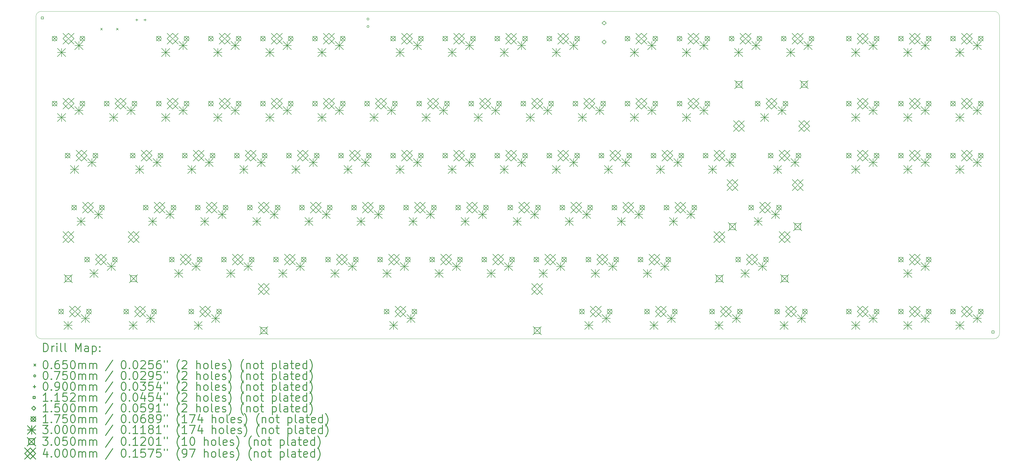
<source format=gbr>
%FSLAX45Y45*%
G04 Gerber Fmt 4.5, Leading zero omitted, Abs format (unit mm)*
G04 Created by KiCad (PCBNEW (5.1.12)-1) date 2021-11-20 18:08:33*
%MOMM*%
%LPD*%
G01*
G04 APERTURE LIST*
%TA.AperFunction,Profile*%
%ADD10C,0.100000*%
%TD*%
%TA.AperFunction,Profile*%
%ADD11C,0.099060*%
%TD*%
%ADD12C,0.200000*%
%ADD13C,0.300000*%
G04 APERTURE END LIST*
D10*
X41200000Y-4200000D02*
G75*
G03*
X41000000Y-4000000I-200000J0D01*
G01*
X41200000Y-15800000D02*
G75*
G02*
X41000000Y-16000000I-200000J0D01*
G01*
X5950000Y-15800000D02*
G75*
G03*
X6150000Y-16000000I200000J0D01*
G01*
X5950000Y-4200000D02*
G75*
G02*
X6150000Y-4000000I200000J0D01*
G01*
D11*
X6150000Y-4000000D02*
X41000000Y-4000000D01*
X6150000Y-16000000D02*
X41000000Y-16000000D01*
X41200000Y-15800000D02*
X41200000Y-4200000D01*
X5950000Y-4200000D02*
X5950000Y-15800000D01*
D12*
X8317700Y-4622600D02*
X8382700Y-4687600D01*
X8382700Y-4622600D02*
X8317700Y-4687600D01*
X8895700Y-4622600D02*
X8960700Y-4687600D01*
X8960700Y-4622600D02*
X8895700Y-4687600D01*
X18135000Y-4283000D02*
G75*
G03*
X18135000Y-4283000I-37500J0D01*
G01*
X18135000Y-4558000D02*
G75*
G03*
X18135000Y-4558000I-37500J0D01*
G01*
X9642500Y-4269500D02*
X9642500Y-4359500D01*
X9597500Y-4314500D02*
X9687500Y-4314500D01*
X9942500Y-4269500D02*
X9942500Y-4359500D01*
X9897500Y-4314500D02*
X9987500Y-4314500D01*
X6230230Y-4281230D02*
X6230230Y-4199770D01*
X6148770Y-4199770D01*
X6148770Y-4281230D01*
X6230230Y-4281230D01*
X40998230Y-15791230D02*
X40998230Y-15709770D01*
X40916770Y-15709770D01*
X40916770Y-15791230D01*
X40998230Y-15791230D01*
X26733500Y-4503000D02*
X26808500Y-4428000D01*
X26733500Y-4353000D01*
X26658500Y-4428000D01*
X26733500Y-4503000D01*
X26733500Y-5203000D02*
X26808500Y-5128000D01*
X26733500Y-5053000D01*
X26658500Y-5128000D01*
X26733500Y-5203000D01*
X6548250Y-4913250D02*
X6723250Y-5088250D01*
X6723250Y-4913250D02*
X6548250Y-5088250D01*
X6723250Y-5000750D02*
G75*
G03*
X6723250Y-5000750I-87500J0D01*
G01*
X6548250Y-7294500D02*
X6723250Y-7469500D01*
X6723250Y-7294500D02*
X6548250Y-7469500D01*
X6723250Y-7382000D02*
G75*
G03*
X6723250Y-7382000I-87500J0D01*
G01*
X6786380Y-14914500D02*
X6961380Y-15089500D01*
X6961380Y-14914500D02*
X6786380Y-15089500D01*
X6961380Y-15002000D02*
G75*
G03*
X6961380Y-15002000I-87500J0D01*
G01*
X7024500Y-9199500D02*
X7199500Y-9374500D01*
X7199500Y-9199500D02*
X7024500Y-9374500D01*
X7199500Y-9287000D02*
G75*
G03*
X7199500Y-9287000I-87500J0D01*
G01*
X7262750Y-11104500D02*
X7437750Y-11279500D01*
X7437750Y-11104500D02*
X7262750Y-11279500D01*
X7437750Y-11192000D02*
G75*
G03*
X7437750Y-11192000I-87500J0D01*
G01*
X7564250Y-4913250D02*
X7739250Y-5088250D01*
X7739250Y-4913250D02*
X7564250Y-5088250D01*
X7739250Y-5000750D02*
G75*
G03*
X7739250Y-5000750I-87500J0D01*
G01*
X7564250Y-7294500D02*
X7739250Y-7469500D01*
X7739250Y-7294500D02*
X7564250Y-7469500D01*
X7739250Y-7382000D02*
G75*
G03*
X7739250Y-7382000I-87500J0D01*
G01*
X7735700Y-13009500D02*
X7910700Y-13184500D01*
X7910700Y-13009500D02*
X7735700Y-13184500D01*
X7910700Y-13097000D02*
G75*
G03*
X7910700Y-13097000I-87500J0D01*
G01*
X7802380Y-14914500D02*
X7977380Y-15089500D01*
X7977380Y-14914500D02*
X7802380Y-15089500D01*
X7977380Y-15002000D02*
G75*
G03*
X7977380Y-15002000I-87500J0D01*
G01*
X8040500Y-9199500D02*
X8215500Y-9374500D01*
X8215500Y-9199500D02*
X8040500Y-9374500D01*
X8215500Y-9287000D02*
G75*
G03*
X8215500Y-9287000I-87500J0D01*
G01*
X8278750Y-11104500D02*
X8453750Y-11279500D01*
X8453750Y-11104500D02*
X8278750Y-11279500D01*
X8453750Y-11192000D02*
G75*
G03*
X8453750Y-11192000I-87500J0D01*
G01*
X8453250Y-7294500D02*
X8628250Y-7469500D01*
X8628250Y-7294500D02*
X8453250Y-7469500D01*
X8628250Y-7382000D02*
G75*
G03*
X8628250Y-7382000I-87500J0D01*
G01*
X8751700Y-13009500D02*
X8926700Y-13184500D01*
X8926700Y-13009500D02*
X8751700Y-13184500D01*
X8926700Y-13097000D02*
G75*
G03*
X8926700Y-13097000I-87500J0D01*
G01*
X9167620Y-14914500D02*
X9342620Y-15089500D01*
X9342620Y-14914500D02*
X9167620Y-15089500D01*
X9342620Y-15002000D02*
G75*
G03*
X9342620Y-15002000I-87500J0D01*
G01*
X9405700Y-9199500D02*
X9580700Y-9374500D01*
X9580700Y-9199500D02*
X9405700Y-9374500D01*
X9580700Y-9287000D02*
G75*
G03*
X9580700Y-9287000I-87500J0D01*
G01*
X9469250Y-7294500D02*
X9644250Y-7469500D01*
X9644250Y-7294500D02*
X9469250Y-7469500D01*
X9644250Y-7382000D02*
G75*
G03*
X9644250Y-7382000I-87500J0D01*
G01*
X9882000Y-11104500D02*
X10057000Y-11279500D01*
X10057000Y-11104500D02*
X9882000Y-11279500D01*
X10057000Y-11192000D02*
G75*
G03*
X10057000Y-11192000I-87500J0D01*
G01*
X10183620Y-14914500D02*
X10358620Y-15089500D01*
X10358620Y-14914500D02*
X10183620Y-15089500D01*
X10358620Y-15002000D02*
G75*
G03*
X10358620Y-15002000I-87500J0D01*
G01*
X10358250Y-4913250D02*
X10533250Y-5088250D01*
X10533250Y-4913250D02*
X10358250Y-5088250D01*
X10533250Y-5000750D02*
G75*
G03*
X10533250Y-5000750I-87500J0D01*
G01*
X10358300Y-7294500D02*
X10533300Y-7469500D01*
X10533300Y-7294500D02*
X10358300Y-7469500D01*
X10533300Y-7382000D02*
G75*
G03*
X10533300Y-7382000I-87500J0D01*
G01*
X10421700Y-9199500D02*
X10596700Y-9374500D01*
X10596700Y-9199500D02*
X10421700Y-9374500D01*
X10596700Y-9287000D02*
G75*
G03*
X10596700Y-9287000I-87500J0D01*
G01*
X10834500Y-13009500D02*
X11009500Y-13184500D01*
X11009500Y-13009500D02*
X10834500Y-13184500D01*
X11009500Y-13097000D02*
G75*
G03*
X11009500Y-13097000I-87500J0D01*
G01*
X10898000Y-11104500D02*
X11073000Y-11279500D01*
X11073000Y-11104500D02*
X10898000Y-11279500D01*
X11073000Y-11192000D02*
G75*
G03*
X11073000Y-11192000I-87500J0D01*
G01*
X11310700Y-9199500D02*
X11485700Y-9374500D01*
X11485700Y-9199500D02*
X11310700Y-9374500D01*
X11485700Y-9287000D02*
G75*
G03*
X11485700Y-9287000I-87500J0D01*
G01*
X11374250Y-4913250D02*
X11549250Y-5088250D01*
X11549250Y-4913250D02*
X11374250Y-5088250D01*
X11549250Y-5000750D02*
G75*
G03*
X11549250Y-5000750I-87500J0D01*
G01*
X11374300Y-7294500D02*
X11549300Y-7469500D01*
X11549300Y-7294500D02*
X11374300Y-7469500D01*
X11549300Y-7382000D02*
G75*
G03*
X11549300Y-7382000I-87500J0D01*
G01*
X11548900Y-14914500D02*
X11723900Y-15089500D01*
X11723900Y-14914500D02*
X11548900Y-15089500D01*
X11723900Y-15002000D02*
G75*
G03*
X11723900Y-15002000I-87500J0D01*
G01*
X11787000Y-11104500D02*
X11962000Y-11279500D01*
X11962000Y-11104500D02*
X11787000Y-11279500D01*
X11962000Y-11192000D02*
G75*
G03*
X11962000Y-11192000I-87500J0D01*
G01*
X11850500Y-13009500D02*
X12025500Y-13184500D01*
X12025500Y-13009500D02*
X11850500Y-13184500D01*
X12025500Y-13097000D02*
G75*
G03*
X12025500Y-13097000I-87500J0D01*
G01*
X12263250Y-4913250D02*
X12438250Y-5088250D01*
X12438250Y-4913250D02*
X12263250Y-5088250D01*
X12438250Y-5000750D02*
G75*
G03*
X12438250Y-5000750I-87500J0D01*
G01*
X12263300Y-7294500D02*
X12438300Y-7469500D01*
X12438300Y-7294500D02*
X12263300Y-7469500D01*
X12438300Y-7382000D02*
G75*
G03*
X12438300Y-7382000I-87500J0D01*
G01*
X12326700Y-9199500D02*
X12501700Y-9374500D01*
X12501700Y-9199500D02*
X12326700Y-9374500D01*
X12501700Y-9287000D02*
G75*
G03*
X12501700Y-9287000I-87500J0D01*
G01*
X12564900Y-14914500D02*
X12739900Y-15089500D01*
X12739900Y-14914500D02*
X12564900Y-15089500D01*
X12739900Y-15002000D02*
G75*
G03*
X12739900Y-15002000I-87500J0D01*
G01*
X12739500Y-13009500D02*
X12914500Y-13184500D01*
X12914500Y-13009500D02*
X12739500Y-13184500D01*
X12914500Y-13097000D02*
G75*
G03*
X12914500Y-13097000I-87500J0D01*
G01*
X12803000Y-11104500D02*
X12978000Y-11279500D01*
X12978000Y-11104500D02*
X12803000Y-11279500D01*
X12978000Y-11192000D02*
G75*
G03*
X12978000Y-11192000I-87500J0D01*
G01*
X13215700Y-9199500D02*
X13390700Y-9374500D01*
X13390700Y-9199500D02*
X13215700Y-9374500D01*
X13390700Y-9287000D02*
G75*
G03*
X13390700Y-9287000I-87500J0D01*
G01*
X13279250Y-4913250D02*
X13454250Y-5088250D01*
X13454250Y-4913250D02*
X13279250Y-5088250D01*
X13454250Y-5000750D02*
G75*
G03*
X13454250Y-5000750I-87500J0D01*
G01*
X13279300Y-7294500D02*
X13454300Y-7469500D01*
X13454300Y-7294500D02*
X13279300Y-7469500D01*
X13454300Y-7382000D02*
G75*
G03*
X13454300Y-7382000I-87500J0D01*
G01*
X13692000Y-11104500D02*
X13867000Y-11279500D01*
X13867000Y-11104500D02*
X13692000Y-11279500D01*
X13867000Y-11192000D02*
G75*
G03*
X13867000Y-11192000I-87500J0D01*
G01*
X13755500Y-13009500D02*
X13930500Y-13184500D01*
X13930500Y-13009500D02*
X13755500Y-13184500D01*
X13930500Y-13097000D02*
G75*
G03*
X13930500Y-13097000I-87500J0D01*
G01*
X14168250Y-4913250D02*
X14343250Y-5088250D01*
X14343250Y-4913250D02*
X14168250Y-5088250D01*
X14343250Y-5000750D02*
G75*
G03*
X14343250Y-5000750I-87500J0D01*
G01*
X14168300Y-7294500D02*
X14343300Y-7469500D01*
X14343300Y-7294500D02*
X14168300Y-7469500D01*
X14343300Y-7382000D02*
G75*
G03*
X14343300Y-7382000I-87500J0D01*
G01*
X14231700Y-9199500D02*
X14406700Y-9374500D01*
X14406700Y-9199500D02*
X14231700Y-9374500D01*
X14406700Y-9287000D02*
G75*
G03*
X14406700Y-9287000I-87500J0D01*
G01*
X14644500Y-13009500D02*
X14819500Y-13184500D01*
X14819500Y-13009500D02*
X14644500Y-13184500D01*
X14819500Y-13097000D02*
G75*
G03*
X14819500Y-13097000I-87500J0D01*
G01*
X14708000Y-11104500D02*
X14883000Y-11279500D01*
X14883000Y-11104500D02*
X14708000Y-11279500D01*
X14883000Y-11192000D02*
G75*
G03*
X14883000Y-11192000I-87500J0D01*
G01*
X15120700Y-9199500D02*
X15295700Y-9374500D01*
X15295700Y-9199500D02*
X15120700Y-9374500D01*
X15295700Y-9287000D02*
G75*
G03*
X15295700Y-9287000I-87500J0D01*
G01*
X15184250Y-4913250D02*
X15359250Y-5088250D01*
X15359250Y-4913250D02*
X15184250Y-5088250D01*
X15359250Y-5000750D02*
G75*
G03*
X15359250Y-5000750I-87500J0D01*
G01*
X15184300Y-7294500D02*
X15359300Y-7469500D01*
X15359300Y-7294500D02*
X15184300Y-7469500D01*
X15359300Y-7382000D02*
G75*
G03*
X15359300Y-7382000I-87500J0D01*
G01*
X15597000Y-11104500D02*
X15772000Y-11279500D01*
X15772000Y-11104500D02*
X15597000Y-11279500D01*
X15772000Y-11192000D02*
G75*
G03*
X15772000Y-11192000I-87500J0D01*
G01*
X15660500Y-13009500D02*
X15835500Y-13184500D01*
X15835500Y-13009500D02*
X15660500Y-13184500D01*
X15835500Y-13097000D02*
G75*
G03*
X15835500Y-13097000I-87500J0D01*
G01*
X16073250Y-4913250D02*
X16248250Y-5088250D01*
X16248250Y-4913250D02*
X16073250Y-5088250D01*
X16248250Y-5000750D02*
G75*
G03*
X16248250Y-5000750I-87500J0D01*
G01*
X16073300Y-7294500D02*
X16248300Y-7469500D01*
X16248300Y-7294500D02*
X16073300Y-7469500D01*
X16248300Y-7382000D02*
G75*
G03*
X16248300Y-7382000I-87500J0D01*
G01*
X16136700Y-9199500D02*
X16311700Y-9374500D01*
X16311700Y-9199500D02*
X16136700Y-9374500D01*
X16311700Y-9287000D02*
G75*
G03*
X16311700Y-9287000I-87500J0D01*
G01*
X16549500Y-13009500D02*
X16724500Y-13184500D01*
X16724500Y-13009500D02*
X16549500Y-13184500D01*
X16724500Y-13097000D02*
G75*
G03*
X16724500Y-13097000I-87500J0D01*
G01*
X16613000Y-11104500D02*
X16788000Y-11279500D01*
X16788000Y-11104500D02*
X16613000Y-11279500D01*
X16788000Y-11192000D02*
G75*
G03*
X16788000Y-11192000I-87500J0D01*
G01*
X17025700Y-9199500D02*
X17200700Y-9374500D01*
X17200700Y-9199500D02*
X17025700Y-9374500D01*
X17200700Y-9287000D02*
G75*
G03*
X17200700Y-9287000I-87500J0D01*
G01*
X17089250Y-4913250D02*
X17264250Y-5088250D01*
X17264250Y-4913250D02*
X17089250Y-5088250D01*
X17264250Y-5000750D02*
G75*
G03*
X17264250Y-5000750I-87500J0D01*
G01*
X17089300Y-7294500D02*
X17264300Y-7469500D01*
X17264300Y-7294500D02*
X17089300Y-7469500D01*
X17264300Y-7382000D02*
G75*
G03*
X17264300Y-7382000I-87500J0D01*
G01*
X17502000Y-11104500D02*
X17677000Y-11279500D01*
X17677000Y-11104500D02*
X17502000Y-11279500D01*
X17677000Y-11192000D02*
G75*
G03*
X17677000Y-11192000I-87500J0D01*
G01*
X17565500Y-13009500D02*
X17740500Y-13184500D01*
X17740500Y-13009500D02*
X17565500Y-13184500D01*
X17740500Y-13097000D02*
G75*
G03*
X17740500Y-13097000I-87500J0D01*
G01*
X17978300Y-7294500D02*
X18153300Y-7469500D01*
X18153300Y-7294500D02*
X17978300Y-7469500D01*
X18153300Y-7382000D02*
G75*
G03*
X18153300Y-7382000I-87500J0D01*
G01*
X18041700Y-9199500D02*
X18216700Y-9374500D01*
X18216700Y-9199500D02*
X18041700Y-9374500D01*
X18216700Y-9287000D02*
G75*
G03*
X18216700Y-9287000I-87500J0D01*
G01*
X18454500Y-13009500D02*
X18629500Y-13184500D01*
X18629500Y-13009500D02*
X18454500Y-13184500D01*
X18629500Y-13097000D02*
G75*
G03*
X18629500Y-13097000I-87500J0D01*
G01*
X18518000Y-11104500D02*
X18693000Y-11279500D01*
X18693000Y-11104500D02*
X18518000Y-11279500D01*
X18693000Y-11192000D02*
G75*
G03*
X18693000Y-11192000I-87500J0D01*
G01*
X18692600Y-14914500D02*
X18867600Y-15089500D01*
X18867600Y-14914500D02*
X18692600Y-15089500D01*
X18867600Y-15002000D02*
G75*
G03*
X18867600Y-15002000I-87500J0D01*
G01*
X18930700Y-9199500D02*
X19105700Y-9374500D01*
X19105700Y-9199500D02*
X18930700Y-9374500D01*
X19105700Y-9287000D02*
G75*
G03*
X19105700Y-9287000I-87500J0D01*
G01*
X18930750Y-4913250D02*
X19105750Y-5088250D01*
X19105750Y-4913250D02*
X18930750Y-5088250D01*
X19105750Y-5000750D02*
G75*
G03*
X19105750Y-5000750I-87500J0D01*
G01*
X18994300Y-7294500D02*
X19169300Y-7469500D01*
X19169300Y-7294500D02*
X18994300Y-7469500D01*
X19169300Y-7382000D02*
G75*
G03*
X19169300Y-7382000I-87500J0D01*
G01*
X19407000Y-11104500D02*
X19582000Y-11279500D01*
X19582000Y-11104500D02*
X19407000Y-11279500D01*
X19582000Y-11192000D02*
G75*
G03*
X19582000Y-11192000I-87500J0D01*
G01*
X19470500Y-13009500D02*
X19645500Y-13184500D01*
X19645500Y-13009500D02*
X19470500Y-13184500D01*
X19645500Y-13097000D02*
G75*
G03*
X19645500Y-13097000I-87500J0D01*
G01*
X19708600Y-14914500D02*
X19883600Y-15089500D01*
X19883600Y-14914500D02*
X19708600Y-15089500D01*
X19883600Y-15002000D02*
G75*
G03*
X19883600Y-15002000I-87500J0D01*
G01*
X19883300Y-7294500D02*
X20058300Y-7469500D01*
X20058300Y-7294500D02*
X19883300Y-7469500D01*
X20058300Y-7382000D02*
G75*
G03*
X20058300Y-7382000I-87500J0D01*
G01*
X19946700Y-9199500D02*
X20121700Y-9374500D01*
X20121700Y-9199500D02*
X19946700Y-9374500D01*
X20121700Y-9287000D02*
G75*
G03*
X20121700Y-9287000I-87500J0D01*
G01*
X19946750Y-4913250D02*
X20121750Y-5088250D01*
X20121750Y-4913250D02*
X19946750Y-5088250D01*
X20121750Y-5000750D02*
G75*
G03*
X20121750Y-5000750I-87500J0D01*
G01*
X20359500Y-13009500D02*
X20534500Y-13184500D01*
X20534500Y-13009500D02*
X20359500Y-13184500D01*
X20534500Y-13097000D02*
G75*
G03*
X20534500Y-13097000I-87500J0D01*
G01*
X20423000Y-11104500D02*
X20598000Y-11279500D01*
X20598000Y-11104500D02*
X20423000Y-11279500D01*
X20598000Y-11192000D02*
G75*
G03*
X20598000Y-11192000I-87500J0D01*
G01*
X20835700Y-9199500D02*
X21010700Y-9374500D01*
X21010700Y-9199500D02*
X20835700Y-9374500D01*
X21010700Y-9287000D02*
G75*
G03*
X21010700Y-9287000I-87500J0D01*
G01*
X20835750Y-4913250D02*
X21010750Y-5088250D01*
X21010750Y-4913250D02*
X20835750Y-5088250D01*
X21010750Y-5000750D02*
G75*
G03*
X21010750Y-5000750I-87500J0D01*
G01*
X20899300Y-7294500D02*
X21074300Y-7469500D01*
X21074300Y-7294500D02*
X20899300Y-7469500D01*
X21074300Y-7382000D02*
G75*
G03*
X21074300Y-7382000I-87500J0D01*
G01*
X21312000Y-11104500D02*
X21487000Y-11279500D01*
X21487000Y-11104500D02*
X21312000Y-11279500D01*
X21487000Y-11192000D02*
G75*
G03*
X21487000Y-11192000I-87500J0D01*
G01*
X21375500Y-13009500D02*
X21550500Y-13184500D01*
X21550500Y-13009500D02*
X21375500Y-13184500D01*
X21550500Y-13097000D02*
G75*
G03*
X21550500Y-13097000I-87500J0D01*
G01*
X21788300Y-7294500D02*
X21963300Y-7469500D01*
X21963300Y-7294500D02*
X21788300Y-7469500D01*
X21963300Y-7382000D02*
G75*
G03*
X21963300Y-7382000I-87500J0D01*
G01*
X21851700Y-9199500D02*
X22026700Y-9374500D01*
X22026700Y-9199500D02*
X21851700Y-9374500D01*
X22026700Y-9287000D02*
G75*
G03*
X22026700Y-9287000I-87500J0D01*
G01*
X21851750Y-4913250D02*
X22026750Y-5088250D01*
X22026750Y-4913250D02*
X21851750Y-5088250D01*
X22026750Y-5000750D02*
G75*
G03*
X22026750Y-5000750I-87500J0D01*
G01*
X22264500Y-13009500D02*
X22439500Y-13184500D01*
X22439500Y-13009500D02*
X22264500Y-13184500D01*
X22439500Y-13097000D02*
G75*
G03*
X22439500Y-13097000I-87500J0D01*
G01*
X22328000Y-11104500D02*
X22503000Y-11279500D01*
X22503000Y-11104500D02*
X22328000Y-11279500D01*
X22503000Y-11192000D02*
G75*
G03*
X22503000Y-11192000I-87500J0D01*
G01*
X22740700Y-9199500D02*
X22915700Y-9374500D01*
X22915700Y-9199500D02*
X22740700Y-9374500D01*
X22915700Y-9287000D02*
G75*
G03*
X22915700Y-9287000I-87500J0D01*
G01*
X22740750Y-4913250D02*
X22915750Y-5088250D01*
X22915750Y-4913250D02*
X22740750Y-5088250D01*
X22915750Y-5000750D02*
G75*
G03*
X22915750Y-5000750I-87500J0D01*
G01*
X22804300Y-7294500D02*
X22979300Y-7469500D01*
X22979300Y-7294500D02*
X22804300Y-7469500D01*
X22979300Y-7382000D02*
G75*
G03*
X22979300Y-7382000I-87500J0D01*
G01*
X23217000Y-11104500D02*
X23392000Y-11279500D01*
X23392000Y-11104500D02*
X23217000Y-11279500D01*
X23392000Y-11192000D02*
G75*
G03*
X23392000Y-11192000I-87500J0D01*
G01*
X23280500Y-13009500D02*
X23455500Y-13184500D01*
X23455500Y-13009500D02*
X23280500Y-13184500D01*
X23455500Y-13097000D02*
G75*
G03*
X23455500Y-13097000I-87500J0D01*
G01*
X23693300Y-7294500D02*
X23868300Y-7469500D01*
X23868300Y-7294500D02*
X23693300Y-7469500D01*
X23868300Y-7382000D02*
G75*
G03*
X23868300Y-7382000I-87500J0D01*
G01*
X23756700Y-9199500D02*
X23931700Y-9374500D01*
X23931700Y-9199500D02*
X23756700Y-9374500D01*
X23931700Y-9287000D02*
G75*
G03*
X23931700Y-9287000I-87500J0D01*
G01*
X23756750Y-4913250D02*
X23931750Y-5088250D01*
X23931750Y-4913250D02*
X23756750Y-5088250D01*
X23931750Y-5000750D02*
G75*
G03*
X23931750Y-5000750I-87500J0D01*
G01*
X24169500Y-13009500D02*
X24344500Y-13184500D01*
X24344500Y-13009500D02*
X24169500Y-13184500D01*
X24344500Y-13097000D02*
G75*
G03*
X24344500Y-13097000I-87500J0D01*
G01*
X24233000Y-11104500D02*
X24408000Y-11279500D01*
X24408000Y-11104500D02*
X24233000Y-11279500D01*
X24408000Y-11192000D02*
G75*
G03*
X24408000Y-11192000I-87500J0D01*
G01*
X24645700Y-9199500D02*
X24820700Y-9374500D01*
X24820700Y-9199500D02*
X24645700Y-9374500D01*
X24820700Y-9287000D02*
G75*
G03*
X24820700Y-9287000I-87500J0D01*
G01*
X24645750Y-4913250D02*
X24820750Y-5088250D01*
X24820750Y-4913250D02*
X24645750Y-5088250D01*
X24820750Y-5000750D02*
G75*
G03*
X24820750Y-5000750I-87500J0D01*
G01*
X24709300Y-7294500D02*
X24884300Y-7469500D01*
X24884300Y-7294500D02*
X24709300Y-7469500D01*
X24884300Y-7382000D02*
G75*
G03*
X24884300Y-7382000I-87500J0D01*
G01*
X25122000Y-11104500D02*
X25297000Y-11279500D01*
X25297000Y-11104500D02*
X25122000Y-11279500D01*
X25297000Y-11192000D02*
G75*
G03*
X25297000Y-11192000I-87500J0D01*
G01*
X25185500Y-13009500D02*
X25360500Y-13184500D01*
X25360500Y-13009500D02*
X25185500Y-13184500D01*
X25360500Y-13097000D02*
G75*
G03*
X25360500Y-13097000I-87500J0D01*
G01*
X25598300Y-7294500D02*
X25773300Y-7469500D01*
X25773300Y-7294500D02*
X25598300Y-7469500D01*
X25773300Y-7382000D02*
G75*
G03*
X25773300Y-7382000I-87500J0D01*
G01*
X25661700Y-9199500D02*
X25836700Y-9374500D01*
X25836700Y-9199500D02*
X25661700Y-9374500D01*
X25836700Y-9287000D02*
G75*
G03*
X25836700Y-9287000I-87500J0D01*
G01*
X25661750Y-4913250D02*
X25836750Y-5088250D01*
X25836750Y-4913250D02*
X25661750Y-5088250D01*
X25836750Y-5000750D02*
G75*
G03*
X25836750Y-5000750I-87500J0D01*
G01*
X25836400Y-14914500D02*
X26011400Y-15089500D01*
X26011400Y-14914500D02*
X25836400Y-15089500D01*
X26011400Y-15002000D02*
G75*
G03*
X26011400Y-15002000I-87500J0D01*
G01*
X26074500Y-13009500D02*
X26249500Y-13184500D01*
X26249500Y-13009500D02*
X26074500Y-13184500D01*
X26249500Y-13097000D02*
G75*
G03*
X26249500Y-13097000I-87500J0D01*
G01*
X26138000Y-11104500D02*
X26313000Y-11279500D01*
X26313000Y-11104500D02*
X26138000Y-11279500D01*
X26313000Y-11192000D02*
G75*
G03*
X26313000Y-11192000I-87500J0D01*
G01*
X26550700Y-9199500D02*
X26725700Y-9374500D01*
X26725700Y-9199500D02*
X26550700Y-9374500D01*
X26725700Y-9287000D02*
G75*
G03*
X26725700Y-9287000I-87500J0D01*
G01*
X26614300Y-7294500D02*
X26789300Y-7469500D01*
X26789300Y-7294500D02*
X26614300Y-7469500D01*
X26789300Y-7382000D02*
G75*
G03*
X26789300Y-7382000I-87500J0D01*
G01*
X26852400Y-14914500D02*
X27027400Y-15089500D01*
X27027400Y-14914500D02*
X26852400Y-15089500D01*
X27027400Y-15002000D02*
G75*
G03*
X27027400Y-15002000I-87500J0D01*
G01*
X27027000Y-11104500D02*
X27202000Y-11279500D01*
X27202000Y-11104500D02*
X27027000Y-11279500D01*
X27202000Y-11192000D02*
G75*
G03*
X27202000Y-11192000I-87500J0D01*
G01*
X27090500Y-13009500D02*
X27265500Y-13184500D01*
X27265500Y-13009500D02*
X27090500Y-13184500D01*
X27265500Y-13097000D02*
G75*
G03*
X27265500Y-13097000I-87500J0D01*
G01*
X27503250Y-4913250D02*
X27678250Y-5088250D01*
X27678250Y-4913250D02*
X27503250Y-5088250D01*
X27678250Y-5000750D02*
G75*
G03*
X27678250Y-5000750I-87500J0D01*
G01*
X27503300Y-7294500D02*
X27678300Y-7469500D01*
X27678300Y-7294500D02*
X27503300Y-7469500D01*
X27678300Y-7382000D02*
G75*
G03*
X27678300Y-7382000I-87500J0D01*
G01*
X27566700Y-9199500D02*
X27741700Y-9374500D01*
X27741700Y-9199500D02*
X27566700Y-9374500D01*
X27741700Y-9287000D02*
G75*
G03*
X27741700Y-9287000I-87500J0D01*
G01*
X27979500Y-13009500D02*
X28154500Y-13184500D01*
X28154500Y-13009500D02*
X27979500Y-13184500D01*
X28154500Y-13097000D02*
G75*
G03*
X28154500Y-13097000I-87500J0D01*
G01*
X28043000Y-11104500D02*
X28218000Y-11279500D01*
X28218000Y-11104500D02*
X28043000Y-11279500D01*
X28218000Y-11192000D02*
G75*
G03*
X28218000Y-11192000I-87500J0D01*
G01*
X28217600Y-14914500D02*
X28392600Y-15089500D01*
X28392600Y-14914500D02*
X28217600Y-15089500D01*
X28392600Y-15002000D02*
G75*
G03*
X28392600Y-15002000I-87500J0D01*
G01*
X28455700Y-9199500D02*
X28630700Y-9374500D01*
X28630700Y-9199500D02*
X28455700Y-9374500D01*
X28630700Y-9287000D02*
G75*
G03*
X28630700Y-9287000I-87500J0D01*
G01*
X28519250Y-4913250D02*
X28694250Y-5088250D01*
X28694250Y-4913250D02*
X28519250Y-5088250D01*
X28694250Y-5000750D02*
G75*
G03*
X28694250Y-5000750I-87500J0D01*
G01*
X28519300Y-7294500D02*
X28694300Y-7469500D01*
X28694300Y-7294500D02*
X28519300Y-7469500D01*
X28694300Y-7382000D02*
G75*
G03*
X28694300Y-7382000I-87500J0D01*
G01*
X28932000Y-11104500D02*
X29107000Y-11279500D01*
X29107000Y-11104500D02*
X28932000Y-11279500D01*
X29107000Y-11192000D02*
G75*
G03*
X29107000Y-11192000I-87500J0D01*
G01*
X28995500Y-13009500D02*
X29170500Y-13184500D01*
X29170500Y-13009500D02*
X28995500Y-13184500D01*
X29170500Y-13097000D02*
G75*
G03*
X29170500Y-13097000I-87500J0D01*
G01*
X29233600Y-14914500D02*
X29408600Y-15089500D01*
X29408600Y-14914500D02*
X29233600Y-15089500D01*
X29408600Y-15002000D02*
G75*
G03*
X29408600Y-15002000I-87500J0D01*
G01*
X29408250Y-4913250D02*
X29583250Y-5088250D01*
X29583250Y-4913250D02*
X29408250Y-5088250D01*
X29583250Y-5000750D02*
G75*
G03*
X29583250Y-5000750I-87500J0D01*
G01*
X29408300Y-7294500D02*
X29583300Y-7469500D01*
X29583300Y-7294500D02*
X29408300Y-7469500D01*
X29583300Y-7382000D02*
G75*
G03*
X29583300Y-7382000I-87500J0D01*
G01*
X29471700Y-9199500D02*
X29646700Y-9374500D01*
X29646700Y-9199500D02*
X29471700Y-9374500D01*
X29646700Y-9287000D02*
G75*
G03*
X29646700Y-9287000I-87500J0D01*
G01*
X29948000Y-11104500D02*
X30123000Y-11279500D01*
X30123000Y-11104500D02*
X29948000Y-11279500D01*
X30123000Y-11192000D02*
G75*
G03*
X30123000Y-11192000I-87500J0D01*
G01*
X30360700Y-9199500D02*
X30535700Y-9374500D01*
X30535700Y-9199500D02*
X30360700Y-9374500D01*
X30535700Y-9287000D02*
G75*
G03*
X30535700Y-9287000I-87500J0D01*
G01*
X30424250Y-4913250D02*
X30599250Y-5088250D01*
X30599250Y-4913250D02*
X30424250Y-5088250D01*
X30599250Y-5000750D02*
G75*
G03*
X30599250Y-5000750I-87500J0D01*
G01*
X30424300Y-7294500D02*
X30599300Y-7469500D01*
X30599300Y-7294500D02*
X30424300Y-7469500D01*
X30599300Y-7382000D02*
G75*
G03*
X30599300Y-7382000I-87500J0D01*
G01*
X30597600Y-14914500D02*
X30772600Y-15089500D01*
X30772600Y-14914500D02*
X30597600Y-15089500D01*
X30772600Y-15002000D02*
G75*
G03*
X30772600Y-15002000I-87500J0D01*
G01*
X31313250Y-4913250D02*
X31488250Y-5088250D01*
X31488250Y-4913250D02*
X31313250Y-5088250D01*
X31488250Y-5000750D02*
G75*
G03*
X31488250Y-5000750I-87500J0D01*
G01*
X31376700Y-9199500D02*
X31551700Y-9374500D01*
X31551700Y-9199500D02*
X31376700Y-9374500D01*
X31551700Y-9287000D02*
G75*
G03*
X31551700Y-9287000I-87500J0D01*
G01*
X31551400Y-13009500D02*
X31726400Y-13184500D01*
X31726400Y-13009500D02*
X31551400Y-13184500D01*
X31726400Y-13097000D02*
G75*
G03*
X31726400Y-13097000I-87500J0D01*
G01*
X31613600Y-14914500D02*
X31788600Y-15089500D01*
X31788600Y-14914500D02*
X31613600Y-15089500D01*
X31788600Y-15002000D02*
G75*
G03*
X31788600Y-15002000I-87500J0D01*
G01*
X32027600Y-11104500D02*
X32202600Y-11279500D01*
X32202600Y-11104500D02*
X32027600Y-11279500D01*
X32202600Y-11192000D02*
G75*
G03*
X32202600Y-11192000I-87500J0D01*
G01*
X32265800Y-7294500D02*
X32440800Y-7469500D01*
X32440800Y-7294500D02*
X32265800Y-7469500D01*
X32440800Y-7382000D02*
G75*
G03*
X32440800Y-7382000I-87500J0D01*
G01*
X32329250Y-4913250D02*
X32504250Y-5088250D01*
X32504250Y-4913250D02*
X32329250Y-5088250D01*
X32504250Y-5000750D02*
G75*
G03*
X32504250Y-5000750I-87500J0D01*
G01*
X32567400Y-13009500D02*
X32742400Y-13184500D01*
X32742400Y-13009500D02*
X32567400Y-13184500D01*
X32742400Y-13097000D02*
G75*
G03*
X32742400Y-13097000I-87500J0D01*
G01*
X32742000Y-9199500D02*
X32917000Y-9374500D01*
X32917000Y-9199500D02*
X32742000Y-9374500D01*
X32917000Y-9287000D02*
G75*
G03*
X32917000Y-9287000I-87500J0D01*
G01*
X32978900Y-14914500D02*
X33153900Y-15089500D01*
X33153900Y-14914500D02*
X32978900Y-15089500D01*
X33153900Y-15002000D02*
G75*
G03*
X33153900Y-15002000I-87500J0D01*
G01*
X33043600Y-11104500D02*
X33218600Y-11279500D01*
X33218600Y-11104500D02*
X33043600Y-11279500D01*
X33218600Y-11192000D02*
G75*
G03*
X33218600Y-11192000I-87500J0D01*
G01*
X33218250Y-4913250D02*
X33393250Y-5088250D01*
X33393250Y-4913250D02*
X33218250Y-5088250D01*
X33393250Y-5000750D02*
G75*
G03*
X33393250Y-5000750I-87500J0D01*
G01*
X33281800Y-7294500D02*
X33456800Y-7469500D01*
X33456800Y-7294500D02*
X33281800Y-7469500D01*
X33456800Y-7382000D02*
G75*
G03*
X33456800Y-7382000I-87500J0D01*
G01*
X33758000Y-9199500D02*
X33933000Y-9374500D01*
X33933000Y-9199500D02*
X33758000Y-9374500D01*
X33933000Y-9287000D02*
G75*
G03*
X33933000Y-9287000I-87500J0D01*
G01*
X33994900Y-14914500D02*
X34169900Y-15089500D01*
X34169900Y-14914500D02*
X33994900Y-15089500D01*
X34169900Y-15002000D02*
G75*
G03*
X34169900Y-15002000I-87500J0D01*
G01*
X34234250Y-4913250D02*
X34409250Y-5088250D01*
X34409250Y-4913250D02*
X34234250Y-5088250D01*
X34409250Y-5000750D02*
G75*
G03*
X34409250Y-5000750I-87500J0D01*
G01*
X35599500Y-4913250D02*
X35774500Y-5088250D01*
X35774500Y-4913250D02*
X35599500Y-5088250D01*
X35774500Y-5000750D02*
G75*
G03*
X35774500Y-5000750I-87500J0D01*
G01*
X35599500Y-7294500D02*
X35774500Y-7469500D01*
X35774500Y-7294500D02*
X35599500Y-7469500D01*
X35774500Y-7382000D02*
G75*
G03*
X35774500Y-7382000I-87500J0D01*
G01*
X35599500Y-9199500D02*
X35774500Y-9374500D01*
X35774500Y-9199500D02*
X35599500Y-9374500D01*
X35774500Y-9287000D02*
G75*
G03*
X35774500Y-9287000I-87500J0D01*
G01*
X35599500Y-14914500D02*
X35774500Y-15089500D01*
X35774500Y-14914500D02*
X35599500Y-15089500D01*
X35774500Y-15002000D02*
G75*
G03*
X35774500Y-15002000I-87500J0D01*
G01*
X36615500Y-4913250D02*
X36790500Y-5088250D01*
X36790500Y-4913250D02*
X36615500Y-5088250D01*
X36790500Y-5000750D02*
G75*
G03*
X36790500Y-5000750I-87500J0D01*
G01*
X36615500Y-7294500D02*
X36790500Y-7469500D01*
X36790500Y-7294500D02*
X36615500Y-7469500D01*
X36790500Y-7382000D02*
G75*
G03*
X36790500Y-7382000I-87500J0D01*
G01*
X36615500Y-9199500D02*
X36790500Y-9374500D01*
X36790500Y-9199500D02*
X36615500Y-9374500D01*
X36790500Y-9287000D02*
G75*
G03*
X36790500Y-9287000I-87500J0D01*
G01*
X36615500Y-14914500D02*
X36790500Y-15089500D01*
X36790500Y-14914500D02*
X36615500Y-15089500D01*
X36790500Y-15002000D02*
G75*
G03*
X36790500Y-15002000I-87500J0D01*
G01*
X37504500Y-4913250D02*
X37679500Y-5088250D01*
X37679500Y-4913250D02*
X37504500Y-5088250D01*
X37679500Y-5000750D02*
G75*
G03*
X37679500Y-5000750I-87500J0D01*
G01*
X37504500Y-7294500D02*
X37679500Y-7469500D01*
X37679500Y-7294500D02*
X37504500Y-7469500D01*
X37679500Y-7382000D02*
G75*
G03*
X37679500Y-7382000I-87500J0D01*
G01*
X37504500Y-9199500D02*
X37679500Y-9374500D01*
X37679500Y-9199500D02*
X37504500Y-9374500D01*
X37679500Y-9287000D02*
G75*
G03*
X37679500Y-9287000I-87500J0D01*
G01*
X37504500Y-13009500D02*
X37679500Y-13184500D01*
X37679500Y-13009500D02*
X37504500Y-13184500D01*
X37679500Y-13097000D02*
G75*
G03*
X37679500Y-13097000I-87500J0D01*
G01*
X37504500Y-14914500D02*
X37679500Y-15089500D01*
X37679500Y-14914500D02*
X37504500Y-15089500D01*
X37679500Y-15002000D02*
G75*
G03*
X37679500Y-15002000I-87500J0D01*
G01*
X38520500Y-4913250D02*
X38695500Y-5088250D01*
X38695500Y-4913250D02*
X38520500Y-5088250D01*
X38695500Y-5000750D02*
G75*
G03*
X38695500Y-5000750I-87500J0D01*
G01*
X38520500Y-7294500D02*
X38695500Y-7469500D01*
X38695500Y-7294500D02*
X38520500Y-7469500D01*
X38695500Y-7382000D02*
G75*
G03*
X38695500Y-7382000I-87500J0D01*
G01*
X38520500Y-9199500D02*
X38695500Y-9374500D01*
X38695500Y-9199500D02*
X38520500Y-9374500D01*
X38695500Y-9287000D02*
G75*
G03*
X38695500Y-9287000I-87500J0D01*
G01*
X38520500Y-13009500D02*
X38695500Y-13184500D01*
X38695500Y-13009500D02*
X38520500Y-13184500D01*
X38695500Y-13097000D02*
G75*
G03*
X38695500Y-13097000I-87500J0D01*
G01*
X38520500Y-14914500D02*
X38695500Y-15089500D01*
X38695500Y-14914500D02*
X38520500Y-15089500D01*
X38695500Y-15002000D02*
G75*
G03*
X38695500Y-15002000I-87500J0D01*
G01*
X39409500Y-4913250D02*
X39584500Y-5088250D01*
X39584500Y-4913250D02*
X39409500Y-5088250D01*
X39584500Y-5000750D02*
G75*
G03*
X39584500Y-5000750I-87500J0D01*
G01*
X39409500Y-7294500D02*
X39584500Y-7469500D01*
X39584500Y-7294500D02*
X39409500Y-7469500D01*
X39584500Y-7382000D02*
G75*
G03*
X39584500Y-7382000I-87500J0D01*
G01*
X39409500Y-9199500D02*
X39584500Y-9374500D01*
X39584500Y-9199500D02*
X39409500Y-9374500D01*
X39584500Y-9287000D02*
G75*
G03*
X39584500Y-9287000I-87500J0D01*
G01*
X39409500Y-14914500D02*
X39584500Y-15089500D01*
X39584500Y-14914500D02*
X39409500Y-15089500D01*
X39584500Y-15002000D02*
G75*
G03*
X39584500Y-15002000I-87500J0D01*
G01*
X40425500Y-4913250D02*
X40600500Y-5088250D01*
X40600500Y-4913250D02*
X40425500Y-5088250D01*
X40600500Y-5000750D02*
G75*
G03*
X40600500Y-5000750I-87500J0D01*
G01*
X40425500Y-7294500D02*
X40600500Y-7469500D01*
X40600500Y-7294500D02*
X40425500Y-7469500D01*
X40600500Y-7382000D02*
G75*
G03*
X40600500Y-7382000I-87500J0D01*
G01*
X40425500Y-9199500D02*
X40600500Y-9374500D01*
X40600500Y-9199500D02*
X40425500Y-9374500D01*
X40600500Y-9287000D02*
G75*
G03*
X40600500Y-9287000I-87500J0D01*
G01*
X40425500Y-14914500D02*
X40600500Y-15089500D01*
X40600500Y-14914500D02*
X40425500Y-15089500D01*
X40600500Y-15002000D02*
G75*
G03*
X40600500Y-15002000I-87500J0D01*
G01*
X6739750Y-5358750D02*
X7039750Y-5658750D01*
X7039750Y-5358750D02*
X6739750Y-5658750D01*
X6889750Y-5358750D02*
X6889750Y-5658750D01*
X6739750Y-5508750D02*
X7039750Y-5508750D01*
X6739750Y-7740000D02*
X7039750Y-8040000D01*
X7039750Y-7740000D02*
X6739750Y-8040000D01*
X6889750Y-7740000D02*
X6889750Y-8040000D01*
X6739750Y-7890000D02*
X7039750Y-7890000D01*
X6977880Y-15360000D02*
X7277880Y-15660000D01*
X7277880Y-15360000D02*
X6977880Y-15660000D01*
X7127880Y-15360000D02*
X7127880Y-15660000D01*
X6977880Y-15510000D02*
X7277880Y-15510000D01*
X7216000Y-9645000D02*
X7516000Y-9945000D01*
X7516000Y-9645000D02*
X7216000Y-9945000D01*
X7366000Y-9645000D02*
X7366000Y-9945000D01*
X7216000Y-9795000D02*
X7516000Y-9795000D01*
X7374750Y-5104750D02*
X7674750Y-5404750D01*
X7674750Y-5104750D02*
X7374750Y-5404750D01*
X7524750Y-5104750D02*
X7524750Y-5404750D01*
X7374750Y-5254750D02*
X7674750Y-5254750D01*
X7374750Y-7486000D02*
X7674750Y-7786000D01*
X7674750Y-7486000D02*
X7374750Y-7786000D01*
X7524750Y-7486000D02*
X7524750Y-7786000D01*
X7374750Y-7636000D02*
X7674750Y-7636000D01*
X7454250Y-11550000D02*
X7754250Y-11850000D01*
X7754250Y-11550000D02*
X7454250Y-11850000D01*
X7604250Y-11550000D02*
X7604250Y-11850000D01*
X7454250Y-11700000D02*
X7754250Y-11700000D01*
X7612880Y-15106000D02*
X7912880Y-15406000D01*
X7912880Y-15106000D02*
X7612880Y-15406000D01*
X7762880Y-15106000D02*
X7762880Y-15406000D01*
X7612880Y-15256000D02*
X7912880Y-15256000D01*
X7851000Y-9391000D02*
X8151000Y-9691000D01*
X8151000Y-9391000D02*
X7851000Y-9691000D01*
X8001000Y-9391000D02*
X8001000Y-9691000D01*
X7851000Y-9541000D02*
X8151000Y-9541000D01*
X7927200Y-13455000D02*
X8227200Y-13755000D01*
X8227200Y-13455000D02*
X7927200Y-13755000D01*
X8077200Y-13455000D02*
X8077200Y-13755000D01*
X7927200Y-13605000D02*
X8227200Y-13605000D01*
X8089250Y-11296000D02*
X8389250Y-11596000D01*
X8389250Y-11296000D02*
X8089250Y-11596000D01*
X8239250Y-11296000D02*
X8239250Y-11596000D01*
X8089250Y-11446000D02*
X8389250Y-11446000D01*
X8562200Y-13201000D02*
X8862200Y-13501000D01*
X8862200Y-13201000D02*
X8562200Y-13501000D01*
X8712200Y-13201000D02*
X8712200Y-13501000D01*
X8562200Y-13351000D02*
X8862200Y-13351000D01*
X8644750Y-7740000D02*
X8944750Y-8040000D01*
X8944750Y-7740000D02*
X8644750Y-8040000D01*
X8794750Y-7740000D02*
X8794750Y-8040000D01*
X8644750Y-7890000D02*
X8944750Y-7890000D01*
X9279750Y-7486000D02*
X9579750Y-7786000D01*
X9579750Y-7486000D02*
X9279750Y-7786000D01*
X9429750Y-7486000D02*
X9429750Y-7786000D01*
X9279750Y-7636000D02*
X9579750Y-7636000D01*
X9359120Y-15360000D02*
X9659120Y-15660000D01*
X9659120Y-15360000D02*
X9359120Y-15660000D01*
X9509120Y-15360000D02*
X9509120Y-15660000D01*
X9359120Y-15510000D02*
X9659120Y-15510000D01*
X9597200Y-9645000D02*
X9897200Y-9945000D01*
X9897200Y-9645000D02*
X9597200Y-9945000D01*
X9747200Y-9645000D02*
X9747200Y-9945000D01*
X9597200Y-9795000D02*
X9897200Y-9795000D01*
X9994120Y-15106000D02*
X10294120Y-15406000D01*
X10294120Y-15106000D02*
X9994120Y-15406000D01*
X10144120Y-15106000D02*
X10144120Y-15406000D01*
X9994120Y-15256000D02*
X10294120Y-15256000D01*
X10073500Y-11550000D02*
X10373500Y-11850000D01*
X10373500Y-11550000D02*
X10073500Y-11850000D01*
X10223500Y-11550000D02*
X10223500Y-11850000D01*
X10073500Y-11700000D02*
X10373500Y-11700000D01*
X10232200Y-9391000D02*
X10532200Y-9691000D01*
X10532200Y-9391000D02*
X10232200Y-9691000D01*
X10382200Y-9391000D02*
X10382200Y-9691000D01*
X10232200Y-9541000D02*
X10532200Y-9541000D01*
X10549750Y-5358750D02*
X10849750Y-5658750D01*
X10849750Y-5358750D02*
X10549750Y-5658750D01*
X10699750Y-5358750D02*
X10699750Y-5658750D01*
X10549750Y-5508750D02*
X10849750Y-5508750D01*
X10549800Y-7740000D02*
X10849800Y-8040000D01*
X10849800Y-7740000D02*
X10549800Y-8040000D01*
X10699800Y-7740000D02*
X10699800Y-8040000D01*
X10549800Y-7890000D02*
X10849800Y-7890000D01*
X10708500Y-11296000D02*
X11008500Y-11596000D01*
X11008500Y-11296000D02*
X10708500Y-11596000D01*
X10858500Y-11296000D02*
X10858500Y-11596000D01*
X10708500Y-11446000D02*
X11008500Y-11446000D01*
X11026000Y-13455000D02*
X11326000Y-13755000D01*
X11326000Y-13455000D02*
X11026000Y-13755000D01*
X11176000Y-13455000D02*
X11176000Y-13755000D01*
X11026000Y-13605000D02*
X11326000Y-13605000D01*
X11184750Y-5104750D02*
X11484750Y-5404750D01*
X11484750Y-5104750D02*
X11184750Y-5404750D01*
X11334750Y-5104750D02*
X11334750Y-5404750D01*
X11184750Y-5254750D02*
X11484750Y-5254750D01*
X11184800Y-7486000D02*
X11484800Y-7786000D01*
X11484800Y-7486000D02*
X11184800Y-7786000D01*
X11334800Y-7486000D02*
X11334800Y-7786000D01*
X11184800Y-7636000D02*
X11484800Y-7636000D01*
X11502200Y-9645000D02*
X11802200Y-9945000D01*
X11802200Y-9645000D02*
X11502200Y-9945000D01*
X11652200Y-9645000D02*
X11652200Y-9945000D01*
X11502200Y-9795000D02*
X11802200Y-9795000D01*
X11661000Y-13201000D02*
X11961000Y-13501000D01*
X11961000Y-13201000D02*
X11661000Y-13501000D01*
X11811000Y-13201000D02*
X11811000Y-13501000D01*
X11661000Y-13351000D02*
X11961000Y-13351000D01*
X11740400Y-15360000D02*
X12040400Y-15660000D01*
X12040400Y-15360000D02*
X11740400Y-15660000D01*
X11890400Y-15360000D02*
X11890400Y-15660000D01*
X11740400Y-15510000D02*
X12040400Y-15510000D01*
X11978500Y-11550000D02*
X12278500Y-11850000D01*
X12278500Y-11550000D02*
X11978500Y-11850000D01*
X12128500Y-11550000D02*
X12128500Y-11850000D01*
X11978500Y-11700000D02*
X12278500Y-11700000D01*
X12137200Y-9391000D02*
X12437200Y-9691000D01*
X12437200Y-9391000D02*
X12137200Y-9691000D01*
X12287200Y-9391000D02*
X12287200Y-9691000D01*
X12137200Y-9541000D02*
X12437200Y-9541000D01*
X12375400Y-15106000D02*
X12675400Y-15406000D01*
X12675400Y-15106000D02*
X12375400Y-15406000D01*
X12525400Y-15106000D02*
X12525400Y-15406000D01*
X12375400Y-15256000D02*
X12675400Y-15256000D01*
X12454750Y-5358750D02*
X12754750Y-5658750D01*
X12754750Y-5358750D02*
X12454750Y-5658750D01*
X12604750Y-5358750D02*
X12604750Y-5658750D01*
X12454750Y-5508750D02*
X12754750Y-5508750D01*
X12454800Y-7740000D02*
X12754800Y-8040000D01*
X12754800Y-7740000D02*
X12454800Y-8040000D01*
X12604800Y-7740000D02*
X12604800Y-8040000D01*
X12454800Y-7890000D02*
X12754800Y-7890000D01*
X12613500Y-11296000D02*
X12913500Y-11596000D01*
X12913500Y-11296000D02*
X12613500Y-11596000D01*
X12763500Y-11296000D02*
X12763500Y-11596000D01*
X12613500Y-11446000D02*
X12913500Y-11446000D01*
X12931000Y-13455000D02*
X13231000Y-13755000D01*
X13231000Y-13455000D02*
X12931000Y-13755000D01*
X13081000Y-13455000D02*
X13081000Y-13755000D01*
X12931000Y-13605000D02*
X13231000Y-13605000D01*
X13089750Y-5104750D02*
X13389750Y-5404750D01*
X13389750Y-5104750D02*
X13089750Y-5404750D01*
X13239750Y-5104750D02*
X13239750Y-5404750D01*
X13089750Y-5254750D02*
X13389750Y-5254750D01*
X13089800Y-7486000D02*
X13389800Y-7786000D01*
X13389800Y-7486000D02*
X13089800Y-7786000D01*
X13239800Y-7486000D02*
X13239800Y-7786000D01*
X13089800Y-7636000D02*
X13389800Y-7636000D01*
X13407200Y-9645000D02*
X13707200Y-9945000D01*
X13707200Y-9645000D02*
X13407200Y-9945000D01*
X13557200Y-9645000D02*
X13557200Y-9945000D01*
X13407200Y-9795000D02*
X13707200Y-9795000D01*
X13566000Y-13201000D02*
X13866000Y-13501000D01*
X13866000Y-13201000D02*
X13566000Y-13501000D01*
X13716000Y-13201000D02*
X13716000Y-13501000D01*
X13566000Y-13351000D02*
X13866000Y-13351000D01*
X13883500Y-11550000D02*
X14183500Y-11850000D01*
X14183500Y-11550000D02*
X13883500Y-11850000D01*
X14033500Y-11550000D02*
X14033500Y-11850000D01*
X13883500Y-11700000D02*
X14183500Y-11700000D01*
X14042200Y-9391000D02*
X14342200Y-9691000D01*
X14342200Y-9391000D02*
X14042200Y-9691000D01*
X14192200Y-9391000D02*
X14192200Y-9691000D01*
X14042200Y-9541000D02*
X14342200Y-9541000D01*
X14359750Y-5358750D02*
X14659750Y-5658750D01*
X14659750Y-5358750D02*
X14359750Y-5658750D01*
X14509750Y-5358750D02*
X14509750Y-5658750D01*
X14359750Y-5508750D02*
X14659750Y-5508750D01*
X14359800Y-7740000D02*
X14659800Y-8040000D01*
X14659800Y-7740000D02*
X14359800Y-8040000D01*
X14509800Y-7740000D02*
X14509800Y-8040000D01*
X14359800Y-7890000D02*
X14659800Y-7890000D01*
X14518500Y-11296000D02*
X14818500Y-11596000D01*
X14818500Y-11296000D02*
X14518500Y-11596000D01*
X14668500Y-11296000D02*
X14668500Y-11596000D01*
X14518500Y-11446000D02*
X14818500Y-11446000D01*
X14836000Y-13455000D02*
X15136000Y-13755000D01*
X15136000Y-13455000D02*
X14836000Y-13755000D01*
X14986000Y-13455000D02*
X14986000Y-13755000D01*
X14836000Y-13605000D02*
X15136000Y-13605000D01*
X14994750Y-5104750D02*
X15294750Y-5404750D01*
X15294750Y-5104750D02*
X14994750Y-5404750D01*
X15144750Y-5104750D02*
X15144750Y-5404750D01*
X14994750Y-5254750D02*
X15294750Y-5254750D01*
X14994800Y-7486000D02*
X15294800Y-7786000D01*
X15294800Y-7486000D02*
X14994800Y-7786000D01*
X15144800Y-7486000D02*
X15144800Y-7786000D01*
X14994800Y-7636000D02*
X15294800Y-7636000D01*
X15312200Y-9645000D02*
X15612200Y-9945000D01*
X15612200Y-9645000D02*
X15312200Y-9945000D01*
X15462200Y-9645000D02*
X15462200Y-9945000D01*
X15312200Y-9795000D02*
X15612200Y-9795000D01*
X15471000Y-13201000D02*
X15771000Y-13501000D01*
X15771000Y-13201000D02*
X15471000Y-13501000D01*
X15621000Y-13201000D02*
X15621000Y-13501000D01*
X15471000Y-13351000D02*
X15771000Y-13351000D01*
X15788500Y-11550000D02*
X16088500Y-11850000D01*
X16088500Y-11550000D02*
X15788500Y-11850000D01*
X15938500Y-11550000D02*
X15938500Y-11850000D01*
X15788500Y-11700000D02*
X16088500Y-11700000D01*
X15947200Y-9391000D02*
X16247200Y-9691000D01*
X16247200Y-9391000D02*
X15947200Y-9691000D01*
X16097200Y-9391000D02*
X16097200Y-9691000D01*
X15947200Y-9541000D02*
X16247200Y-9541000D01*
X16264750Y-5358750D02*
X16564750Y-5658750D01*
X16564750Y-5358750D02*
X16264750Y-5658750D01*
X16414750Y-5358750D02*
X16414750Y-5658750D01*
X16264750Y-5508750D02*
X16564750Y-5508750D01*
X16264800Y-7740000D02*
X16564800Y-8040000D01*
X16564800Y-7740000D02*
X16264800Y-8040000D01*
X16414800Y-7740000D02*
X16414800Y-8040000D01*
X16264800Y-7890000D02*
X16564800Y-7890000D01*
X16423500Y-11296000D02*
X16723500Y-11596000D01*
X16723500Y-11296000D02*
X16423500Y-11596000D01*
X16573500Y-11296000D02*
X16573500Y-11596000D01*
X16423500Y-11446000D02*
X16723500Y-11446000D01*
X16741000Y-13455000D02*
X17041000Y-13755000D01*
X17041000Y-13455000D02*
X16741000Y-13755000D01*
X16891000Y-13455000D02*
X16891000Y-13755000D01*
X16741000Y-13605000D02*
X17041000Y-13605000D01*
X16899750Y-5104750D02*
X17199750Y-5404750D01*
X17199750Y-5104750D02*
X16899750Y-5404750D01*
X17049750Y-5104750D02*
X17049750Y-5404750D01*
X16899750Y-5254750D02*
X17199750Y-5254750D01*
X16899800Y-7486000D02*
X17199800Y-7786000D01*
X17199800Y-7486000D02*
X16899800Y-7786000D01*
X17049800Y-7486000D02*
X17049800Y-7786000D01*
X16899800Y-7636000D02*
X17199800Y-7636000D01*
X17217200Y-9645000D02*
X17517200Y-9945000D01*
X17517200Y-9645000D02*
X17217200Y-9945000D01*
X17367200Y-9645000D02*
X17367200Y-9945000D01*
X17217200Y-9795000D02*
X17517200Y-9795000D01*
X17376000Y-13201000D02*
X17676000Y-13501000D01*
X17676000Y-13201000D02*
X17376000Y-13501000D01*
X17526000Y-13201000D02*
X17526000Y-13501000D01*
X17376000Y-13351000D02*
X17676000Y-13351000D01*
X17693500Y-11550000D02*
X17993500Y-11850000D01*
X17993500Y-11550000D02*
X17693500Y-11850000D01*
X17843500Y-11550000D02*
X17843500Y-11850000D01*
X17693500Y-11700000D02*
X17993500Y-11700000D01*
X17852200Y-9391000D02*
X18152200Y-9691000D01*
X18152200Y-9391000D02*
X17852200Y-9691000D01*
X18002200Y-9391000D02*
X18002200Y-9691000D01*
X17852200Y-9541000D02*
X18152200Y-9541000D01*
X18169800Y-7740000D02*
X18469800Y-8040000D01*
X18469800Y-7740000D02*
X18169800Y-8040000D01*
X18319800Y-7740000D02*
X18319800Y-8040000D01*
X18169800Y-7890000D02*
X18469800Y-7890000D01*
X18328500Y-11296000D02*
X18628500Y-11596000D01*
X18628500Y-11296000D02*
X18328500Y-11596000D01*
X18478500Y-11296000D02*
X18478500Y-11596000D01*
X18328500Y-11446000D02*
X18628500Y-11446000D01*
X18646000Y-13455000D02*
X18946000Y-13755000D01*
X18946000Y-13455000D02*
X18646000Y-13755000D01*
X18796000Y-13455000D02*
X18796000Y-13755000D01*
X18646000Y-13605000D02*
X18946000Y-13605000D01*
X18804800Y-7486000D02*
X19104800Y-7786000D01*
X19104800Y-7486000D02*
X18804800Y-7786000D01*
X18954800Y-7486000D02*
X18954800Y-7786000D01*
X18804800Y-7636000D02*
X19104800Y-7636000D01*
X18884100Y-15360000D02*
X19184100Y-15660000D01*
X19184100Y-15360000D02*
X18884100Y-15660000D01*
X19034100Y-15360000D02*
X19034100Y-15660000D01*
X18884100Y-15510000D02*
X19184100Y-15510000D01*
X19122200Y-9645000D02*
X19422200Y-9945000D01*
X19422200Y-9645000D02*
X19122200Y-9945000D01*
X19272200Y-9645000D02*
X19272200Y-9945000D01*
X19122200Y-9795000D02*
X19422200Y-9795000D01*
X19122250Y-5358750D02*
X19422250Y-5658750D01*
X19422250Y-5358750D02*
X19122250Y-5658750D01*
X19272250Y-5358750D02*
X19272250Y-5658750D01*
X19122250Y-5508750D02*
X19422250Y-5508750D01*
X19281000Y-13201000D02*
X19581000Y-13501000D01*
X19581000Y-13201000D02*
X19281000Y-13501000D01*
X19431000Y-13201000D02*
X19431000Y-13501000D01*
X19281000Y-13351000D02*
X19581000Y-13351000D01*
X19519100Y-15106000D02*
X19819100Y-15406000D01*
X19819100Y-15106000D02*
X19519100Y-15406000D01*
X19669100Y-15106000D02*
X19669100Y-15406000D01*
X19519100Y-15256000D02*
X19819100Y-15256000D01*
X19598500Y-11550000D02*
X19898500Y-11850000D01*
X19898500Y-11550000D02*
X19598500Y-11850000D01*
X19748500Y-11550000D02*
X19748500Y-11850000D01*
X19598500Y-11700000D02*
X19898500Y-11700000D01*
X19757200Y-9391000D02*
X20057200Y-9691000D01*
X20057200Y-9391000D02*
X19757200Y-9691000D01*
X19907200Y-9391000D02*
X19907200Y-9691000D01*
X19757200Y-9541000D02*
X20057200Y-9541000D01*
X19757250Y-5104750D02*
X20057250Y-5404750D01*
X20057250Y-5104750D02*
X19757250Y-5404750D01*
X19907250Y-5104750D02*
X19907250Y-5404750D01*
X19757250Y-5254750D02*
X20057250Y-5254750D01*
X20074800Y-7740000D02*
X20374800Y-8040000D01*
X20374800Y-7740000D02*
X20074800Y-8040000D01*
X20224800Y-7740000D02*
X20224800Y-8040000D01*
X20074800Y-7890000D02*
X20374800Y-7890000D01*
X20233500Y-11296000D02*
X20533500Y-11596000D01*
X20533500Y-11296000D02*
X20233500Y-11596000D01*
X20383500Y-11296000D02*
X20383500Y-11596000D01*
X20233500Y-11446000D02*
X20533500Y-11446000D01*
X20551000Y-13455000D02*
X20851000Y-13755000D01*
X20851000Y-13455000D02*
X20551000Y-13755000D01*
X20701000Y-13455000D02*
X20701000Y-13755000D01*
X20551000Y-13605000D02*
X20851000Y-13605000D01*
X20709800Y-7486000D02*
X21009800Y-7786000D01*
X21009800Y-7486000D02*
X20709800Y-7786000D01*
X20859800Y-7486000D02*
X20859800Y-7786000D01*
X20709800Y-7636000D02*
X21009800Y-7636000D01*
X21027200Y-9645000D02*
X21327200Y-9945000D01*
X21327200Y-9645000D02*
X21027200Y-9945000D01*
X21177200Y-9645000D02*
X21177200Y-9945000D01*
X21027200Y-9795000D02*
X21327200Y-9795000D01*
X21027250Y-5358750D02*
X21327250Y-5658750D01*
X21327250Y-5358750D02*
X21027250Y-5658750D01*
X21177250Y-5358750D02*
X21177250Y-5658750D01*
X21027250Y-5508750D02*
X21327250Y-5508750D01*
X21186000Y-13201000D02*
X21486000Y-13501000D01*
X21486000Y-13201000D02*
X21186000Y-13501000D01*
X21336000Y-13201000D02*
X21336000Y-13501000D01*
X21186000Y-13351000D02*
X21486000Y-13351000D01*
X21503500Y-11550000D02*
X21803500Y-11850000D01*
X21803500Y-11550000D02*
X21503500Y-11850000D01*
X21653500Y-11550000D02*
X21653500Y-11850000D01*
X21503500Y-11700000D02*
X21803500Y-11700000D01*
X21662200Y-9391000D02*
X21962200Y-9691000D01*
X21962200Y-9391000D02*
X21662200Y-9691000D01*
X21812200Y-9391000D02*
X21812200Y-9691000D01*
X21662200Y-9541000D02*
X21962200Y-9541000D01*
X21662250Y-5104750D02*
X21962250Y-5404750D01*
X21962250Y-5104750D02*
X21662250Y-5404750D01*
X21812250Y-5104750D02*
X21812250Y-5404750D01*
X21662250Y-5254750D02*
X21962250Y-5254750D01*
X21979800Y-7740000D02*
X22279800Y-8040000D01*
X22279800Y-7740000D02*
X21979800Y-8040000D01*
X22129800Y-7740000D02*
X22129800Y-8040000D01*
X21979800Y-7890000D02*
X22279800Y-7890000D01*
X22138500Y-11296000D02*
X22438500Y-11596000D01*
X22438500Y-11296000D02*
X22138500Y-11596000D01*
X22288500Y-11296000D02*
X22288500Y-11596000D01*
X22138500Y-11446000D02*
X22438500Y-11446000D01*
X22456000Y-13455000D02*
X22756000Y-13755000D01*
X22756000Y-13455000D02*
X22456000Y-13755000D01*
X22606000Y-13455000D02*
X22606000Y-13755000D01*
X22456000Y-13605000D02*
X22756000Y-13605000D01*
X22614800Y-7486000D02*
X22914800Y-7786000D01*
X22914800Y-7486000D02*
X22614800Y-7786000D01*
X22764800Y-7486000D02*
X22764800Y-7786000D01*
X22614800Y-7636000D02*
X22914800Y-7636000D01*
X22932200Y-9645000D02*
X23232200Y-9945000D01*
X23232200Y-9645000D02*
X22932200Y-9945000D01*
X23082200Y-9645000D02*
X23082200Y-9945000D01*
X22932200Y-9795000D02*
X23232200Y-9795000D01*
X22932250Y-5358750D02*
X23232250Y-5658750D01*
X23232250Y-5358750D02*
X22932250Y-5658750D01*
X23082250Y-5358750D02*
X23082250Y-5658750D01*
X22932250Y-5508750D02*
X23232250Y-5508750D01*
X23091000Y-13201000D02*
X23391000Y-13501000D01*
X23391000Y-13201000D02*
X23091000Y-13501000D01*
X23241000Y-13201000D02*
X23241000Y-13501000D01*
X23091000Y-13351000D02*
X23391000Y-13351000D01*
X23408500Y-11550000D02*
X23708500Y-11850000D01*
X23708500Y-11550000D02*
X23408500Y-11850000D01*
X23558500Y-11550000D02*
X23558500Y-11850000D01*
X23408500Y-11700000D02*
X23708500Y-11700000D01*
X23567200Y-9391000D02*
X23867200Y-9691000D01*
X23867200Y-9391000D02*
X23567200Y-9691000D01*
X23717200Y-9391000D02*
X23717200Y-9691000D01*
X23567200Y-9541000D02*
X23867200Y-9541000D01*
X23567250Y-5104750D02*
X23867250Y-5404750D01*
X23867250Y-5104750D02*
X23567250Y-5404750D01*
X23717250Y-5104750D02*
X23717250Y-5404750D01*
X23567250Y-5254750D02*
X23867250Y-5254750D01*
X23884800Y-7740000D02*
X24184800Y-8040000D01*
X24184800Y-7740000D02*
X23884800Y-8040000D01*
X24034800Y-7740000D02*
X24034800Y-8040000D01*
X23884800Y-7890000D02*
X24184800Y-7890000D01*
X24043500Y-11296000D02*
X24343500Y-11596000D01*
X24343500Y-11296000D02*
X24043500Y-11596000D01*
X24193500Y-11296000D02*
X24193500Y-11596000D01*
X24043500Y-11446000D02*
X24343500Y-11446000D01*
X24361000Y-13455000D02*
X24661000Y-13755000D01*
X24661000Y-13455000D02*
X24361000Y-13755000D01*
X24511000Y-13455000D02*
X24511000Y-13755000D01*
X24361000Y-13605000D02*
X24661000Y-13605000D01*
X24519800Y-7486000D02*
X24819800Y-7786000D01*
X24819800Y-7486000D02*
X24519800Y-7786000D01*
X24669800Y-7486000D02*
X24669800Y-7786000D01*
X24519800Y-7636000D02*
X24819800Y-7636000D01*
X24837200Y-9645000D02*
X25137200Y-9945000D01*
X25137200Y-9645000D02*
X24837200Y-9945000D01*
X24987200Y-9645000D02*
X24987200Y-9945000D01*
X24837200Y-9795000D02*
X25137200Y-9795000D01*
X24837250Y-5358750D02*
X25137250Y-5658750D01*
X25137250Y-5358750D02*
X24837250Y-5658750D01*
X24987250Y-5358750D02*
X24987250Y-5658750D01*
X24837250Y-5508750D02*
X25137250Y-5508750D01*
X24996000Y-13201000D02*
X25296000Y-13501000D01*
X25296000Y-13201000D02*
X24996000Y-13501000D01*
X25146000Y-13201000D02*
X25146000Y-13501000D01*
X24996000Y-13351000D02*
X25296000Y-13351000D01*
X25313500Y-11550000D02*
X25613500Y-11850000D01*
X25613500Y-11550000D02*
X25313500Y-11850000D01*
X25463500Y-11550000D02*
X25463500Y-11850000D01*
X25313500Y-11700000D02*
X25613500Y-11700000D01*
X25472200Y-9391000D02*
X25772200Y-9691000D01*
X25772200Y-9391000D02*
X25472200Y-9691000D01*
X25622200Y-9391000D02*
X25622200Y-9691000D01*
X25472200Y-9541000D02*
X25772200Y-9541000D01*
X25472250Y-5104750D02*
X25772250Y-5404750D01*
X25772250Y-5104750D02*
X25472250Y-5404750D01*
X25622250Y-5104750D02*
X25622250Y-5404750D01*
X25472250Y-5254750D02*
X25772250Y-5254750D01*
X25789800Y-7740000D02*
X26089800Y-8040000D01*
X26089800Y-7740000D02*
X25789800Y-8040000D01*
X25939800Y-7740000D02*
X25939800Y-8040000D01*
X25789800Y-7890000D02*
X26089800Y-7890000D01*
X25948500Y-11296000D02*
X26248500Y-11596000D01*
X26248500Y-11296000D02*
X25948500Y-11596000D01*
X26098500Y-11296000D02*
X26098500Y-11596000D01*
X25948500Y-11446000D02*
X26248500Y-11446000D01*
X26027900Y-15360000D02*
X26327900Y-15660000D01*
X26327900Y-15360000D02*
X26027900Y-15660000D01*
X26177900Y-15360000D02*
X26177900Y-15660000D01*
X26027900Y-15510000D02*
X26327900Y-15510000D01*
X26266000Y-13455000D02*
X26566000Y-13755000D01*
X26566000Y-13455000D02*
X26266000Y-13755000D01*
X26416000Y-13455000D02*
X26416000Y-13755000D01*
X26266000Y-13605000D02*
X26566000Y-13605000D01*
X26424800Y-7486000D02*
X26724800Y-7786000D01*
X26724800Y-7486000D02*
X26424800Y-7786000D01*
X26574800Y-7486000D02*
X26574800Y-7786000D01*
X26424800Y-7636000D02*
X26724800Y-7636000D01*
X26662900Y-15106000D02*
X26962900Y-15406000D01*
X26962900Y-15106000D02*
X26662900Y-15406000D01*
X26812900Y-15106000D02*
X26812900Y-15406000D01*
X26662900Y-15256000D02*
X26962900Y-15256000D01*
X26742200Y-9645000D02*
X27042200Y-9945000D01*
X27042200Y-9645000D02*
X26742200Y-9945000D01*
X26892200Y-9645000D02*
X26892200Y-9945000D01*
X26742200Y-9795000D02*
X27042200Y-9795000D01*
X26901000Y-13201000D02*
X27201000Y-13501000D01*
X27201000Y-13201000D02*
X26901000Y-13501000D01*
X27051000Y-13201000D02*
X27051000Y-13501000D01*
X26901000Y-13351000D02*
X27201000Y-13351000D01*
X27218500Y-11550000D02*
X27518500Y-11850000D01*
X27518500Y-11550000D02*
X27218500Y-11850000D01*
X27368500Y-11550000D02*
X27368500Y-11850000D01*
X27218500Y-11700000D02*
X27518500Y-11700000D01*
X27377200Y-9391000D02*
X27677200Y-9691000D01*
X27677200Y-9391000D02*
X27377200Y-9691000D01*
X27527200Y-9391000D02*
X27527200Y-9691000D01*
X27377200Y-9541000D02*
X27677200Y-9541000D01*
X27694750Y-5358750D02*
X27994750Y-5658750D01*
X27994750Y-5358750D02*
X27694750Y-5658750D01*
X27844750Y-5358750D02*
X27844750Y-5658750D01*
X27694750Y-5508750D02*
X27994750Y-5508750D01*
X27694800Y-7740000D02*
X27994800Y-8040000D01*
X27994800Y-7740000D02*
X27694800Y-8040000D01*
X27844800Y-7740000D02*
X27844800Y-8040000D01*
X27694800Y-7890000D02*
X27994800Y-7890000D01*
X27853500Y-11296000D02*
X28153500Y-11596000D01*
X28153500Y-11296000D02*
X27853500Y-11596000D01*
X28003500Y-11296000D02*
X28003500Y-11596000D01*
X27853500Y-11446000D02*
X28153500Y-11446000D01*
X28171000Y-13455000D02*
X28471000Y-13755000D01*
X28471000Y-13455000D02*
X28171000Y-13755000D01*
X28321000Y-13455000D02*
X28321000Y-13755000D01*
X28171000Y-13605000D02*
X28471000Y-13605000D01*
X28329750Y-5104750D02*
X28629750Y-5404750D01*
X28629750Y-5104750D02*
X28329750Y-5404750D01*
X28479750Y-5104750D02*
X28479750Y-5404750D01*
X28329750Y-5254750D02*
X28629750Y-5254750D01*
X28329800Y-7486000D02*
X28629800Y-7786000D01*
X28629800Y-7486000D02*
X28329800Y-7786000D01*
X28479800Y-7486000D02*
X28479800Y-7786000D01*
X28329800Y-7636000D02*
X28629800Y-7636000D01*
X28409100Y-15360000D02*
X28709100Y-15660000D01*
X28709100Y-15360000D02*
X28409100Y-15660000D01*
X28559100Y-15360000D02*
X28559100Y-15660000D01*
X28409100Y-15510000D02*
X28709100Y-15510000D01*
X28647200Y-9645000D02*
X28947200Y-9945000D01*
X28947200Y-9645000D02*
X28647200Y-9945000D01*
X28797200Y-9645000D02*
X28797200Y-9945000D01*
X28647200Y-9795000D02*
X28947200Y-9795000D01*
X28806000Y-13201000D02*
X29106000Y-13501000D01*
X29106000Y-13201000D02*
X28806000Y-13501000D01*
X28956000Y-13201000D02*
X28956000Y-13501000D01*
X28806000Y-13351000D02*
X29106000Y-13351000D01*
X29044100Y-15106000D02*
X29344100Y-15406000D01*
X29344100Y-15106000D02*
X29044100Y-15406000D01*
X29194100Y-15106000D02*
X29194100Y-15406000D01*
X29044100Y-15256000D02*
X29344100Y-15256000D01*
X29123500Y-11550000D02*
X29423500Y-11850000D01*
X29423500Y-11550000D02*
X29123500Y-11850000D01*
X29273500Y-11550000D02*
X29273500Y-11850000D01*
X29123500Y-11700000D02*
X29423500Y-11700000D01*
X29282200Y-9391000D02*
X29582200Y-9691000D01*
X29582200Y-9391000D02*
X29282200Y-9691000D01*
X29432200Y-9391000D02*
X29432200Y-9691000D01*
X29282200Y-9541000D02*
X29582200Y-9541000D01*
X29599750Y-5358750D02*
X29899750Y-5658750D01*
X29899750Y-5358750D02*
X29599750Y-5658750D01*
X29749750Y-5358750D02*
X29749750Y-5658750D01*
X29599750Y-5508750D02*
X29899750Y-5508750D01*
X29599800Y-7740000D02*
X29899800Y-8040000D01*
X29899800Y-7740000D02*
X29599800Y-8040000D01*
X29749800Y-7740000D02*
X29749800Y-8040000D01*
X29599800Y-7890000D02*
X29899800Y-7890000D01*
X29758500Y-11296000D02*
X30058500Y-11596000D01*
X30058500Y-11296000D02*
X29758500Y-11596000D01*
X29908500Y-11296000D02*
X29908500Y-11596000D01*
X29758500Y-11446000D02*
X30058500Y-11446000D01*
X30234750Y-5104750D02*
X30534750Y-5404750D01*
X30534750Y-5104750D02*
X30234750Y-5404750D01*
X30384750Y-5104750D02*
X30384750Y-5404750D01*
X30234750Y-5254750D02*
X30534750Y-5254750D01*
X30234800Y-7486000D02*
X30534800Y-7786000D01*
X30534800Y-7486000D02*
X30234800Y-7786000D01*
X30384800Y-7486000D02*
X30384800Y-7786000D01*
X30234800Y-7636000D02*
X30534800Y-7636000D01*
X30552200Y-9645000D02*
X30852200Y-9945000D01*
X30852200Y-9645000D02*
X30552200Y-9945000D01*
X30702200Y-9645000D02*
X30702200Y-9945000D01*
X30552200Y-9795000D02*
X30852200Y-9795000D01*
X30789100Y-15360000D02*
X31089100Y-15660000D01*
X31089100Y-15360000D02*
X30789100Y-15660000D01*
X30939100Y-15360000D02*
X30939100Y-15660000D01*
X30789100Y-15510000D02*
X31089100Y-15510000D01*
X31187200Y-9391000D02*
X31487200Y-9691000D01*
X31487200Y-9391000D02*
X31187200Y-9691000D01*
X31337200Y-9391000D02*
X31337200Y-9691000D01*
X31187200Y-9541000D02*
X31487200Y-9541000D01*
X31424100Y-15106000D02*
X31724100Y-15406000D01*
X31724100Y-15106000D02*
X31424100Y-15406000D01*
X31574100Y-15106000D02*
X31574100Y-15406000D01*
X31424100Y-15256000D02*
X31724100Y-15256000D01*
X31504750Y-5358750D02*
X31804750Y-5658750D01*
X31804750Y-5358750D02*
X31504750Y-5658750D01*
X31654750Y-5358750D02*
X31654750Y-5658750D01*
X31504750Y-5508750D02*
X31804750Y-5508750D01*
X31742900Y-13455000D02*
X32042900Y-13755000D01*
X32042900Y-13455000D02*
X31742900Y-13755000D01*
X31892900Y-13455000D02*
X31892900Y-13755000D01*
X31742900Y-13605000D02*
X32042900Y-13605000D01*
X32139750Y-5104750D02*
X32439750Y-5404750D01*
X32439750Y-5104750D02*
X32139750Y-5404750D01*
X32289750Y-5104750D02*
X32289750Y-5404750D01*
X32139750Y-5254750D02*
X32439750Y-5254750D01*
X32219100Y-11550000D02*
X32519100Y-11850000D01*
X32519100Y-11550000D02*
X32219100Y-11850000D01*
X32369100Y-11550000D02*
X32369100Y-11850000D01*
X32219100Y-11700000D02*
X32519100Y-11700000D01*
X32377900Y-13201000D02*
X32677900Y-13501000D01*
X32677900Y-13201000D02*
X32377900Y-13501000D01*
X32527900Y-13201000D02*
X32527900Y-13501000D01*
X32377900Y-13351000D02*
X32677900Y-13351000D01*
X32457300Y-7740000D02*
X32757300Y-8040000D01*
X32757300Y-7740000D02*
X32457300Y-8040000D01*
X32607300Y-7740000D02*
X32607300Y-8040000D01*
X32457300Y-7890000D02*
X32757300Y-7890000D01*
X32854100Y-11296000D02*
X33154100Y-11596000D01*
X33154100Y-11296000D02*
X32854100Y-11596000D01*
X33004100Y-11296000D02*
X33004100Y-11596000D01*
X32854100Y-11446000D02*
X33154100Y-11446000D01*
X32933500Y-9645000D02*
X33233500Y-9945000D01*
X33233500Y-9645000D02*
X32933500Y-9945000D01*
X33083500Y-9645000D02*
X33083500Y-9945000D01*
X32933500Y-9795000D02*
X33233500Y-9795000D01*
X33092300Y-7486000D02*
X33392300Y-7786000D01*
X33392300Y-7486000D02*
X33092300Y-7786000D01*
X33242300Y-7486000D02*
X33242300Y-7786000D01*
X33092300Y-7636000D02*
X33392300Y-7636000D01*
X33170400Y-15360000D02*
X33470400Y-15660000D01*
X33470400Y-15360000D02*
X33170400Y-15660000D01*
X33320400Y-15360000D02*
X33320400Y-15660000D01*
X33170400Y-15510000D02*
X33470400Y-15510000D01*
X33409750Y-5358750D02*
X33709750Y-5658750D01*
X33709750Y-5358750D02*
X33409750Y-5658750D01*
X33559750Y-5358750D02*
X33559750Y-5658750D01*
X33409750Y-5508750D02*
X33709750Y-5508750D01*
X33568500Y-9391000D02*
X33868500Y-9691000D01*
X33868500Y-9391000D02*
X33568500Y-9691000D01*
X33718500Y-9391000D02*
X33718500Y-9691000D01*
X33568500Y-9541000D02*
X33868500Y-9541000D01*
X33805400Y-15106000D02*
X34105400Y-15406000D01*
X34105400Y-15106000D02*
X33805400Y-15406000D01*
X33955400Y-15106000D02*
X33955400Y-15406000D01*
X33805400Y-15256000D02*
X34105400Y-15256000D01*
X34044750Y-5104750D02*
X34344750Y-5404750D01*
X34344750Y-5104750D02*
X34044750Y-5404750D01*
X34194750Y-5104750D02*
X34194750Y-5404750D01*
X34044750Y-5254750D02*
X34344750Y-5254750D01*
X35791000Y-5358750D02*
X36091000Y-5658750D01*
X36091000Y-5358750D02*
X35791000Y-5658750D01*
X35941000Y-5358750D02*
X35941000Y-5658750D01*
X35791000Y-5508750D02*
X36091000Y-5508750D01*
X35791000Y-7740000D02*
X36091000Y-8040000D01*
X36091000Y-7740000D02*
X35791000Y-8040000D01*
X35941000Y-7740000D02*
X35941000Y-8040000D01*
X35791000Y-7890000D02*
X36091000Y-7890000D01*
X35791000Y-9645000D02*
X36091000Y-9945000D01*
X36091000Y-9645000D02*
X35791000Y-9945000D01*
X35941000Y-9645000D02*
X35941000Y-9945000D01*
X35791000Y-9795000D02*
X36091000Y-9795000D01*
X35791000Y-15360000D02*
X36091000Y-15660000D01*
X36091000Y-15360000D02*
X35791000Y-15660000D01*
X35941000Y-15360000D02*
X35941000Y-15660000D01*
X35791000Y-15510000D02*
X36091000Y-15510000D01*
X36426000Y-5104750D02*
X36726000Y-5404750D01*
X36726000Y-5104750D02*
X36426000Y-5404750D01*
X36576000Y-5104750D02*
X36576000Y-5404750D01*
X36426000Y-5254750D02*
X36726000Y-5254750D01*
X36426000Y-7486000D02*
X36726000Y-7786000D01*
X36726000Y-7486000D02*
X36426000Y-7786000D01*
X36576000Y-7486000D02*
X36576000Y-7786000D01*
X36426000Y-7636000D02*
X36726000Y-7636000D01*
X36426000Y-9391000D02*
X36726000Y-9691000D01*
X36726000Y-9391000D02*
X36426000Y-9691000D01*
X36576000Y-9391000D02*
X36576000Y-9691000D01*
X36426000Y-9541000D02*
X36726000Y-9541000D01*
X36426000Y-15106000D02*
X36726000Y-15406000D01*
X36726000Y-15106000D02*
X36426000Y-15406000D01*
X36576000Y-15106000D02*
X36576000Y-15406000D01*
X36426000Y-15256000D02*
X36726000Y-15256000D01*
X37696000Y-5358750D02*
X37996000Y-5658750D01*
X37996000Y-5358750D02*
X37696000Y-5658750D01*
X37846000Y-5358750D02*
X37846000Y-5658750D01*
X37696000Y-5508750D02*
X37996000Y-5508750D01*
X37696000Y-7740000D02*
X37996000Y-8040000D01*
X37996000Y-7740000D02*
X37696000Y-8040000D01*
X37846000Y-7740000D02*
X37846000Y-8040000D01*
X37696000Y-7890000D02*
X37996000Y-7890000D01*
X37696000Y-9645000D02*
X37996000Y-9945000D01*
X37996000Y-9645000D02*
X37696000Y-9945000D01*
X37846000Y-9645000D02*
X37846000Y-9945000D01*
X37696000Y-9795000D02*
X37996000Y-9795000D01*
X37696000Y-13455000D02*
X37996000Y-13755000D01*
X37996000Y-13455000D02*
X37696000Y-13755000D01*
X37846000Y-13455000D02*
X37846000Y-13755000D01*
X37696000Y-13605000D02*
X37996000Y-13605000D01*
X37696000Y-15360000D02*
X37996000Y-15660000D01*
X37996000Y-15360000D02*
X37696000Y-15660000D01*
X37846000Y-15360000D02*
X37846000Y-15660000D01*
X37696000Y-15510000D02*
X37996000Y-15510000D01*
X38331000Y-5104750D02*
X38631000Y-5404750D01*
X38631000Y-5104750D02*
X38331000Y-5404750D01*
X38481000Y-5104750D02*
X38481000Y-5404750D01*
X38331000Y-5254750D02*
X38631000Y-5254750D01*
X38331000Y-7486000D02*
X38631000Y-7786000D01*
X38631000Y-7486000D02*
X38331000Y-7786000D01*
X38481000Y-7486000D02*
X38481000Y-7786000D01*
X38331000Y-7636000D02*
X38631000Y-7636000D01*
X38331000Y-9391000D02*
X38631000Y-9691000D01*
X38631000Y-9391000D02*
X38331000Y-9691000D01*
X38481000Y-9391000D02*
X38481000Y-9691000D01*
X38331000Y-9541000D02*
X38631000Y-9541000D01*
X38331000Y-13201000D02*
X38631000Y-13501000D01*
X38631000Y-13201000D02*
X38331000Y-13501000D01*
X38481000Y-13201000D02*
X38481000Y-13501000D01*
X38331000Y-13351000D02*
X38631000Y-13351000D01*
X38331000Y-15106000D02*
X38631000Y-15406000D01*
X38631000Y-15106000D02*
X38331000Y-15406000D01*
X38481000Y-15106000D02*
X38481000Y-15406000D01*
X38331000Y-15256000D02*
X38631000Y-15256000D01*
X39601000Y-5358750D02*
X39901000Y-5658750D01*
X39901000Y-5358750D02*
X39601000Y-5658750D01*
X39751000Y-5358750D02*
X39751000Y-5658750D01*
X39601000Y-5508750D02*
X39901000Y-5508750D01*
X39601000Y-7740000D02*
X39901000Y-8040000D01*
X39901000Y-7740000D02*
X39601000Y-8040000D01*
X39751000Y-7740000D02*
X39751000Y-8040000D01*
X39601000Y-7890000D02*
X39901000Y-7890000D01*
X39601000Y-9645000D02*
X39901000Y-9945000D01*
X39901000Y-9645000D02*
X39601000Y-9945000D01*
X39751000Y-9645000D02*
X39751000Y-9945000D01*
X39601000Y-9795000D02*
X39901000Y-9795000D01*
X39601000Y-15360000D02*
X39901000Y-15660000D01*
X39901000Y-15360000D02*
X39601000Y-15660000D01*
X39751000Y-15360000D02*
X39751000Y-15660000D01*
X39601000Y-15510000D02*
X39901000Y-15510000D01*
X40236000Y-5104750D02*
X40536000Y-5404750D01*
X40536000Y-5104750D02*
X40236000Y-5404750D01*
X40386000Y-5104750D02*
X40386000Y-5404750D01*
X40236000Y-5254750D02*
X40536000Y-5254750D01*
X40236000Y-7486000D02*
X40536000Y-7786000D01*
X40536000Y-7486000D02*
X40236000Y-7786000D01*
X40386000Y-7486000D02*
X40386000Y-7786000D01*
X40236000Y-7636000D02*
X40536000Y-7636000D01*
X40236000Y-9391000D02*
X40536000Y-9691000D01*
X40536000Y-9391000D02*
X40236000Y-9691000D01*
X40386000Y-9391000D02*
X40386000Y-9691000D01*
X40236000Y-9541000D02*
X40536000Y-9541000D01*
X40236000Y-15106000D02*
X40536000Y-15406000D01*
X40536000Y-15106000D02*
X40236000Y-15406000D01*
X40386000Y-15106000D02*
X40386000Y-15406000D01*
X40236000Y-15256000D02*
X40536000Y-15256000D01*
X6984900Y-13644500D02*
X7289900Y-13949500D01*
X7289900Y-13644500D02*
X6984900Y-13949500D01*
X7245235Y-13904835D02*
X7245235Y-13689165D01*
X7029565Y-13689165D01*
X7029565Y-13904835D01*
X7245235Y-13904835D01*
X9372500Y-13644500D02*
X9677500Y-13949500D01*
X9677500Y-13644500D02*
X9372500Y-13949500D01*
X9632835Y-13904835D02*
X9632835Y-13689165D01*
X9417165Y-13689165D01*
X9417165Y-13904835D01*
X9632835Y-13904835D01*
X14135600Y-15549500D02*
X14440600Y-15854500D01*
X14440600Y-15549500D02*
X14135600Y-15854500D01*
X14395935Y-15809835D02*
X14395935Y-15594165D01*
X14180265Y-15594165D01*
X14180265Y-15809835D01*
X14395935Y-15809835D01*
X24135600Y-15549500D02*
X24440600Y-15854500D01*
X24440600Y-15549500D02*
X24135600Y-15854500D01*
X24395935Y-15809835D02*
X24395935Y-15594165D01*
X24180265Y-15594165D01*
X24180265Y-15809835D01*
X24395935Y-15809835D01*
X30800600Y-13644500D02*
X31105600Y-13949500D01*
X31105600Y-13644500D02*
X30800600Y-13949500D01*
X31060935Y-13904835D02*
X31060935Y-13689165D01*
X30845265Y-13689165D01*
X30845265Y-13904835D01*
X31060935Y-13904835D01*
X31276800Y-11739500D02*
X31581800Y-12044500D01*
X31581800Y-11739500D02*
X31276800Y-12044500D01*
X31537135Y-11999835D02*
X31537135Y-11784165D01*
X31321465Y-11784165D01*
X31321465Y-11999835D01*
X31537135Y-11999835D01*
X31515000Y-6529500D02*
X31820000Y-6834500D01*
X31820000Y-6529500D02*
X31515000Y-6834500D01*
X31775335Y-6789835D02*
X31775335Y-6574165D01*
X31559665Y-6574165D01*
X31559665Y-6789835D01*
X31775335Y-6789835D01*
X33188200Y-13644500D02*
X33493200Y-13949500D01*
X33493200Y-13644500D02*
X33188200Y-13949500D01*
X33448535Y-13904835D02*
X33448535Y-13689165D01*
X33232865Y-13689165D01*
X33232865Y-13904835D01*
X33448535Y-13904835D01*
X33664400Y-11739500D02*
X33969400Y-12044500D01*
X33969400Y-11739500D02*
X33664400Y-12044500D01*
X33924735Y-11999835D02*
X33924735Y-11784165D01*
X33709065Y-11784165D01*
X33709065Y-11999835D01*
X33924735Y-11999835D01*
X33902600Y-6529500D02*
X34207600Y-6834500D01*
X34207600Y-6529500D02*
X33902600Y-6834500D01*
X34162935Y-6789835D02*
X34162935Y-6574165D01*
X33947265Y-6574165D01*
X33947265Y-6789835D01*
X34162935Y-6789835D01*
X6937400Y-12073000D02*
X7337400Y-12473000D01*
X7337400Y-12073000D02*
X6937400Y-12473000D01*
X7137400Y-12473000D02*
X7337400Y-12273000D01*
X7137400Y-12073000D01*
X6937400Y-12273000D01*
X7137400Y-12473000D01*
X6943750Y-4800750D02*
X7343750Y-5200750D01*
X7343750Y-4800750D02*
X6943750Y-5200750D01*
X7143750Y-5200750D02*
X7343750Y-5000750D01*
X7143750Y-4800750D01*
X6943750Y-5000750D01*
X7143750Y-5200750D01*
X6943750Y-7182000D02*
X7343750Y-7582000D01*
X7343750Y-7182000D02*
X6943750Y-7582000D01*
X7143750Y-7582000D02*
X7343750Y-7382000D01*
X7143750Y-7182000D01*
X6943750Y-7382000D01*
X7143750Y-7582000D01*
X7181880Y-14802000D02*
X7581880Y-15202000D01*
X7581880Y-14802000D02*
X7181880Y-15202000D01*
X7381880Y-15202000D02*
X7581880Y-15002000D01*
X7381880Y-14802000D01*
X7181880Y-15002000D01*
X7381880Y-15202000D01*
X7420000Y-9087000D02*
X7820000Y-9487000D01*
X7820000Y-9087000D02*
X7420000Y-9487000D01*
X7620000Y-9487000D02*
X7820000Y-9287000D01*
X7620000Y-9087000D01*
X7420000Y-9287000D01*
X7620000Y-9487000D01*
X7658250Y-10992000D02*
X8058250Y-11392000D01*
X8058250Y-10992000D02*
X7658250Y-11392000D01*
X7858250Y-11392000D02*
X8058250Y-11192000D01*
X7858250Y-10992000D01*
X7658250Y-11192000D01*
X7858250Y-11392000D01*
X8131200Y-12897000D02*
X8531200Y-13297000D01*
X8531200Y-12897000D02*
X8131200Y-13297000D01*
X8331200Y-13297000D02*
X8531200Y-13097000D01*
X8331200Y-12897000D01*
X8131200Y-13097000D01*
X8331200Y-13297000D01*
X8848750Y-7182000D02*
X9248750Y-7582000D01*
X9248750Y-7182000D02*
X8848750Y-7582000D01*
X9048750Y-7582000D02*
X9248750Y-7382000D01*
X9048750Y-7182000D01*
X8848750Y-7382000D01*
X9048750Y-7582000D01*
X9325000Y-12073000D02*
X9725000Y-12473000D01*
X9725000Y-12073000D02*
X9325000Y-12473000D01*
X9525000Y-12473000D02*
X9725000Y-12273000D01*
X9525000Y-12073000D01*
X9325000Y-12273000D01*
X9525000Y-12473000D01*
X9563120Y-14802000D02*
X9963120Y-15202000D01*
X9963120Y-14802000D02*
X9563120Y-15202000D01*
X9763120Y-15202000D02*
X9963120Y-15002000D01*
X9763120Y-14802000D01*
X9563120Y-15002000D01*
X9763120Y-15202000D01*
X9801200Y-9087000D02*
X10201200Y-9487000D01*
X10201200Y-9087000D02*
X9801200Y-9487000D01*
X10001200Y-9487000D02*
X10201200Y-9287000D01*
X10001200Y-9087000D01*
X9801200Y-9287000D01*
X10001200Y-9487000D01*
X10277500Y-10992000D02*
X10677500Y-11392000D01*
X10677500Y-10992000D02*
X10277500Y-11392000D01*
X10477500Y-11392000D02*
X10677500Y-11192000D01*
X10477500Y-10992000D01*
X10277500Y-11192000D01*
X10477500Y-11392000D01*
X10753750Y-4800750D02*
X11153750Y-5200750D01*
X11153750Y-4800750D02*
X10753750Y-5200750D01*
X10953750Y-5200750D02*
X11153750Y-5000750D01*
X10953750Y-4800750D01*
X10753750Y-5000750D01*
X10953750Y-5200750D01*
X10753800Y-7182000D02*
X11153800Y-7582000D01*
X11153800Y-7182000D02*
X10753800Y-7582000D01*
X10953800Y-7582000D02*
X11153800Y-7382000D01*
X10953800Y-7182000D01*
X10753800Y-7382000D01*
X10953800Y-7582000D01*
X11230000Y-12897000D02*
X11630000Y-13297000D01*
X11630000Y-12897000D02*
X11230000Y-13297000D01*
X11430000Y-13297000D02*
X11630000Y-13097000D01*
X11430000Y-12897000D01*
X11230000Y-13097000D01*
X11430000Y-13297000D01*
X11706200Y-9087000D02*
X12106200Y-9487000D01*
X12106200Y-9087000D02*
X11706200Y-9487000D01*
X11906200Y-9487000D02*
X12106200Y-9287000D01*
X11906200Y-9087000D01*
X11706200Y-9287000D01*
X11906200Y-9487000D01*
X11944400Y-14802000D02*
X12344400Y-15202000D01*
X12344400Y-14802000D02*
X11944400Y-15202000D01*
X12144400Y-15202000D02*
X12344400Y-15002000D01*
X12144400Y-14802000D01*
X11944400Y-15002000D01*
X12144400Y-15202000D01*
X12182500Y-10992000D02*
X12582500Y-11392000D01*
X12582500Y-10992000D02*
X12182500Y-11392000D01*
X12382500Y-11392000D02*
X12582500Y-11192000D01*
X12382500Y-10992000D01*
X12182500Y-11192000D01*
X12382500Y-11392000D01*
X12658750Y-4800750D02*
X13058750Y-5200750D01*
X13058750Y-4800750D02*
X12658750Y-5200750D01*
X12858750Y-5200750D02*
X13058750Y-5000750D01*
X12858750Y-4800750D01*
X12658750Y-5000750D01*
X12858750Y-5200750D01*
X12658800Y-7182000D02*
X13058800Y-7582000D01*
X13058800Y-7182000D02*
X12658800Y-7582000D01*
X12858800Y-7582000D02*
X13058800Y-7382000D01*
X12858800Y-7182000D01*
X12658800Y-7382000D01*
X12858800Y-7582000D01*
X13135000Y-12897000D02*
X13535000Y-13297000D01*
X13535000Y-12897000D02*
X13135000Y-13297000D01*
X13335000Y-13297000D02*
X13535000Y-13097000D01*
X13335000Y-12897000D01*
X13135000Y-13097000D01*
X13335000Y-13297000D01*
X13611200Y-9087000D02*
X14011200Y-9487000D01*
X14011200Y-9087000D02*
X13611200Y-9487000D01*
X13811200Y-9487000D02*
X14011200Y-9287000D01*
X13811200Y-9087000D01*
X13611200Y-9287000D01*
X13811200Y-9487000D01*
X14087500Y-10992000D02*
X14487500Y-11392000D01*
X14487500Y-10992000D02*
X14087500Y-11392000D01*
X14287500Y-11392000D02*
X14487500Y-11192000D01*
X14287500Y-10992000D01*
X14087500Y-11192000D01*
X14287500Y-11392000D01*
X14088100Y-13978000D02*
X14488100Y-14378000D01*
X14488100Y-13978000D02*
X14088100Y-14378000D01*
X14288100Y-14378000D02*
X14488100Y-14178000D01*
X14288100Y-13978000D01*
X14088100Y-14178000D01*
X14288100Y-14378000D01*
X14563750Y-4800750D02*
X14963750Y-5200750D01*
X14963750Y-4800750D02*
X14563750Y-5200750D01*
X14763750Y-5200750D02*
X14963750Y-5000750D01*
X14763750Y-4800750D01*
X14563750Y-5000750D01*
X14763750Y-5200750D01*
X14563800Y-7182000D02*
X14963800Y-7582000D01*
X14963800Y-7182000D02*
X14563800Y-7582000D01*
X14763800Y-7582000D02*
X14963800Y-7382000D01*
X14763800Y-7182000D01*
X14563800Y-7382000D01*
X14763800Y-7582000D01*
X15040000Y-12897000D02*
X15440000Y-13297000D01*
X15440000Y-12897000D02*
X15040000Y-13297000D01*
X15240000Y-13297000D02*
X15440000Y-13097000D01*
X15240000Y-12897000D01*
X15040000Y-13097000D01*
X15240000Y-13297000D01*
X15516200Y-9087000D02*
X15916200Y-9487000D01*
X15916200Y-9087000D02*
X15516200Y-9487000D01*
X15716200Y-9487000D02*
X15916200Y-9287000D01*
X15716200Y-9087000D01*
X15516200Y-9287000D01*
X15716200Y-9487000D01*
X15992500Y-10992000D02*
X16392500Y-11392000D01*
X16392500Y-10992000D02*
X15992500Y-11392000D01*
X16192500Y-11392000D02*
X16392500Y-11192000D01*
X16192500Y-10992000D01*
X15992500Y-11192000D01*
X16192500Y-11392000D01*
X16468750Y-4800750D02*
X16868750Y-5200750D01*
X16868750Y-4800750D02*
X16468750Y-5200750D01*
X16668750Y-5200750D02*
X16868750Y-5000750D01*
X16668750Y-4800750D01*
X16468750Y-5000750D01*
X16668750Y-5200750D01*
X16468800Y-7182000D02*
X16868800Y-7582000D01*
X16868800Y-7182000D02*
X16468800Y-7582000D01*
X16668800Y-7582000D02*
X16868800Y-7382000D01*
X16668800Y-7182000D01*
X16468800Y-7382000D01*
X16668800Y-7582000D01*
X16945000Y-12897000D02*
X17345000Y-13297000D01*
X17345000Y-12897000D02*
X16945000Y-13297000D01*
X17145000Y-13297000D02*
X17345000Y-13097000D01*
X17145000Y-12897000D01*
X16945000Y-13097000D01*
X17145000Y-13297000D01*
X17421200Y-9087000D02*
X17821200Y-9487000D01*
X17821200Y-9087000D02*
X17421200Y-9487000D01*
X17621200Y-9487000D02*
X17821200Y-9287000D01*
X17621200Y-9087000D01*
X17421200Y-9287000D01*
X17621200Y-9487000D01*
X17897500Y-10992000D02*
X18297500Y-11392000D01*
X18297500Y-10992000D02*
X17897500Y-11392000D01*
X18097500Y-11392000D02*
X18297500Y-11192000D01*
X18097500Y-10992000D01*
X17897500Y-11192000D01*
X18097500Y-11392000D01*
X18373800Y-7182000D02*
X18773800Y-7582000D01*
X18773800Y-7182000D02*
X18373800Y-7582000D01*
X18573800Y-7582000D02*
X18773800Y-7382000D01*
X18573800Y-7182000D01*
X18373800Y-7382000D01*
X18573800Y-7582000D01*
X18850000Y-12897000D02*
X19250000Y-13297000D01*
X19250000Y-12897000D02*
X18850000Y-13297000D01*
X19050000Y-13297000D02*
X19250000Y-13097000D01*
X19050000Y-12897000D01*
X18850000Y-13097000D01*
X19050000Y-13297000D01*
X19088100Y-14802000D02*
X19488100Y-15202000D01*
X19488100Y-14802000D02*
X19088100Y-15202000D01*
X19288100Y-15202000D02*
X19488100Y-15002000D01*
X19288100Y-14802000D01*
X19088100Y-15002000D01*
X19288100Y-15202000D01*
X19326200Y-9087000D02*
X19726200Y-9487000D01*
X19726200Y-9087000D02*
X19326200Y-9487000D01*
X19526200Y-9487000D02*
X19726200Y-9287000D01*
X19526200Y-9087000D01*
X19326200Y-9287000D01*
X19526200Y-9487000D01*
X19326250Y-4800750D02*
X19726250Y-5200750D01*
X19726250Y-4800750D02*
X19326250Y-5200750D01*
X19526250Y-5200750D02*
X19726250Y-5000750D01*
X19526250Y-4800750D01*
X19326250Y-5000750D01*
X19526250Y-5200750D01*
X19802500Y-10992000D02*
X20202500Y-11392000D01*
X20202500Y-10992000D02*
X19802500Y-11392000D01*
X20002500Y-11392000D02*
X20202500Y-11192000D01*
X20002500Y-10992000D01*
X19802500Y-11192000D01*
X20002500Y-11392000D01*
X20278800Y-7182000D02*
X20678800Y-7582000D01*
X20678800Y-7182000D02*
X20278800Y-7582000D01*
X20478800Y-7582000D02*
X20678800Y-7382000D01*
X20478800Y-7182000D01*
X20278800Y-7382000D01*
X20478800Y-7582000D01*
X20755000Y-12897000D02*
X21155000Y-13297000D01*
X21155000Y-12897000D02*
X20755000Y-13297000D01*
X20955000Y-13297000D02*
X21155000Y-13097000D01*
X20955000Y-12897000D01*
X20755000Y-13097000D01*
X20955000Y-13297000D01*
X21231200Y-9087000D02*
X21631200Y-9487000D01*
X21631200Y-9087000D02*
X21231200Y-9487000D01*
X21431200Y-9487000D02*
X21631200Y-9287000D01*
X21431200Y-9087000D01*
X21231200Y-9287000D01*
X21431200Y-9487000D01*
X21231250Y-4800750D02*
X21631250Y-5200750D01*
X21631250Y-4800750D02*
X21231250Y-5200750D01*
X21431250Y-5200750D02*
X21631250Y-5000750D01*
X21431250Y-4800750D01*
X21231250Y-5000750D01*
X21431250Y-5200750D01*
X21707500Y-10992000D02*
X22107500Y-11392000D01*
X22107500Y-10992000D02*
X21707500Y-11392000D01*
X21907500Y-11392000D02*
X22107500Y-11192000D01*
X21907500Y-10992000D01*
X21707500Y-11192000D01*
X21907500Y-11392000D01*
X22183800Y-7182000D02*
X22583800Y-7582000D01*
X22583800Y-7182000D02*
X22183800Y-7582000D01*
X22383800Y-7582000D02*
X22583800Y-7382000D01*
X22383800Y-7182000D01*
X22183800Y-7382000D01*
X22383800Y-7582000D01*
X22660000Y-12897000D02*
X23060000Y-13297000D01*
X23060000Y-12897000D02*
X22660000Y-13297000D01*
X22860000Y-13297000D02*
X23060000Y-13097000D01*
X22860000Y-12897000D01*
X22660000Y-13097000D01*
X22860000Y-13297000D01*
X23136200Y-9087000D02*
X23536200Y-9487000D01*
X23536200Y-9087000D02*
X23136200Y-9487000D01*
X23336200Y-9487000D02*
X23536200Y-9287000D01*
X23336200Y-9087000D01*
X23136200Y-9287000D01*
X23336200Y-9487000D01*
X23136250Y-4800750D02*
X23536250Y-5200750D01*
X23536250Y-4800750D02*
X23136250Y-5200750D01*
X23336250Y-5200750D02*
X23536250Y-5000750D01*
X23336250Y-4800750D01*
X23136250Y-5000750D01*
X23336250Y-5200750D01*
X23612500Y-10992000D02*
X24012500Y-11392000D01*
X24012500Y-10992000D02*
X23612500Y-11392000D01*
X23812500Y-11392000D02*
X24012500Y-11192000D01*
X23812500Y-10992000D01*
X23612500Y-11192000D01*
X23812500Y-11392000D01*
X24088100Y-13978000D02*
X24488100Y-14378000D01*
X24488100Y-13978000D02*
X24088100Y-14378000D01*
X24288100Y-14378000D02*
X24488100Y-14178000D01*
X24288100Y-13978000D01*
X24088100Y-14178000D01*
X24288100Y-14378000D01*
X24088800Y-7182000D02*
X24488800Y-7582000D01*
X24488800Y-7182000D02*
X24088800Y-7582000D01*
X24288800Y-7582000D02*
X24488800Y-7382000D01*
X24288800Y-7182000D01*
X24088800Y-7382000D01*
X24288800Y-7582000D01*
X24565000Y-12897000D02*
X24965000Y-13297000D01*
X24965000Y-12897000D02*
X24565000Y-13297000D01*
X24765000Y-13297000D02*
X24965000Y-13097000D01*
X24765000Y-12897000D01*
X24565000Y-13097000D01*
X24765000Y-13297000D01*
X25041200Y-9087000D02*
X25441200Y-9487000D01*
X25441200Y-9087000D02*
X25041200Y-9487000D01*
X25241200Y-9487000D02*
X25441200Y-9287000D01*
X25241200Y-9087000D01*
X25041200Y-9287000D01*
X25241200Y-9487000D01*
X25041250Y-4800750D02*
X25441250Y-5200750D01*
X25441250Y-4800750D02*
X25041250Y-5200750D01*
X25241250Y-5200750D02*
X25441250Y-5000750D01*
X25241250Y-4800750D01*
X25041250Y-5000750D01*
X25241250Y-5200750D01*
X25517500Y-10992000D02*
X25917500Y-11392000D01*
X25917500Y-10992000D02*
X25517500Y-11392000D01*
X25717500Y-11392000D02*
X25917500Y-11192000D01*
X25717500Y-10992000D01*
X25517500Y-11192000D01*
X25717500Y-11392000D01*
X25993800Y-7182000D02*
X26393800Y-7582000D01*
X26393800Y-7182000D02*
X25993800Y-7582000D01*
X26193800Y-7582000D02*
X26393800Y-7382000D01*
X26193800Y-7182000D01*
X25993800Y-7382000D01*
X26193800Y-7582000D01*
X26231900Y-14802000D02*
X26631900Y-15202000D01*
X26631900Y-14802000D02*
X26231900Y-15202000D01*
X26431900Y-15202000D02*
X26631900Y-15002000D01*
X26431900Y-14802000D01*
X26231900Y-15002000D01*
X26431900Y-15202000D01*
X26470000Y-12897000D02*
X26870000Y-13297000D01*
X26870000Y-12897000D02*
X26470000Y-13297000D01*
X26670000Y-13297000D02*
X26870000Y-13097000D01*
X26670000Y-12897000D01*
X26470000Y-13097000D01*
X26670000Y-13297000D01*
X26946200Y-9087000D02*
X27346200Y-9487000D01*
X27346200Y-9087000D02*
X26946200Y-9487000D01*
X27146200Y-9487000D02*
X27346200Y-9287000D01*
X27146200Y-9087000D01*
X26946200Y-9287000D01*
X27146200Y-9487000D01*
X27422500Y-10992000D02*
X27822500Y-11392000D01*
X27822500Y-10992000D02*
X27422500Y-11392000D01*
X27622500Y-11392000D02*
X27822500Y-11192000D01*
X27622500Y-10992000D01*
X27422500Y-11192000D01*
X27622500Y-11392000D01*
X27898750Y-4800750D02*
X28298750Y-5200750D01*
X28298750Y-4800750D02*
X27898750Y-5200750D01*
X28098750Y-5200750D02*
X28298750Y-5000750D01*
X28098750Y-4800750D01*
X27898750Y-5000750D01*
X28098750Y-5200750D01*
X27898800Y-7182000D02*
X28298800Y-7582000D01*
X28298800Y-7182000D02*
X27898800Y-7582000D01*
X28098800Y-7582000D02*
X28298800Y-7382000D01*
X28098800Y-7182000D01*
X27898800Y-7382000D01*
X28098800Y-7582000D01*
X28375000Y-12897000D02*
X28775000Y-13297000D01*
X28775000Y-12897000D02*
X28375000Y-13297000D01*
X28575000Y-13297000D02*
X28775000Y-13097000D01*
X28575000Y-12897000D01*
X28375000Y-13097000D01*
X28575000Y-13297000D01*
X28613100Y-14802000D02*
X29013100Y-15202000D01*
X29013100Y-14802000D02*
X28613100Y-15202000D01*
X28813100Y-15202000D02*
X29013100Y-15002000D01*
X28813100Y-14802000D01*
X28613100Y-15002000D01*
X28813100Y-15202000D01*
X28851200Y-9087000D02*
X29251200Y-9487000D01*
X29251200Y-9087000D02*
X28851200Y-9487000D01*
X29051200Y-9487000D02*
X29251200Y-9287000D01*
X29051200Y-9087000D01*
X28851200Y-9287000D01*
X29051200Y-9487000D01*
X29327500Y-10992000D02*
X29727500Y-11392000D01*
X29727500Y-10992000D02*
X29327500Y-11392000D01*
X29527500Y-11392000D02*
X29727500Y-11192000D01*
X29527500Y-10992000D01*
X29327500Y-11192000D01*
X29527500Y-11392000D01*
X29803750Y-4800750D02*
X30203750Y-5200750D01*
X30203750Y-4800750D02*
X29803750Y-5200750D01*
X30003750Y-5200750D02*
X30203750Y-5000750D01*
X30003750Y-4800750D01*
X29803750Y-5000750D01*
X30003750Y-5200750D01*
X29803800Y-7182000D02*
X30203800Y-7582000D01*
X30203800Y-7182000D02*
X29803800Y-7582000D01*
X30003800Y-7582000D02*
X30203800Y-7382000D01*
X30003800Y-7182000D01*
X29803800Y-7382000D01*
X30003800Y-7582000D01*
X30753100Y-12073000D02*
X31153100Y-12473000D01*
X31153100Y-12073000D02*
X30753100Y-12473000D01*
X30953100Y-12473000D02*
X31153100Y-12273000D01*
X30953100Y-12073000D01*
X30753100Y-12273000D01*
X30953100Y-12473000D01*
X30756200Y-9087000D02*
X31156200Y-9487000D01*
X31156200Y-9087000D02*
X30756200Y-9487000D01*
X30956200Y-9487000D02*
X31156200Y-9287000D01*
X30956200Y-9087000D01*
X30756200Y-9287000D01*
X30956200Y-9487000D01*
X30993100Y-14802000D02*
X31393100Y-15202000D01*
X31393100Y-14802000D02*
X30993100Y-15202000D01*
X31193100Y-15202000D02*
X31393100Y-15002000D01*
X31193100Y-14802000D01*
X30993100Y-15002000D01*
X31193100Y-15202000D01*
X31229300Y-10168000D02*
X31629300Y-10568000D01*
X31629300Y-10168000D02*
X31229300Y-10568000D01*
X31429300Y-10568000D02*
X31629300Y-10368000D01*
X31429300Y-10168000D01*
X31229300Y-10368000D01*
X31429300Y-10568000D01*
X31467500Y-8006000D02*
X31867500Y-8406000D01*
X31867500Y-8006000D02*
X31467500Y-8406000D01*
X31667500Y-8406000D02*
X31867500Y-8206000D01*
X31667500Y-8006000D01*
X31467500Y-8206000D01*
X31667500Y-8406000D01*
X31708750Y-4800750D02*
X32108750Y-5200750D01*
X32108750Y-4800750D02*
X31708750Y-5200750D01*
X31908750Y-5200750D02*
X32108750Y-5000750D01*
X31908750Y-4800750D01*
X31708750Y-5000750D01*
X31908750Y-5200750D01*
X31946900Y-12897000D02*
X32346900Y-13297000D01*
X32346900Y-12897000D02*
X31946900Y-13297000D01*
X32146900Y-13297000D02*
X32346900Y-13097000D01*
X32146900Y-12897000D01*
X31946900Y-13097000D01*
X32146900Y-13297000D01*
X32423100Y-10992000D02*
X32823100Y-11392000D01*
X32823100Y-10992000D02*
X32423100Y-11392000D01*
X32623100Y-11392000D02*
X32823100Y-11192000D01*
X32623100Y-10992000D01*
X32423100Y-11192000D01*
X32623100Y-11392000D01*
X32661300Y-7182000D02*
X33061300Y-7582000D01*
X33061300Y-7182000D02*
X32661300Y-7582000D01*
X32861300Y-7582000D02*
X33061300Y-7382000D01*
X32861300Y-7182000D01*
X32661300Y-7382000D01*
X32861300Y-7582000D01*
X33137500Y-9087000D02*
X33537500Y-9487000D01*
X33537500Y-9087000D02*
X33137500Y-9487000D01*
X33337500Y-9487000D02*
X33537500Y-9287000D01*
X33337500Y-9087000D01*
X33137500Y-9287000D01*
X33337500Y-9487000D01*
X33140700Y-12073000D02*
X33540700Y-12473000D01*
X33540700Y-12073000D02*
X33140700Y-12473000D01*
X33340700Y-12473000D02*
X33540700Y-12273000D01*
X33340700Y-12073000D01*
X33140700Y-12273000D01*
X33340700Y-12473000D01*
X33374400Y-14802000D02*
X33774400Y-15202000D01*
X33774400Y-14802000D02*
X33374400Y-15202000D01*
X33574400Y-15202000D02*
X33774400Y-15002000D01*
X33574400Y-14802000D01*
X33374400Y-15002000D01*
X33574400Y-15202000D01*
X33613750Y-4800750D02*
X34013750Y-5200750D01*
X34013750Y-4800750D02*
X33613750Y-5200750D01*
X33813750Y-5200750D02*
X34013750Y-5000750D01*
X33813750Y-4800750D01*
X33613750Y-5000750D01*
X33813750Y-5200750D01*
X33616900Y-10168000D02*
X34016900Y-10568000D01*
X34016900Y-10168000D02*
X33616900Y-10568000D01*
X33816900Y-10568000D02*
X34016900Y-10368000D01*
X33816900Y-10168000D01*
X33616900Y-10368000D01*
X33816900Y-10568000D01*
X33855100Y-8006000D02*
X34255100Y-8406000D01*
X34255100Y-8006000D02*
X33855100Y-8406000D01*
X34055100Y-8406000D02*
X34255100Y-8206000D01*
X34055100Y-8006000D01*
X33855100Y-8206000D01*
X34055100Y-8406000D01*
X35995000Y-4800750D02*
X36395000Y-5200750D01*
X36395000Y-4800750D02*
X35995000Y-5200750D01*
X36195000Y-5200750D02*
X36395000Y-5000750D01*
X36195000Y-4800750D01*
X35995000Y-5000750D01*
X36195000Y-5200750D01*
X35995000Y-7182000D02*
X36395000Y-7582000D01*
X36395000Y-7182000D02*
X35995000Y-7582000D01*
X36195000Y-7582000D02*
X36395000Y-7382000D01*
X36195000Y-7182000D01*
X35995000Y-7382000D01*
X36195000Y-7582000D01*
X35995000Y-9087000D02*
X36395000Y-9487000D01*
X36395000Y-9087000D02*
X35995000Y-9487000D01*
X36195000Y-9487000D02*
X36395000Y-9287000D01*
X36195000Y-9087000D01*
X35995000Y-9287000D01*
X36195000Y-9487000D01*
X35995000Y-14802000D02*
X36395000Y-15202000D01*
X36395000Y-14802000D02*
X35995000Y-15202000D01*
X36195000Y-15202000D02*
X36395000Y-15002000D01*
X36195000Y-14802000D01*
X35995000Y-15002000D01*
X36195000Y-15202000D01*
X37900000Y-4800750D02*
X38300000Y-5200750D01*
X38300000Y-4800750D02*
X37900000Y-5200750D01*
X38100000Y-5200750D02*
X38300000Y-5000750D01*
X38100000Y-4800750D01*
X37900000Y-5000750D01*
X38100000Y-5200750D01*
X37900000Y-7182000D02*
X38300000Y-7582000D01*
X38300000Y-7182000D02*
X37900000Y-7582000D01*
X38100000Y-7582000D02*
X38300000Y-7382000D01*
X38100000Y-7182000D01*
X37900000Y-7382000D01*
X38100000Y-7582000D01*
X37900000Y-9087000D02*
X38300000Y-9487000D01*
X38300000Y-9087000D02*
X37900000Y-9487000D01*
X38100000Y-9487000D02*
X38300000Y-9287000D01*
X38100000Y-9087000D01*
X37900000Y-9287000D01*
X38100000Y-9487000D01*
X37900000Y-12897000D02*
X38300000Y-13297000D01*
X38300000Y-12897000D02*
X37900000Y-13297000D01*
X38100000Y-13297000D02*
X38300000Y-13097000D01*
X38100000Y-12897000D01*
X37900000Y-13097000D01*
X38100000Y-13297000D01*
X37900000Y-14802000D02*
X38300000Y-15202000D01*
X38300000Y-14802000D02*
X37900000Y-15202000D01*
X38100000Y-15202000D02*
X38300000Y-15002000D01*
X38100000Y-14802000D01*
X37900000Y-15002000D01*
X38100000Y-15202000D01*
X39805000Y-4800750D02*
X40205000Y-5200750D01*
X40205000Y-4800750D02*
X39805000Y-5200750D01*
X40005000Y-5200750D02*
X40205000Y-5000750D01*
X40005000Y-4800750D01*
X39805000Y-5000750D01*
X40005000Y-5200750D01*
X39805000Y-7182000D02*
X40205000Y-7582000D01*
X40205000Y-7182000D02*
X39805000Y-7582000D01*
X40005000Y-7582000D02*
X40205000Y-7382000D01*
X40005000Y-7182000D01*
X39805000Y-7382000D01*
X40005000Y-7582000D01*
X39805000Y-9087000D02*
X40205000Y-9487000D01*
X40205000Y-9087000D02*
X39805000Y-9487000D01*
X40005000Y-9487000D02*
X40205000Y-9287000D01*
X40005000Y-9087000D01*
X39805000Y-9287000D01*
X40005000Y-9487000D01*
X39805000Y-14802000D02*
X40205000Y-15202000D01*
X40205000Y-14802000D02*
X39805000Y-15202000D01*
X40005000Y-15202000D02*
X40205000Y-15002000D01*
X40005000Y-14802000D01*
X39805000Y-15002000D01*
X40005000Y-15202000D01*
D13*
X6231428Y-16470714D02*
X6231428Y-16170714D01*
X6302857Y-16170714D01*
X6345714Y-16185000D01*
X6374286Y-16213571D01*
X6388571Y-16242143D01*
X6402857Y-16299286D01*
X6402857Y-16342143D01*
X6388571Y-16399286D01*
X6374286Y-16427857D01*
X6345714Y-16456429D01*
X6302857Y-16470714D01*
X6231428Y-16470714D01*
X6531428Y-16470714D02*
X6531428Y-16270714D01*
X6531428Y-16327857D02*
X6545714Y-16299286D01*
X6560000Y-16285000D01*
X6588571Y-16270714D01*
X6617143Y-16270714D01*
X6717143Y-16470714D02*
X6717143Y-16270714D01*
X6717143Y-16170714D02*
X6702857Y-16185000D01*
X6717143Y-16199286D01*
X6731428Y-16185000D01*
X6717143Y-16170714D01*
X6717143Y-16199286D01*
X6902857Y-16470714D02*
X6874286Y-16456429D01*
X6860000Y-16427857D01*
X6860000Y-16170714D01*
X7060000Y-16470714D02*
X7031428Y-16456429D01*
X7017143Y-16427857D01*
X7017143Y-16170714D01*
X7402857Y-16470714D02*
X7402857Y-16170714D01*
X7502857Y-16385000D01*
X7602857Y-16170714D01*
X7602857Y-16470714D01*
X7874286Y-16470714D02*
X7874286Y-16313571D01*
X7860000Y-16285000D01*
X7831428Y-16270714D01*
X7774286Y-16270714D01*
X7745714Y-16285000D01*
X7874286Y-16456429D02*
X7845714Y-16470714D01*
X7774286Y-16470714D01*
X7745714Y-16456429D01*
X7731428Y-16427857D01*
X7731428Y-16399286D01*
X7745714Y-16370714D01*
X7774286Y-16356429D01*
X7845714Y-16356429D01*
X7874286Y-16342143D01*
X8017143Y-16270714D02*
X8017143Y-16570714D01*
X8017143Y-16285000D02*
X8045714Y-16270714D01*
X8102857Y-16270714D01*
X8131428Y-16285000D01*
X8145714Y-16299286D01*
X8160000Y-16327857D01*
X8160000Y-16413571D01*
X8145714Y-16442143D01*
X8131428Y-16456429D01*
X8102857Y-16470714D01*
X8045714Y-16470714D01*
X8017143Y-16456429D01*
X8288571Y-16442143D02*
X8302857Y-16456429D01*
X8288571Y-16470714D01*
X8274286Y-16456429D01*
X8288571Y-16442143D01*
X8288571Y-16470714D01*
X8288571Y-16285000D02*
X8302857Y-16299286D01*
X8288571Y-16313571D01*
X8274286Y-16299286D01*
X8288571Y-16285000D01*
X8288571Y-16313571D01*
X5880000Y-16932500D02*
X5945000Y-16997500D01*
X5945000Y-16932500D02*
X5880000Y-16997500D01*
X6288571Y-16800714D02*
X6317143Y-16800714D01*
X6345714Y-16815000D01*
X6360000Y-16829286D01*
X6374286Y-16857857D01*
X6388571Y-16915000D01*
X6388571Y-16986429D01*
X6374286Y-17043572D01*
X6360000Y-17072143D01*
X6345714Y-17086429D01*
X6317143Y-17100714D01*
X6288571Y-17100714D01*
X6260000Y-17086429D01*
X6245714Y-17072143D01*
X6231428Y-17043572D01*
X6217143Y-16986429D01*
X6217143Y-16915000D01*
X6231428Y-16857857D01*
X6245714Y-16829286D01*
X6260000Y-16815000D01*
X6288571Y-16800714D01*
X6517143Y-17072143D02*
X6531428Y-17086429D01*
X6517143Y-17100714D01*
X6502857Y-17086429D01*
X6517143Y-17072143D01*
X6517143Y-17100714D01*
X6788571Y-16800714D02*
X6731428Y-16800714D01*
X6702857Y-16815000D01*
X6688571Y-16829286D01*
X6660000Y-16872143D01*
X6645714Y-16929286D01*
X6645714Y-17043572D01*
X6660000Y-17072143D01*
X6674286Y-17086429D01*
X6702857Y-17100714D01*
X6760000Y-17100714D01*
X6788571Y-17086429D01*
X6802857Y-17072143D01*
X6817143Y-17043572D01*
X6817143Y-16972143D01*
X6802857Y-16943572D01*
X6788571Y-16929286D01*
X6760000Y-16915000D01*
X6702857Y-16915000D01*
X6674286Y-16929286D01*
X6660000Y-16943572D01*
X6645714Y-16972143D01*
X7088571Y-16800714D02*
X6945714Y-16800714D01*
X6931428Y-16943572D01*
X6945714Y-16929286D01*
X6974286Y-16915000D01*
X7045714Y-16915000D01*
X7074286Y-16929286D01*
X7088571Y-16943572D01*
X7102857Y-16972143D01*
X7102857Y-17043572D01*
X7088571Y-17072143D01*
X7074286Y-17086429D01*
X7045714Y-17100714D01*
X6974286Y-17100714D01*
X6945714Y-17086429D01*
X6931428Y-17072143D01*
X7288571Y-16800714D02*
X7317143Y-16800714D01*
X7345714Y-16815000D01*
X7360000Y-16829286D01*
X7374286Y-16857857D01*
X7388571Y-16915000D01*
X7388571Y-16986429D01*
X7374286Y-17043572D01*
X7360000Y-17072143D01*
X7345714Y-17086429D01*
X7317143Y-17100714D01*
X7288571Y-17100714D01*
X7260000Y-17086429D01*
X7245714Y-17072143D01*
X7231428Y-17043572D01*
X7217143Y-16986429D01*
X7217143Y-16915000D01*
X7231428Y-16857857D01*
X7245714Y-16829286D01*
X7260000Y-16815000D01*
X7288571Y-16800714D01*
X7517143Y-17100714D02*
X7517143Y-16900714D01*
X7517143Y-16929286D02*
X7531428Y-16915000D01*
X7560000Y-16900714D01*
X7602857Y-16900714D01*
X7631428Y-16915000D01*
X7645714Y-16943572D01*
X7645714Y-17100714D01*
X7645714Y-16943572D02*
X7660000Y-16915000D01*
X7688571Y-16900714D01*
X7731428Y-16900714D01*
X7760000Y-16915000D01*
X7774286Y-16943572D01*
X7774286Y-17100714D01*
X7917143Y-17100714D02*
X7917143Y-16900714D01*
X7917143Y-16929286D02*
X7931428Y-16915000D01*
X7960000Y-16900714D01*
X8002857Y-16900714D01*
X8031428Y-16915000D01*
X8045714Y-16943572D01*
X8045714Y-17100714D01*
X8045714Y-16943572D02*
X8060000Y-16915000D01*
X8088571Y-16900714D01*
X8131428Y-16900714D01*
X8160000Y-16915000D01*
X8174286Y-16943572D01*
X8174286Y-17100714D01*
X8760000Y-16786429D02*
X8502857Y-17172143D01*
X9145714Y-16800714D02*
X9174286Y-16800714D01*
X9202857Y-16815000D01*
X9217143Y-16829286D01*
X9231428Y-16857857D01*
X9245714Y-16915000D01*
X9245714Y-16986429D01*
X9231428Y-17043572D01*
X9217143Y-17072143D01*
X9202857Y-17086429D01*
X9174286Y-17100714D01*
X9145714Y-17100714D01*
X9117143Y-17086429D01*
X9102857Y-17072143D01*
X9088571Y-17043572D01*
X9074286Y-16986429D01*
X9074286Y-16915000D01*
X9088571Y-16857857D01*
X9102857Y-16829286D01*
X9117143Y-16815000D01*
X9145714Y-16800714D01*
X9374286Y-17072143D02*
X9388571Y-17086429D01*
X9374286Y-17100714D01*
X9360000Y-17086429D01*
X9374286Y-17072143D01*
X9374286Y-17100714D01*
X9574286Y-16800714D02*
X9602857Y-16800714D01*
X9631428Y-16815000D01*
X9645714Y-16829286D01*
X9660000Y-16857857D01*
X9674286Y-16915000D01*
X9674286Y-16986429D01*
X9660000Y-17043572D01*
X9645714Y-17072143D01*
X9631428Y-17086429D01*
X9602857Y-17100714D01*
X9574286Y-17100714D01*
X9545714Y-17086429D01*
X9531428Y-17072143D01*
X9517143Y-17043572D01*
X9502857Y-16986429D01*
X9502857Y-16915000D01*
X9517143Y-16857857D01*
X9531428Y-16829286D01*
X9545714Y-16815000D01*
X9574286Y-16800714D01*
X9788571Y-16829286D02*
X9802857Y-16815000D01*
X9831428Y-16800714D01*
X9902857Y-16800714D01*
X9931428Y-16815000D01*
X9945714Y-16829286D01*
X9960000Y-16857857D01*
X9960000Y-16886429D01*
X9945714Y-16929286D01*
X9774286Y-17100714D01*
X9960000Y-17100714D01*
X10231428Y-16800714D02*
X10088571Y-16800714D01*
X10074286Y-16943572D01*
X10088571Y-16929286D01*
X10117143Y-16915000D01*
X10188571Y-16915000D01*
X10217143Y-16929286D01*
X10231428Y-16943572D01*
X10245714Y-16972143D01*
X10245714Y-17043572D01*
X10231428Y-17072143D01*
X10217143Y-17086429D01*
X10188571Y-17100714D01*
X10117143Y-17100714D01*
X10088571Y-17086429D01*
X10074286Y-17072143D01*
X10502857Y-16800714D02*
X10445714Y-16800714D01*
X10417143Y-16815000D01*
X10402857Y-16829286D01*
X10374286Y-16872143D01*
X10360000Y-16929286D01*
X10360000Y-17043572D01*
X10374286Y-17072143D01*
X10388571Y-17086429D01*
X10417143Y-17100714D01*
X10474286Y-17100714D01*
X10502857Y-17086429D01*
X10517143Y-17072143D01*
X10531428Y-17043572D01*
X10531428Y-16972143D01*
X10517143Y-16943572D01*
X10502857Y-16929286D01*
X10474286Y-16915000D01*
X10417143Y-16915000D01*
X10388571Y-16929286D01*
X10374286Y-16943572D01*
X10360000Y-16972143D01*
X10645714Y-16800714D02*
X10645714Y-16857857D01*
X10760000Y-16800714D02*
X10760000Y-16857857D01*
X11202857Y-17215000D02*
X11188571Y-17200714D01*
X11160000Y-17157857D01*
X11145714Y-17129286D01*
X11131428Y-17086429D01*
X11117143Y-17015000D01*
X11117143Y-16957857D01*
X11131428Y-16886429D01*
X11145714Y-16843572D01*
X11160000Y-16815000D01*
X11188571Y-16772143D01*
X11202857Y-16757857D01*
X11302857Y-16829286D02*
X11317143Y-16815000D01*
X11345714Y-16800714D01*
X11417143Y-16800714D01*
X11445714Y-16815000D01*
X11460000Y-16829286D01*
X11474286Y-16857857D01*
X11474286Y-16886429D01*
X11460000Y-16929286D01*
X11288571Y-17100714D01*
X11474286Y-17100714D01*
X11831428Y-17100714D02*
X11831428Y-16800714D01*
X11960000Y-17100714D02*
X11960000Y-16943572D01*
X11945714Y-16915000D01*
X11917143Y-16900714D01*
X11874286Y-16900714D01*
X11845714Y-16915000D01*
X11831428Y-16929286D01*
X12145714Y-17100714D02*
X12117143Y-17086429D01*
X12102857Y-17072143D01*
X12088571Y-17043572D01*
X12088571Y-16957857D01*
X12102857Y-16929286D01*
X12117143Y-16915000D01*
X12145714Y-16900714D01*
X12188571Y-16900714D01*
X12217143Y-16915000D01*
X12231428Y-16929286D01*
X12245714Y-16957857D01*
X12245714Y-17043572D01*
X12231428Y-17072143D01*
X12217143Y-17086429D01*
X12188571Y-17100714D01*
X12145714Y-17100714D01*
X12417143Y-17100714D02*
X12388571Y-17086429D01*
X12374286Y-17057857D01*
X12374286Y-16800714D01*
X12645714Y-17086429D02*
X12617143Y-17100714D01*
X12560000Y-17100714D01*
X12531428Y-17086429D01*
X12517143Y-17057857D01*
X12517143Y-16943572D01*
X12531428Y-16915000D01*
X12560000Y-16900714D01*
X12617143Y-16900714D01*
X12645714Y-16915000D01*
X12660000Y-16943572D01*
X12660000Y-16972143D01*
X12517143Y-17000714D01*
X12774286Y-17086429D02*
X12802857Y-17100714D01*
X12860000Y-17100714D01*
X12888571Y-17086429D01*
X12902857Y-17057857D01*
X12902857Y-17043572D01*
X12888571Y-17015000D01*
X12860000Y-17000714D01*
X12817143Y-17000714D01*
X12788571Y-16986429D01*
X12774286Y-16957857D01*
X12774286Y-16943572D01*
X12788571Y-16915000D01*
X12817143Y-16900714D01*
X12860000Y-16900714D01*
X12888571Y-16915000D01*
X13002857Y-17215000D02*
X13017143Y-17200714D01*
X13045714Y-17157857D01*
X13060000Y-17129286D01*
X13074286Y-17086429D01*
X13088571Y-17015000D01*
X13088571Y-16957857D01*
X13074286Y-16886429D01*
X13060000Y-16843572D01*
X13045714Y-16815000D01*
X13017143Y-16772143D01*
X13002857Y-16757857D01*
X13545714Y-17215000D02*
X13531428Y-17200714D01*
X13502857Y-17157857D01*
X13488571Y-17129286D01*
X13474286Y-17086429D01*
X13460000Y-17015000D01*
X13460000Y-16957857D01*
X13474286Y-16886429D01*
X13488571Y-16843572D01*
X13502857Y-16815000D01*
X13531428Y-16772143D01*
X13545714Y-16757857D01*
X13660000Y-16900714D02*
X13660000Y-17100714D01*
X13660000Y-16929286D02*
X13674286Y-16915000D01*
X13702857Y-16900714D01*
X13745714Y-16900714D01*
X13774286Y-16915000D01*
X13788571Y-16943572D01*
X13788571Y-17100714D01*
X13974286Y-17100714D02*
X13945714Y-17086429D01*
X13931428Y-17072143D01*
X13917143Y-17043572D01*
X13917143Y-16957857D01*
X13931428Y-16929286D01*
X13945714Y-16915000D01*
X13974286Y-16900714D01*
X14017143Y-16900714D01*
X14045714Y-16915000D01*
X14060000Y-16929286D01*
X14074286Y-16957857D01*
X14074286Y-17043572D01*
X14060000Y-17072143D01*
X14045714Y-17086429D01*
X14017143Y-17100714D01*
X13974286Y-17100714D01*
X14160000Y-16900714D02*
X14274286Y-16900714D01*
X14202857Y-16800714D02*
X14202857Y-17057857D01*
X14217143Y-17086429D01*
X14245714Y-17100714D01*
X14274286Y-17100714D01*
X14602857Y-16900714D02*
X14602857Y-17200714D01*
X14602857Y-16915000D02*
X14631428Y-16900714D01*
X14688571Y-16900714D01*
X14717143Y-16915000D01*
X14731428Y-16929286D01*
X14745714Y-16957857D01*
X14745714Y-17043572D01*
X14731428Y-17072143D01*
X14717143Y-17086429D01*
X14688571Y-17100714D01*
X14631428Y-17100714D01*
X14602857Y-17086429D01*
X14917143Y-17100714D02*
X14888571Y-17086429D01*
X14874286Y-17057857D01*
X14874286Y-16800714D01*
X15160000Y-17100714D02*
X15160000Y-16943572D01*
X15145714Y-16915000D01*
X15117143Y-16900714D01*
X15060000Y-16900714D01*
X15031428Y-16915000D01*
X15160000Y-17086429D02*
X15131428Y-17100714D01*
X15060000Y-17100714D01*
X15031428Y-17086429D01*
X15017143Y-17057857D01*
X15017143Y-17029286D01*
X15031428Y-17000714D01*
X15060000Y-16986429D01*
X15131428Y-16986429D01*
X15160000Y-16972143D01*
X15260000Y-16900714D02*
X15374286Y-16900714D01*
X15302857Y-16800714D02*
X15302857Y-17057857D01*
X15317143Y-17086429D01*
X15345714Y-17100714D01*
X15374286Y-17100714D01*
X15588571Y-17086429D02*
X15560000Y-17100714D01*
X15502857Y-17100714D01*
X15474286Y-17086429D01*
X15460000Y-17057857D01*
X15460000Y-16943572D01*
X15474286Y-16915000D01*
X15502857Y-16900714D01*
X15560000Y-16900714D01*
X15588571Y-16915000D01*
X15602857Y-16943572D01*
X15602857Y-16972143D01*
X15460000Y-17000714D01*
X15860000Y-17100714D02*
X15860000Y-16800714D01*
X15860000Y-17086429D02*
X15831428Y-17100714D01*
X15774286Y-17100714D01*
X15745714Y-17086429D01*
X15731428Y-17072143D01*
X15717143Y-17043572D01*
X15717143Y-16957857D01*
X15731428Y-16929286D01*
X15745714Y-16915000D01*
X15774286Y-16900714D01*
X15831428Y-16900714D01*
X15860000Y-16915000D01*
X15974286Y-17215000D02*
X15988571Y-17200714D01*
X16017143Y-17157857D01*
X16031428Y-17129286D01*
X16045714Y-17086429D01*
X16060000Y-17015000D01*
X16060000Y-16957857D01*
X16045714Y-16886429D01*
X16031428Y-16843572D01*
X16017143Y-16815000D01*
X15988571Y-16772143D01*
X15974286Y-16757857D01*
X5945000Y-17361000D02*
G75*
G03*
X5945000Y-17361000I-37500J0D01*
G01*
X6288571Y-17196714D02*
X6317143Y-17196714D01*
X6345714Y-17211000D01*
X6360000Y-17225286D01*
X6374286Y-17253857D01*
X6388571Y-17311000D01*
X6388571Y-17382429D01*
X6374286Y-17439572D01*
X6360000Y-17468143D01*
X6345714Y-17482429D01*
X6317143Y-17496714D01*
X6288571Y-17496714D01*
X6260000Y-17482429D01*
X6245714Y-17468143D01*
X6231428Y-17439572D01*
X6217143Y-17382429D01*
X6217143Y-17311000D01*
X6231428Y-17253857D01*
X6245714Y-17225286D01*
X6260000Y-17211000D01*
X6288571Y-17196714D01*
X6517143Y-17468143D02*
X6531428Y-17482429D01*
X6517143Y-17496714D01*
X6502857Y-17482429D01*
X6517143Y-17468143D01*
X6517143Y-17496714D01*
X6631428Y-17196714D02*
X6831428Y-17196714D01*
X6702857Y-17496714D01*
X7088571Y-17196714D02*
X6945714Y-17196714D01*
X6931428Y-17339572D01*
X6945714Y-17325286D01*
X6974286Y-17311000D01*
X7045714Y-17311000D01*
X7074286Y-17325286D01*
X7088571Y-17339572D01*
X7102857Y-17368143D01*
X7102857Y-17439572D01*
X7088571Y-17468143D01*
X7074286Y-17482429D01*
X7045714Y-17496714D01*
X6974286Y-17496714D01*
X6945714Y-17482429D01*
X6931428Y-17468143D01*
X7288571Y-17196714D02*
X7317143Y-17196714D01*
X7345714Y-17211000D01*
X7360000Y-17225286D01*
X7374286Y-17253857D01*
X7388571Y-17311000D01*
X7388571Y-17382429D01*
X7374286Y-17439572D01*
X7360000Y-17468143D01*
X7345714Y-17482429D01*
X7317143Y-17496714D01*
X7288571Y-17496714D01*
X7260000Y-17482429D01*
X7245714Y-17468143D01*
X7231428Y-17439572D01*
X7217143Y-17382429D01*
X7217143Y-17311000D01*
X7231428Y-17253857D01*
X7245714Y-17225286D01*
X7260000Y-17211000D01*
X7288571Y-17196714D01*
X7517143Y-17496714D02*
X7517143Y-17296714D01*
X7517143Y-17325286D02*
X7531428Y-17311000D01*
X7560000Y-17296714D01*
X7602857Y-17296714D01*
X7631428Y-17311000D01*
X7645714Y-17339572D01*
X7645714Y-17496714D01*
X7645714Y-17339572D02*
X7660000Y-17311000D01*
X7688571Y-17296714D01*
X7731428Y-17296714D01*
X7760000Y-17311000D01*
X7774286Y-17339572D01*
X7774286Y-17496714D01*
X7917143Y-17496714D02*
X7917143Y-17296714D01*
X7917143Y-17325286D02*
X7931428Y-17311000D01*
X7960000Y-17296714D01*
X8002857Y-17296714D01*
X8031428Y-17311000D01*
X8045714Y-17339572D01*
X8045714Y-17496714D01*
X8045714Y-17339572D02*
X8060000Y-17311000D01*
X8088571Y-17296714D01*
X8131428Y-17296714D01*
X8160000Y-17311000D01*
X8174286Y-17339572D01*
X8174286Y-17496714D01*
X8760000Y-17182429D02*
X8502857Y-17568143D01*
X9145714Y-17196714D02*
X9174286Y-17196714D01*
X9202857Y-17211000D01*
X9217143Y-17225286D01*
X9231428Y-17253857D01*
X9245714Y-17311000D01*
X9245714Y-17382429D01*
X9231428Y-17439572D01*
X9217143Y-17468143D01*
X9202857Y-17482429D01*
X9174286Y-17496714D01*
X9145714Y-17496714D01*
X9117143Y-17482429D01*
X9102857Y-17468143D01*
X9088571Y-17439572D01*
X9074286Y-17382429D01*
X9074286Y-17311000D01*
X9088571Y-17253857D01*
X9102857Y-17225286D01*
X9117143Y-17211000D01*
X9145714Y-17196714D01*
X9374286Y-17468143D02*
X9388571Y-17482429D01*
X9374286Y-17496714D01*
X9360000Y-17482429D01*
X9374286Y-17468143D01*
X9374286Y-17496714D01*
X9574286Y-17196714D02*
X9602857Y-17196714D01*
X9631428Y-17211000D01*
X9645714Y-17225286D01*
X9660000Y-17253857D01*
X9674286Y-17311000D01*
X9674286Y-17382429D01*
X9660000Y-17439572D01*
X9645714Y-17468143D01*
X9631428Y-17482429D01*
X9602857Y-17496714D01*
X9574286Y-17496714D01*
X9545714Y-17482429D01*
X9531428Y-17468143D01*
X9517143Y-17439572D01*
X9502857Y-17382429D01*
X9502857Y-17311000D01*
X9517143Y-17253857D01*
X9531428Y-17225286D01*
X9545714Y-17211000D01*
X9574286Y-17196714D01*
X9788571Y-17225286D02*
X9802857Y-17211000D01*
X9831428Y-17196714D01*
X9902857Y-17196714D01*
X9931428Y-17211000D01*
X9945714Y-17225286D01*
X9960000Y-17253857D01*
X9960000Y-17282429D01*
X9945714Y-17325286D01*
X9774286Y-17496714D01*
X9960000Y-17496714D01*
X10102857Y-17496714D02*
X10160000Y-17496714D01*
X10188571Y-17482429D01*
X10202857Y-17468143D01*
X10231428Y-17425286D01*
X10245714Y-17368143D01*
X10245714Y-17253857D01*
X10231428Y-17225286D01*
X10217143Y-17211000D01*
X10188571Y-17196714D01*
X10131428Y-17196714D01*
X10102857Y-17211000D01*
X10088571Y-17225286D01*
X10074286Y-17253857D01*
X10074286Y-17325286D01*
X10088571Y-17353857D01*
X10102857Y-17368143D01*
X10131428Y-17382429D01*
X10188571Y-17382429D01*
X10217143Y-17368143D01*
X10231428Y-17353857D01*
X10245714Y-17325286D01*
X10517143Y-17196714D02*
X10374286Y-17196714D01*
X10360000Y-17339572D01*
X10374286Y-17325286D01*
X10402857Y-17311000D01*
X10474286Y-17311000D01*
X10502857Y-17325286D01*
X10517143Y-17339572D01*
X10531428Y-17368143D01*
X10531428Y-17439572D01*
X10517143Y-17468143D01*
X10502857Y-17482429D01*
X10474286Y-17496714D01*
X10402857Y-17496714D01*
X10374286Y-17482429D01*
X10360000Y-17468143D01*
X10645714Y-17196714D02*
X10645714Y-17253857D01*
X10760000Y-17196714D02*
X10760000Y-17253857D01*
X11202857Y-17611000D02*
X11188571Y-17596714D01*
X11160000Y-17553857D01*
X11145714Y-17525286D01*
X11131428Y-17482429D01*
X11117143Y-17411000D01*
X11117143Y-17353857D01*
X11131428Y-17282429D01*
X11145714Y-17239572D01*
X11160000Y-17211000D01*
X11188571Y-17168143D01*
X11202857Y-17153857D01*
X11302857Y-17225286D02*
X11317143Y-17211000D01*
X11345714Y-17196714D01*
X11417143Y-17196714D01*
X11445714Y-17211000D01*
X11460000Y-17225286D01*
X11474286Y-17253857D01*
X11474286Y-17282429D01*
X11460000Y-17325286D01*
X11288571Y-17496714D01*
X11474286Y-17496714D01*
X11831428Y-17496714D02*
X11831428Y-17196714D01*
X11960000Y-17496714D02*
X11960000Y-17339572D01*
X11945714Y-17311000D01*
X11917143Y-17296714D01*
X11874286Y-17296714D01*
X11845714Y-17311000D01*
X11831428Y-17325286D01*
X12145714Y-17496714D02*
X12117143Y-17482429D01*
X12102857Y-17468143D01*
X12088571Y-17439572D01*
X12088571Y-17353857D01*
X12102857Y-17325286D01*
X12117143Y-17311000D01*
X12145714Y-17296714D01*
X12188571Y-17296714D01*
X12217143Y-17311000D01*
X12231428Y-17325286D01*
X12245714Y-17353857D01*
X12245714Y-17439572D01*
X12231428Y-17468143D01*
X12217143Y-17482429D01*
X12188571Y-17496714D01*
X12145714Y-17496714D01*
X12417143Y-17496714D02*
X12388571Y-17482429D01*
X12374286Y-17453857D01*
X12374286Y-17196714D01*
X12645714Y-17482429D02*
X12617143Y-17496714D01*
X12560000Y-17496714D01*
X12531428Y-17482429D01*
X12517143Y-17453857D01*
X12517143Y-17339572D01*
X12531428Y-17311000D01*
X12560000Y-17296714D01*
X12617143Y-17296714D01*
X12645714Y-17311000D01*
X12660000Y-17339572D01*
X12660000Y-17368143D01*
X12517143Y-17396714D01*
X12774286Y-17482429D02*
X12802857Y-17496714D01*
X12860000Y-17496714D01*
X12888571Y-17482429D01*
X12902857Y-17453857D01*
X12902857Y-17439572D01*
X12888571Y-17411000D01*
X12860000Y-17396714D01*
X12817143Y-17396714D01*
X12788571Y-17382429D01*
X12774286Y-17353857D01*
X12774286Y-17339572D01*
X12788571Y-17311000D01*
X12817143Y-17296714D01*
X12860000Y-17296714D01*
X12888571Y-17311000D01*
X13002857Y-17611000D02*
X13017143Y-17596714D01*
X13045714Y-17553857D01*
X13060000Y-17525286D01*
X13074286Y-17482429D01*
X13088571Y-17411000D01*
X13088571Y-17353857D01*
X13074286Y-17282429D01*
X13060000Y-17239572D01*
X13045714Y-17211000D01*
X13017143Y-17168143D01*
X13002857Y-17153857D01*
X13545714Y-17611000D02*
X13531428Y-17596714D01*
X13502857Y-17553857D01*
X13488571Y-17525286D01*
X13474286Y-17482429D01*
X13460000Y-17411000D01*
X13460000Y-17353857D01*
X13474286Y-17282429D01*
X13488571Y-17239572D01*
X13502857Y-17211000D01*
X13531428Y-17168143D01*
X13545714Y-17153857D01*
X13660000Y-17296714D02*
X13660000Y-17496714D01*
X13660000Y-17325286D02*
X13674286Y-17311000D01*
X13702857Y-17296714D01*
X13745714Y-17296714D01*
X13774286Y-17311000D01*
X13788571Y-17339572D01*
X13788571Y-17496714D01*
X13974286Y-17496714D02*
X13945714Y-17482429D01*
X13931428Y-17468143D01*
X13917143Y-17439572D01*
X13917143Y-17353857D01*
X13931428Y-17325286D01*
X13945714Y-17311000D01*
X13974286Y-17296714D01*
X14017143Y-17296714D01*
X14045714Y-17311000D01*
X14060000Y-17325286D01*
X14074286Y-17353857D01*
X14074286Y-17439572D01*
X14060000Y-17468143D01*
X14045714Y-17482429D01*
X14017143Y-17496714D01*
X13974286Y-17496714D01*
X14160000Y-17296714D02*
X14274286Y-17296714D01*
X14202857Y-17196714D02*
X14202857Y-17453857D01*
X14217143Y-17482429D01*
X14245714Y-17496714D01*
X14274286Y-17496714D01*
X14602857Y-17296714D02*
X14602857Y-17596714D01*
X14602857Y-17311000D02*
X14631428Y-17296714D01*
X14688571Y-17296714D01*
X14717143Y-17311000D01*
X14731428Y-17325286D01*
X14745714Y-17353857D01*
X14745714Y-17439572D01*
X14731428Y-17468143D01*
X14717143Y-17482429D01*
X14688571Y-17496714D01*
X14631428Y-17496714D01*
X14602857Y-17482429D01*
X14917143Y-17496714D02*
X14888571Y-17482429D01*
X14874286Y-17453857D01*
X14874286Y-17196714D01*
X15160000Y-17496714D02*
X15160000Y-17339572D01*
X15145714Y-17311000D01*
X15117143Y-17296714D01*
X15060000Y-17296714D01*
X15031428Y-17311000D01*
X15160000Y-17482429D02*
X15131428Y-17496714D01*
X15060000Y-17496714D01*
X15031428Y-17482429D01*
X15017143Y-17453857D01*
X15017143Y-17425286D01*
X15031428Y-17396714D01*
X15060000Y-17382429D01*
X15131428Y-17382429D01*
X15160000Y-17368143D01*
X15260000Y-17296714D02*
X15374286Y-17296714D01*
X15302857Y-17196714D02*
X15302857Y-17453857D01*
X15317143Y-17482429D01*
X15345714Y-17496714D01*
X15374286Y-17496714D01*
X15588571Y-17482429D02*
X15560000Y-17496714D01*
X15502857Y-17496714D01*
X15474286Y-17482429D01*
X15460000Y-17453857D01*
X15460000Y-17339572D01*
X15474286Y-17311000D01*
X15502857Y-17296714D01*
X15560000Y-17296714D01*
X15588571Y-17311000D01*
X15602857Y-17339572D01*
X15602857Y-17368143D01*
X15460000Y-17396714D01*
X15860000Y-17496714D02*
X15860000Y-17196714D01*
X15860000Y-17482429D02*
X15831428Y-17496714D01*
X15774286Y-17496714D01*
X15745714Y-17482429D01*
X15731428Y-17468143D01*
X15717143Y-17439572D01*
X15717143Y-17353857D01*
X15731428Y-17325286D01*
X15745714Y-17311000D01*
X15774286Y-17296714D01*
X15831428Y-17296714D01*
X15860000Y-17311000D01*
X15974286Y-17611000D02*
X15988571Y-17596714D01*
X16017143Y-17553857D01*
X16031428Y-17525286D01*
X16045714Y-17482429D01*
X16060000Y-17411000D01*
X16060000Y-17353857D01*
X16045714Y-17282429D01*
X16031428Y-17239572D01*
X16017143Y-17211000D01*
X15988571Y-17168143D01*
X15974286Y-17153857D01*
X5900000Y-17712000D02*
X5900000Y-17802000D01*
X5855000Y-17757000D02*
X5945000Y-17757000D01*
X6288571Y-17592714D02*
X6317143Y-17592714D01*
X6345714Y-17607000D01*
X6360000Y-17621286D01*
X6374286Y-17649857D01*
X6388571Y-17707000D01*
X6388571Y-17778429D01*
X6374286Y-17835572D01*
X6360000Y-17864143D01*
X6345714Y-17878429D01*
X6317143Y-17892714D01*
X6288571Y-17892714D01*
X6260000Y-17878429D01*
X6245714Y-17864143D01*
X6231428Y-17835572D01*
X6217143Y-17778429D01*
X6217143Y-17707000D01*
X6231428Y-17649857D01*
X6245714Y-17621286D01*
X6260000Y-17607000D01*
X6288571Y-17592714D01*
X6517143Y-17864143D02*
X6531428Y-17878429D01*
X6517143Y-17892714D01*
X6502857Y-17878429D01*
X6517143Y-17864143D01*
X6517143Y-17892714D01*
X6674286Y-17892714D02*
X6731428Y-17892714D01*
X6760000Y-17878429D01*
X6774286Y-17864143D01*
X6802857Y-17821286D01*
X6817143Y-17764143D01*
X6817143Y-17649857D01*
X6802857Y-17621286D01*
X6788571Y-17607000D01*
X6760000Y-17592714D01*
X6702857Y-17592714D01*
X6674286Y-17607000D01*
X6660000Y-17621286D01*
X6645714Y-17649857D01*
X6645714Y-17721286D01*
X6660000Y-17749857D01*
X6674286Y-17764143D01*
X6702857Y-17778429D01*
X6760000Y-17778429D01*
X6788571Y-17764143D01*
X6802857Y-17749857D01*
X6817143Y-17721286D01*
X7002857Y-17592714D02*
X7031428Y-17592714D01*
X7060000Y-17607000D01*
X7074286Y-17621286D01*
X7088571Y-17649857D01*
X7102857Y-17707000D01*
X7102857Y-17778429D01*
X7088571Y-17835572D01*
X7074286Y-17864143D01*
X7060000Y-17878429D01*
X7031428Y-17892714D01*
X7002857Y-17892714D01*
X6974286Y-17878429D01*
X6960000Y-17864143D01*
X6945714Y-17835572D01*
X6931428Y-17778429D01*
X6931428Y-17707000D01*
X6945714Y-17649857D01*
X6960000Y-17621286D01*
X6974286Y-17607000D01*
X7002857Y-17592714D01*
X7288571Y-17592714D02*
X7317143Y-17592714D01*
X7345714Y-17607000D01*
X7360000Y-17621286D01*
X7374286Y-17649857D01*
X7388571Y-17707000D01*
X7388571Y-17778429D01*
X7374286Y-17835572D01*
X7360000Y-17864143D01*
X7345714Y-17878429D01*
X7317143Y-17892714D01*
X7288571Y-17892714D01*
X7260000Y-17878429D01*
X7245714Y-17864143D01*
X7231428Y-17835572D01*
X7217143Y-17778429D01*
X7217143Y-17707000D01*
X7231428Y-17649857D01*
X7245714Y-17621286D01*
X7260000Y-17607000D01*
X7288571Y-17592714D01*
X7517143Y-17892714D02*
X7517143Y-17692714D01*
X7517143Y-17721286D02*
X7531428Y-17707000D01*
X7560000Y-17692714D01*
X7602857Y-17692714D01*
X7631428Y-17707000D01*
X7645714Y-17735572D01*
X7645714Y-17892714D01*
X7645714Y-17735572D02*
X7660000Y-17707000D01*
X7688571Y-17692714D01*
X7731428Y-17692714D01*
X7760000Y-17707000D01*
X7774286Y-17735572D01*
X7774286Y-17892714D01*
X7917143Y-17892714D02*
X7917143Y-17692714D01*
X7917143Y-17721286D02*
X7931428Y-17707000D01*
X7960000Y-17692714D01*
X8002857Y-17692714D01*
X8031428Y-17707000D01*
X8045714Y-17735572D01*
X8045714Y-17892714D01*
X8045714Y-17735572D02*
X8060000Y-17707000D01*
X8088571Y-17692714D01*
X8131428Y-17692714D01*
X8160000Y-17707000D01*
X8174286Y-17735572D01*
X8174286Y-17892714D01*
X8760000Y-17578429D02*
X8502857Y-17964143D01*
X9145714Y-17592714D02*
X9174286Y-17592714D01*
X9202857Y-17607000D01*
X9217143Y-17621286D01*
X9231428Y-17649857D01*
X9245714Y-17707000D01*
X9245714Y-17778429D01*
X9231428Y-17835572D01*
X9217143Y-17864143D01*
X9202857Y-17878429D01*
X9174286Y-17892714D01*
X9145714Y-17892714D01*
X9117143Y-17878429D01*
X9102857Y-17864143D01*
X9088571Y-17835572D01*
X9074286Y-17778429D01*
X9074286Y-17707000D01*
X9088571Y-17649857D01*
X9102857Y-17621286D01*
X9117143Y-17607000D01*
X9145714Y-17592714D01*
X9374286Y-17864143D02*
X9388571Y-17878429D01*
X9374286Y-17892714D01*
X9360000Y-17878429D01*
X9374286Y-17864143D01*
X9374286Y-17892714D01*
X9574286Y-17592714D02*
X9602857Y-17592714D01*
X9631428Y-17607000D01*
X9645714Y-17621286D01*
X9660000Y-17649857D01*
X9674286Y-17707000D01*
X9674286Y-17778429D01*
X9660000Y-17835572D01*
X9645714Y-17864143D01*
X9631428Y-17878429D01*
X9602857Y-17892714D01*
X9574286Y-17892714D01*
X9545714Y-17878429D01*
X9531428Y-17864143D01*
X9517143Y-17835572D01*
X9502857Y-17778429D01*
X9502857Y-17707000D01*
X9517143Y-17649857D01*
X9531428Y-17621286D01*
X9545714Y-17607000D01*
X9574286Y-17592714D01*
X9774286Y-17592714D02*
X9960000Y-17592714D01*
X9860000Y-17707000D01*
X9902857Y-17707000D01*
X9931428Y-17721286D01*
X9945714Y-17735572D01*
X9960000Y-17764143D01*
X9960000Y-17835572D01*
X9945714Y-17864143D01*
X9931428Y-17878429D01*
X9902857Y-17892714D01*
X9817143Y-17892714D01*
X9788571Y-17878429D01*
X9774286Y-17864143D01*
X10231428Y-17592714D02*
X10088571Y-17592714D01*
X10074286Y-17735572D01*
X10088571Y-17721286D01*
X10117143Y-17707000D01*
X10188571Y-17707000D01*
X10217143Y-17721286D01*
X10231428Y-17735572D01*
X10245714Y-17764143D01*
X10245714Y-17835572D01*
X10231428Y-17864143D01*
X10217143Y-17878429D01*
X10188571Y-17892714D01*
X10117143Y-17892714D01*
X10088571Y-17878429D01*
X10074286Y-17864143D01*
X10502857Y-17692714D02*
X10502857Y-17892714D01*
X10431428Y-17578429D02*
X10360000Y-17792714D01*
X10545714Y-17792714D01*
X10645714Y-17592714D02*
X10645714Y-17649857D01*
X10760000Y-17592714D02*
X10760000Y-17649857D01*
X11202857Y-18007000D02*
X11188571Y-17992714D01*
X11160000Y-17949857D01*
X11145714Y-17921286D01*
X11131428Y-17878429D01*
X11117143Y-17807000D01*
X11117143Y-17749857D01*
X11131428Y-17678429D01*
X11145714Y-17635572D01*
X11160000Y-17607000D01*
X11188571Y-17564143D01*
X11202857Y-17549857D01*
X11302857Y-17621286D02*
X11317143Y-17607000D01*
X11345714Y-17592714D01*
X11417143Y-17592714D01*
X11445714Y-17607000D01*
X11460000Y-17621286D01*
X11474286Y-17649857D01*
X11474286Y-17678429D01*
X11460000Y-17721286D01*
X11288571Y-17892714D01*
X11474286Y-17892714D01*
X11831428Y-17892714D02*
X11831428Y-17592714D01*
X11960000Y-17892714D02*
X11960000Y-17735572D01*
X11945714Y-17707000D01*
X11917143Y-17692714D01*
X11874286Y-17692714D01*
X11845714Y-17707000D01*
X11831428Y-17721286D01*
X12145714Y-17892714D02*
X12117143Y-17878429D01*
X12102857Y-17864143D01*
X12088571Y-17835572D01*
X12088571Y-17749857D01*
X12102857Y-17721286D01*
X12117143Y-17707000D01*
X12145714Y-17692714D01*
X12188571Y-17692714D01*
X12217143Y-17707000D01*
X12231428Y-17721286D01*
X12245714Y-17749857D01*
X12245714Y-17835572D01*
X12231428Y-17864143D01*
X12217143Y-17878429D01*
X12188571Y-17892714D01*
X12145714Y-17892714D01*
X12417143Y-17892714D02*
X12388571Y-17878429D01*
X12374286Y-17849857D01*
X12374286Y-17592714D01*
X12645714Y-17878429D02*
X12617143Y-17892714D01*
X12560000Y-17892714D01*
X12531428Y-17878429D01*
X12517143Y-17849857D01*
X12517143Y-17735572D01*
X12531428Y-17707000D01*
X12560000Y-17692714D01*
X12617143Y-17692714D01*
X12645714Y-17707000D01*
X12660000Y-17735572D01*
X12660000Y-17764143D01*
X12517143Y-17792714D01*
X12774286Y-17878429D02*
X12802857Y-17892714D01*
X12860000Y-17892714D01*
X12888571Y-17878429D01*
X12902857Y-17849857D01*
X12902857Y-17835572D01*
X12888571Y-17807000D01*
X12860000Y-17792714D01*
X12817143Y-17792714D01*
X12788571Y-17778429D01*
X12774286Y-17749857D01*
X12774286Y-17735572D01*
X12788571Y-17707000D01*
X12817143Y-17692714D01*
X12860000Y-17692714D01*
X12888571Y-17707000D01*
X13002857Y-18007000D02*
X13017143Y-17992714D01*
X13045714Y-17949857D01*
X13060000Y-17921286D01*
X13074286Y-17878429D01*
X13088571Y-17807000D01*
X13088571Y-17749857D01*
X13074286Y-17678429D01*
X13060000Y-17635572D01*
X13045714Y-17607000D01*
X13017143Y-17564143D01*
X13002857Y-17549857D01*
X13545714Y-18007000D02*
X13531428Y-17992714D01*
X13502857Y-17949857D01*
X13488571Y-17921286D01*
X13474286Y-17878429D01*
X13460000Y-17807000D01*
X13460000Y-17749857D01*
X13474286Y-17678429D01*
X13488571Y-17635572D01*
X13502857Y-17607000D01*
X13531428Y-17564143D01*
X13545714Y-17549857D01*
X13660000Y-17692714D02*
X13660000Y-17892714D01*
X13660000Y-17721286D02*
X13674286Y-17707000D01*
X13702857Y-17692714D01*
X13745714Y-17692714D01*
X13774286Y-17707000D01*
X13788571Y-17735572D01*
X13788571Y-17892714D01*
X13974286Y-17892714D02*
X13945714Y-17878429D01*
X13931428Y-17864143D01*
X13917143Y-17835572D01*
X13917143Y-17749857D01*
X13931428Y-17721286D01*
X13945714Y-17707000D01*
X13974286Y-17692714D01*
X14017143Y-17692714D01*
X14045714Y-17707000D01*
X14060000Y-17721286D01*
X14074286Y-17749857D01*
X14074286Y-17835572D01*
X14060000Y-17864143D01*
X14045714Y-17878429D01*
X14017143Y-17892714D01*
X13974286Y-17892714D01*
X14160000Y-17692714D02*
X14274286Y-17692714D01*
X14202857Y-17592714D02*
X14202857Y-17849857D01*
X14217143Y-17878429D01*
X14245714Y-17892714D01*
X14274286Y-17892714D01*
X14602857Y-17692714D02*
X14602857Y-17992714D01*
X14602857Y-17707000D02*
X14631428Y-17692714D01*
X14688571Y-17692714D01*
X14717143Y-17707000D01*
X14731428Y-17721286D01*
X14745714Y-17749857D01*
X14745714Y-17835572D01*
X14731428Y-17864143D01*
X14717143Y-17878429D01*
X14688571Y-17892714D01*
X14631428Y-17892714D01*
X14602857Y-17878429D01*
X14917143Y-17892714D02*
X14888571Y-17878429D01*
X14874286Y-17849857D01*
X14874286Y-17592714D01*
X15160000Y-17892714D02*
X15160000Y-17735572D01*
X15145714Y-17707000D01*
X15117143Y-17692714D01*
X15060000Y-17692714D01*
X15031428Y-17707000D01*
X15160000Y-17878429D02*
X15131428Y-17892714D01*
X15060000Y-17892714D01*
X15031428Y-17878429D01*
X15017143Y-17849857D01*
X15017143Y-17821286D01*
X15031428Y-17792714D01*
X15060000Y-17778429D01*
X15131428Y-17778429D01*
X15160000Y-17764143D01*
X15260000Y-17692714D02*
X15374286Y-17692714D01*
X15302857Y-17592714D02*
X15302857Y-17849857D01*
X15317143Y-17878429D01*
X15345714Y-17892714D01*
X15374286Y-17892714D01*
X15588571Y-17878429D02*
X15560000Y-17892714D01*
X15502857Y-17892714D01*
X15474286Y-17878429D01*
X15460000Y-17849857D01*
X15460000Y-17735572D01*
X15474286Y-17707000D01*
X15502857Y-17692714D01*
X15560000Y-17692714D01*
X15588571Y-17707000D01*
X15602857Y-17735572D01*
X15602857Y-17764143D01*
X15460000Y-17792714D01*
X15860000Y-17892714D02*
X15860000Y-17592714D01*
X15860000Y-17878429D02*
X15831428Y-17892714D01*
X15774286Y-17892714D01*
X15745714Y-17878429D01*
X15731428Y-17864143D01*
X15717143Y-17835572D01*
X15717143Y-17749857D01*
X15731428Y-17721286D01*
X15745714Y-17707000D01*
X15774286Y-17692714D01*
X15831428Y-17692714D01*
X15860000Y-17707000D01*
X15974286Y-18007000D02*
X15988571Y-17992714D01*
X16017143Y-17949857D01*
X16031428Y-17921286D01*
X16045714Y-17878429D01*
X16060000Y-17807000D01*
X16060000Y-17749857D01*
X16045714Y-17678429D01*
X16031428Y-17635572D01*
X16017143Y-17607000D01*
X15988571Y-17564143D01*
X15974286Y-17549857D01*
X5928130Y-18193730D02*
X5928130Y-18112270D01*
X5846670Y-18112270D01*
X5846670Y-18193730D01*
X5928130Y-18193730D01*
X6388571Y-18288714D02*
X6217143Y-18288714D01*
X6302857Y-18288714D02*
X6302857Y-17988714D01*
X6274286Y-18031572D01*
X6245714Y-18060143D01*
X6217143Y-18074429D01*
X6517143Y-18260143D02*
X6531428Y-18274429D01*
X6517143Y-18288714D01*
X6502857Y-18274429D01*
X6517143Y-18260143D01*
X6517143Y-18288714D01*
X6817143Y-18288714D02*
X6645714Y-18288714D01*
X6731428Y-18288714D02*
X6731428Y-17988714D01*
X6702857Y-18031572D01*
X6674286Y-18060143D01*
X6645714Y-18074429D01*
X7088571Y-17988714D02*
X6945714Y-17988714D01*
X6931428Y-18131572D01*
X6945714Y-18117286D01*
X6974286Y-18103000D01*
X7045714Y-18103000D01*
X7074286Y-18117286D01*
X7088571Y-18131572D01*
X7102857Y-18160143D01*
X7102857Y-18231572D01*
X7088571Y-18260143D01*
X7074286Y-18274429D01*
X7045714Y-18288714D01*
X6974286Y-18288714D01*
X6945714Y-18274429D01*
X6931428Y-18260143D01*
X7217143Y-18017286D02*
X7231428Y-18003000D01*
X7260000Y-17988714D01*
X7331428Y-17988714D01*
X7360000Y-18003000D01*
X7374286Y-18017286D01*
X7388571Y-18045857D01*
X7388571Y-18074429D01*
X7374286Y-18117286D01*
X7202857Y-18288714D01*
X7388571Y-18288714D01*
X7517143Y-18288714D02*
X7517143Y-18088714D01*
X7517143Y-18117286D02*
X7531428Y-18103000D01*
X7560000Y-18088714D01*
X7602857Y-18088714D01*
X7631428Y-18103000D01*
X7645714Y-18131572D01*
X7645714Y-18288714D01*
X7645714Y-18131572D02*
X7660000Y-18103000D01*
X7688571Y-18088714D01*
X7731428Y-18088714D01*
X7760000Y-18103000D01*
X7774286Y-18131572D01*
X7774286Y-18288714D01*
X7917143Y-18288714D02*
X7917143Y-18088714D01*
X7917143Y-18117286D02*
X7931428Y-18103000D01*
X7960000Y-18088714D01*
X8002857Y-18088714D01*
X8031428Y-18103000D01*
X8045714Y-18131572D01*
X8045714Y-18288714D01*
X8045714Y-18131572D02*
X8060000Y-18103000D01*
X8088571Y-18088714D01*
X8131428Y-18088714D01*
X8160000Y-18103000D01*
X8174286Y-18131572D01*
X8174286Y-18288714D01*
X8760000Y-17974429D02*
X8502857Y-18360143D01*
X9145714Y-17988714D02*
X9174286Y-17988714D01*
X9202857Y-18003000D01*
X9217143Y-18017286D01*
X9231428Y-18045857D01*
X9245714Y-18103000D01*
X9245714Y-18174429D01*
X9231428Y-18231572D01*
X9217143Y-18260143D01*
X9202857Y-18274429D01*
X9174286Y-18288714D01*
X9145714Y-18288714D01*
X9117143Y-18274429D01*
X9102857Y-18260143D01*
X9088571Y-18231572D01*
X9074286Y-18174429D01*
X9074286Y-18103000D01*
X9088571Y-18045857D01*
X9102857Y-18017286D01*
X9117143Y-18003000D01*
X9145714Y-17988714D01*
X9374286Y-18260143D02*
X9388571Y-18274429D01*
X9374286Y-18288714D01*
X9360000Y-18274429D01*
X9374286Y-18260143D01*
X9374286Y-18288714D01*
X9574286Y-17988714D02*
X9602857Y-17988714D01*
X9631428Y-18003000D01*
X9645714Y-18017286D01*
X9660000Y-18045857D01*
X9674286Y-18103000D01*
X9674286Y-18174429D01*
X9660000Y-18231572D01*
X9645714Y-18260143D01*
X9631428Y-18274429D01*
X9602857Y-18288714D01*
X9574286Y-18288714D01*
X9545714Y-18274429D01*
X9531428Y-18260143D01*
X9517143Y-18231572D01*
X9502857Y-18174429D01*
X9502857Y-18103000D01*
X9517143Y-18045857D01*
X9531428Y-18017286D01*
X9545714Y-18003000D01*
X9574286Y-17988714D01*
X9931428Y-18088714D02*
X9931428Y-18288714D01*
X9860000Y-17974429D02*
X9788571Y-18188714D01*
X9974286Y-18188714D01*
X10231428Y-17988714D02*
X10088571Y-17988714D01*
X10074286Y-18131572D01*
X10088571Y-18117286D01*
X10117143Y-18103000D01*
X10188571Y-18103000D01*
X10217143Y-18117286D01*
X10231428Y-18131572D01*
X10245714Y-18160143D01*
X10245714Y-18231572D01*
X10231428Y-18260143D01*
X10217143Y-18274429D01*
X10188571Y-18288714D01*
X10117143Y-18288714D01*
X10088571Y-18274429D01*
X10074286Y-18260143D01*
X10502857Y-18088714D02*
X10502857Y-18288714D01*
X10431428Y-17974429D02*
X10360000Y-18188714D01*
X10545714Y-18188714D01*
X10645714Y-17988714D02*
X10645714Y-18045857D01*
X10760000Y-17988714D02*
X10760000Y-18045857D01*
X11202857Y-18403000D02*
X11188571Y-18388714D01*
X11160000Y-18345857D01*
X11145714Y-18317286D01*
X11131428Y-18274429D01*
X11117143Y-18203000D01*
X11117143Y-18145857D01*
X11131428Y-18074429D01*
X11145714Y-18031572D01*
X11160000Y-18003000D01*
X11188571Y-17960143D01*
X11202857Y-17945857D01*
X11302857Y-18017286D02*
X11317143Y-18003000D01*
X11345714Y-17988714D01*
X11417143Y-17988714D01*
X11445714Y-18003000D01*
X11460000Y-18017286D01*
X11474286Y-18045857D01*
X11474286Y-18074429D01*
X11460000Y-18117286D01*
X11288571Y-18288714D01*
X11474286Y-18288714D01*
X11831428Y-18288714D02*
X11831428Y-17988714D01*
X11960000Y-18288714D02*
X11960000Y-18131572D01*
X11945714Y-18103000D01*
X11917143Y-18088714D01*
X11874286Y-18088714D01*
X11845714Y-18103000D01*
X11831428Y-18117286D01*
X12145714Y-18288714D02*
X12117143Y-18274429D01*
X12102857Y-18260143D01*
X12088571Y-18231572D01*
X12088571Y-18145857D01*
X12102857Y-18117286D01*
X12117143Y-18103000D01*
X12145714Y-18088714D01*
X12188571Y-18088714D01*
X12217143Y-18103000D01*
X12231428Y-18117286D01*
X12245714Y-18145857D01*
X12245714Y-18231572D01*
X12231428Y-18260143D01*
X12217143Y-18274429D01*
X12188571Y-18288714D01*
X12145714Y-18288714D01*
X12417143Y-18288714D02*
X12388571Y-18274429D01*
X12374286Y-18245857D01*
X12374286Y-17988714D01*
X12645714Y-18274429D02*
X12617143Y-18288714D01*
X12560000Y-18288714D01*
X12531428Y-18274429D01*
X12517143Y-18245857D01*
X12517143Y-18131572D01*
X12531428Y-18103000D01*
X12560000Y-18088714D01*
X12617143Y-18088714D01*
X12645714Y-18103000D01*
X12660000Y-18131572D01*
X12660000Y-18160143D01*
X12517143Y-18188714D01*
X12774286Y-18274429D02*
X12802857Y-18288714D01*
X12860000Y-18288714D01*
X12888571Y-18274429D01*
X12902857Y-18245857D01*
X12902857Y-18231572D01*
X12888571Y-18203000D01*
X12860000Y-18188714D01*
X12817143Y-18188714D01*
X12788571Y-18174429D01*
X12774286Y-18145857D01*
X12774286Y-18131572D01*
X12788571Y-18103000D01*
X12817143Y-18088714D01*
X12860000Y-18088714D01*
X12888571Y-18103000D01*
X13002857Y-18403000D02*
X13017143Y-18388714D01*
X13045714Y-18345857D01*
X13060000Y-18317286D01*
X13074286Y-18274429D01*
X13088571Y-18203000D01*
X13088571Y-18145857D01*
X13074286Y-18074429D01*
X13060000Y-18031572D01*
X13045714Y-18003000D01*
X13017143Y-17960143D01*
X13002857Y-17945857D01*
X13545714Y-18403000D02*
X13531428Y-18388714D01*
X13502857Y-18345857D01*
X13488571Y-18317286D01*
X13474286Y-18274429D01*
X13460000Y-18203000D01*
X13460000Y-18145857D01*
X13474286Y-18074429D01*
X13488571Y-18031572D01*
X13502857Y-18003000D01*
X13531428Y-17960143D01*
X13545714Y-17945857D01*
X13660000Y-18088714D02*
X13660000Y-18288714D01*
X13660000Y-18117286D02*
X13674286Y-18103000D01*
X13702857Y-18088714D01*
X13745714Y-18088714D01*
X13774286Y-18103000D01*
X13788571Y-18131572D01*
X13788571Y-18288714D01*
X13974286Y-18288714D02*
X13945714Y-18274429D01*
X13931428Y-18260143D01*
X13917143Y-18231572D01*
X13917143Y-18145857D01*
X13931428Y-18117286D01*
X13945714Y-18103000D01*
X13974286Y-18088714D01*
X14017143Y-18088714D01*
X14045714Y-18103000D01*
X14060000Y-18117286D01*
X14074286Y-18145857D01*
X14074286Y-18231572D01*
X14060000Y-18260143D01*
X14045714Y-18274429D01*
X14017143Y-18288714D01*
X13974286Y-18288714D01*
X14160000Y-18088714D02*
X14274286Y-18088714D01*
X14202857Y-17988714D02*
X14202857Y-18245857D01*
X14217143Y-18274429D01*
X14245714Y-18288714D01*
X14274286Y-18288714D01*
X14602857Y-18088714D02*
X14602857Y-18388714D01*
X14602857Y-18103000D02*
X14631428Y-18088714D01*
X14688571Y-18088714D01*
X14717143Y-18103000D01*
X14731428Y-18117286D01*
X14745714Y-18145857D01*
X14745714Y-18231572D01*
X14731428Y-18260143D01*
X14717143Y-18274429D01*
X14688571Y-18288714D01*
X14631428Y-18288714D01*
X14602857Y-18274429D01*
X14917143Y-18288714D02*
X14888571Y-18274429D01*
X14874286Y-18245857D01*
X14874286Y-17988714D01*
X15160000Y-18288714D02*
X15160000Y-18131572D01*
X15145714Y-18103000D01*
X15117143Y-18088714D01*
X15060000Y-18088714D01*
X15031428Y-18103000D01*
X15160000Y-18274429D02*
X15131428Y-18288714D01*
X15060000Y-18288714D01*
X15031428Y-18274429D01*
X15017143Y-18245857D01*
X15017143Y-18217286D01*
X15031428Y-18188714D01*
X15060000Y-18174429D01*
X15131428Y-18174429D01*
X15160000Y-18160143D01*
X15260000Y-18088714D02*
X15374286Y-18088714D01*
X15302857Y-17988714D02*
X15302857Y-18245857D01*
X15317143Y-18274429D01*
X15345714Y-18288714D01*
X15374286Y-18288714D01*
X15588571Y-18274429D02*
X15560000Y-18288714D01*
X15502857Y-18288714D01*
X15474286Y-18274429D01*
X15460000Y-18245857D01*
X15460000Y-18131572D01*
X15474286Y-18103000D01*
X15502857Y-18088714D01*
X15560000Y-18088714D01*
X15588571Y-18103000D01*
X15602857Y-18131572D01*
X15602857Y-18160143D01*
X15460000Y-18188714D01*
X15860000Y-18288714D02*
X15860000Y-17988714D01*
X15860000Y-18274429D02*
X15831428Y-18288714D01*
X15774286Y-18288714D01*
X15745714Y-18274429D01*
X15731428Y-18260143D01*
X15717143Y-18231572D01*
X15717143Y-18145857D01*
X15731428Y-18117286D01*
X15745714Y-18103000D01*
X15774286Y-18088714D01*
X15831428Y-18088714D01*
X15860000Y-18103000D01*
X15974286Y-18403000D02*
X15988571Y-18388714D01*
X16017143Y-18345857D01*
X16031428Y-18317286D01*
X16045714Y-18274429D01*
X16060000Y-18203000D01*
X16060000Y-18145857D01*
X16045714Y-18074429D01*
X16031428Y-18031572D01*
X16017143Y-18003000D01*
X15988571Y-17960143D01*
X15974286Y-17945857D01*
X5870000Y-18624000D02*
X5945000Y-18549000D01*
X5870000Y-18474000D01*
X5795000Y-18549000D01*
X5870000Y-18624000D01*
X6388571Y-18684714D02*
X6217143Y-18684714D01*
X6302857Y-18684714D02*
X6302857Y-18384714D01*
X6274286Y-18427572D01*
X6245714Y-18456143D01*
X6217143Y-18470429D01*
X6517143Y-18656143D02*
X6531428Y-18670429D01*
X6517143Y-18684714D01*
X6502857Y-18670429D01*
X6517143Y-18656143D01*
X6517143Y-18684714D01*
X6802857Y-18384714D02*
X6660000Y-18384714D01*
X6645714Y-18527572D01*
X6660000Y-18513286D01*
X6688571Y-18499000D01*
X6760000Y-18499000D01*
X6788571Y-18513286D01*
X6802857Y-18527572D01*
X6817143Y-18556143D01*
X6817143Y-18627572D01*
X6802857Y-18656143D01*
X6788571Y-18670429D01*
X6760000Y-18684714D01*
X6688571Y-18684714D01*
X6660000Y-18670429D01*
X6645714Y-18656143D01*
X7002857Y-18384714D02*
X7031428Y-18384714D01*
X7060000Y-18399000D01*
X7074286Y-18413286D01*
X7088571Y-18441857D01*
X7102857Y-18499000D01*
X7102857Y-18570429D01*
X7088571Y-18627572D01*
X7074286Y-18656143D01*
X7060000Y-18670429D01*
X7031428Y-18684714D01*
X7002857Y-18684714D01*
X6974286Y-18670429D01*
X6960000Y-18656143D01*
X6945714Y-18627572D01*
X6931428Y-18570429D01*
X6931428Y-18499000D01*
X6945714Y-18441857D01*
X6960000Y-18413286D01*
X6974286Y-18399000D01*
X7002857Y-18384714D01*
X7288571Y-18384714D02*
X7317143Y-18384714D01*
X7345714Y-18399000D01*
X7360000Y-18413286D01*
X7374286Y-18441857D01*
X7388571Y-18499000D01*
X7388571Y-18570429D01*
X7374286Y-18627572D01*
X7360000Y-18656143D01*
X7345714Y-18670429D01*
X7317143Y-18684714D01*
X7288571Y-18684714D01*
X7260000Y-18670429D01*
X7245714Y-18656143D01*
X7231428Y-18627572D01*
X7217143Y-18570429D01*
X7217143Y-18499000D01*
X7231428Y-18441857D01*
X7245714Y-18413286D01*
X7260000Y-18399000D01*
X7288571Y-18384714D01*
X7517143Y-18684714D02*
X7517143Y-18484714D01*
X7517143Y-18513286D02*
X7531428Y-18499000D01*
X7560000Y-18484714D01*
X7602857Y-18484714D01*
X7631428Y-18499000D01*
X7645714Y-18527572D01*
X7645714Y-18684714D01*
X7645714Y-18527572D02*
X7660000Y-18499000D01*
X7688571Y-18484714D01*
X7731428Y-18484714D01*
X7760000Y-18499000D01*
X7774286Y-18527572D01*
X7774286Y-18684714D01*
X7917143Y-18684714D02*
X7917143Y-18484714D01*
X7917143Y-18513286D02*
X7931428Y-18499000D01*
X7960000Y-18484714D01*
X8002857Y-18484714D01*
X8031428Y-18499000D01*
X8045714Y-18527572D01*
X8045714Y-18684714D01*
X8045714Y-18527572D02*
X8060000Y-18499000D01*
X8088571Y-18484714D01*
X8131428Y-18484714D01*
X8160000Y-18499000D01*
X8174286Y-18527572D01*
X8174286Y-18684714D01*
X8760000Y-18370429D02*
X8502857Y-18756143D01*
X9145714Y-18384714D02*
X9174286Y-18384714D01*
X9202857Y-18399000D01*
X9217143Y-18413286D01*
X9231428Y-18441857D01*
X9245714Y-18499000D01*
X9245714Y-18570429D01*
X9231428Y-18627572D01*
X9217143Y-18656143D01*
X9202857Y-18670429D01*
X9174286Y-18684714D01*
X9145714Y-18684714D01*
X9117143Y-18670429D01*
X9102857Y-18656143D01*
X9088571Y-18627572D01*
X9074286Y-18570429D01*
X9074286Y-18499000D01*
X9088571Y-18441857D01*
X9102857Y-18413286D01*
X9117143Y-18399000D01*
X9145714Y-18384714D01*
X9374286Y-18656143D02*
X9388571Y-18670429D01*
X9374286Y-18684714D01*
X9360000Y-18670429D01*
X9374286Y-18656143D01*
X9374286Y-18684714D01*
X9574286Y-18384714D02*
X9602857Y-18384714D01*
X9631428Y-18399000D01*
X9645714Y-18413286D01*
X9660000Y-18441857D01*
X9674286Y-18499000D01*
X9674286Y-18570429D01*
X9660000Y-18627572D01*
X9645714Y-18656143D01*
X9631428Y-18670429D01*
X9602857Y-18684714D01*
X9574286Y-18684714D01*
X9545714Y-18670429D01*
X9531428Y-18656143D01*
X9517143Y-18627572D01*
X9502857Y-18570429D01*
X9502857Y-18499000D01*
X9517143Y-18441857D01*
X9531428Y-18413286D01*
X9545714Y-18399000D01*
X9574286Y-18384714D01*
X9945714Y-18384714D02*
X9802857Y-18384714D01*
X9788571Y-18527572D01*
X9802857Y-18513286D01*
X9831428Y-18499000D01*
X9902857Y-18499000D01*
X9931428Y-18513286D01*
X9945714Y-18527572D01*
X9960000Y-18556143D01*
X9960000Y-18627572D01*
X9945714Y-18656143D01*
X9931428Y-18670429D01*
X9902857Y-18684714D01*
X9831428Y-18684714D01*
X9802857Y-18670429D01*
X9788571Y-18656143D01*
X10102857Y-18684714D02*
X10160000Y-18684714D01*
X10188571Y-18670429D01*
X10202857Y-18656143D01*
X10231428Y-18613286D01*
X10245714Y-18556143D01*
X10245714Y-18441857D01*
X10231428Y-18413286D01*
X10217143Y-18399000D01*
X10188571Y-18384714D01*
X10131428Y-18384714D01*
X10102857Y-18399000D01*
X10088571Y-18413286D01*
X10074286Y-18441857D01*
X10074286Y-18513286D01*
X10088571Y-18541857D01*
X10102857Y-18556143D01*
X10131428Y-18570429D01*
X10188571Y-18570429D01*
X10217143Y-18556143D01*
X10231428Y-18541857D01*
X10245714Y-18513286D01*
X10531428Y-18684714D02*
X10360000Y-18684714D01*
X10445714Y-18684714D02*
X10445714Y-18384714D01*
X10417143Y-18427572D01*
X10388571Y-18456143D01*
X10360000Y-18470429D01*
X10645714Y-18384714D02*
X10645714Y-18441857D01*
X10760000Y-18384714D02*
X10760000Y-18441857D01*
X11202857Y-18799000D02*
X11188571Y-18784714D01*
X11160000Y-18741857D01*
X11145714Y-18713286D01*
X11131428Y-18670429D01*
X11117143Y-18599000D01*
X11117143Y-18541857D01*
X11131428Y-18470429D01*
X11145714Y-18427572D01*
X11160000Y-18399000D01*
X11188571Y-18356143D01*
X11202857Y-18341857D01*
X11302857Y-18413286D02*
X11317143Y-18399000D01*
X11345714Y-18384714D01*
X11417143Y-18384714D01*
X11445714Y-18399000D01*
X11460000Y-18413286D01*
X11474286Y-18441857D01*
X11474286Y-18470429D01*
X11460000Y-18513286D01*
X11288571Y-18684714D01*
X11474286Y-18684714D01*
X11831428Y-18684714D02*
X11831428Y-18384714D01*
X11960000Y-18684714D02*
X11960000Y-18527572D01*
X11945714Y-18499000D01*
X11917143Y-18484714D01*
X11874286Y-18484714D01*
X11845714Y-18499000D01*
X11831428Y-18513286D01*
X12145714Y-18684714D02*
X12117143Y-18670429D01*
X12102857Y-18656143D01*
X12088571Y-18627572D01*
X12088571Y-18541857D01*
X12102857Y-18513286D01*
X12117143Y-18499000D01*
X12145714Y-18484714D01*
X12188571Y-18484714D01*
X12217143Y-18499000D01*
X12231428Y-18513286D01*
X12245714Y-18541857D01*
X12245714Y-18627572D01*
X12231428Y-18656143D01*
X12217143Y-18670429D01*
X12188571Y-18684714D01*
X12145714Y-18684714D01*
X12417143Y-18684714D02*
X12388571Y-18670429D01*
X12374286Y-18641857D01*
X12374286Y-18384714D01*
X12645714Y-18670429D02*
X12617143Y-18684714D01*
X12560000Y-18684714D01*
X12531428Y-18670429D01*
X12517143Y-18641857D01*
X12517143Y-18527572D01*
X12531428Y-18499000D01*
X12560000Y-18484714D01*
X12617143Y-18484714D01*
X12645714Y-18499000D01*
X12660000Y-18527572D01*
X12660000Y-18556143D01*
X12517143Y-18584714D01*
X12774286Y-18670429D02*
X12802857Y-18684714D01*
X12860000Y-18684714D01*
X12888571Y-18670429D01*
X12902857Y-18641857D01*
X12902857Y-18627572D01*
X12888571Y-18599000D01*
X12860000Y-18584714D01*
X12817143Y-18584714D01*
X12788571Y-18570429D01*
X12774286Y-18541857D01*
X12774286Y-18527572D01*
X12788571Y-18499000D01*
X12817143Y-18484714D01*
X12860000Y-18484714D01*
X12888571Y-18499000D01*
X13002857Y-18799000D02*
X13017143Y-18784714D01*
X13045714Y-18741857D01*
X13060000Y-18713286D01*
X13074286Y-18670429D01*
X13088571Y-18599000D01*
X13088571Y-18541857D01*
X13074286Y-18470429D01*
X13060000Y-18427572D01*
X13045714Y-18399000D01*
X13017143Y-18356143D01*
X13002857Y-18341857D01*
X13545714Y-18799000D02*
X13531428Y-18784714D01*
X13502857Y-18741857D01*
X13488571Y-18713286D01*
X13474286Y-18670429D01*
X13460000Y-18599000D01*
X13460000Y-18541857D01*
X13474286Y-18470429D01*
X13488571Y-18427572D01*
X13502857Y-18399000D01*
X13531428Y-18356143D01*
X13545714Y-18341857D01*
X13660000Y-18484714D02*
X13660000Y-18684714D01*
X13660000Y-18513286D02*
X13674286Y-18499000D01*
X13702857Y-18484714D01*
X13745714Y-18484714D01*
X13774286Y-18499000D01*
X13788571Y-18527572D01*
X13788571Y-18684714D01*
X13974286Y-18684714D02*
X13945714Y-18670429D01*
X13931428Y-18656143D01*
X13917143Y-18627572D01*
X13917143Y-18541857D01*
X13931428Y-18513286D01*
X13945714Y-18499000D01*
X13974286Y-18484714D01*
X14017143Y-18484714D01*
X14045714Y-18499000D01*
X14060000Y-18513286D01*
X14074286Y-18541857D01*
X14074286Y-18627572D01*
X14060000Y-18656143D01*
X14045714Y-18670429D01*
X14017143Y-18684714D01*
X13974286Y-18684714D01*
X14160000Y-18484714D02*
X14274286Y-18484714D01*
X14202857Y-18384714D02*
X14202857Y-18641857D01*
X14217143Y-18670429D01*
X14245714Y-18684714D01*
X14274286Y-18684714D01*
X14602857Y-18484714D02*
X14602857Y-18784714D01*
X14602857Y-18499000D02*
X14631428Y-18484714D01*
X14688571Y-18484714D01*
X14717143Y-18499000D01*
X14731428Y-18513286D01*
X14745714Y-18541857D01*
X14745714Y-18627572D01*
X14731428Y-18656143D01*
X14717143Y-18670429D01*
X14688571Y-18684714D01*
X14631428Y-18684714D01*
X14602857Y-18670429D01*
X14917143Y-18684714D02*
X14888571Y-18670429D01*
X14874286Y-18641857D01*
X14874286Y-18384714D01*
X15160000Y-18684714D02*
X15160000Y-18527572D01*
X15145714Y-18499000D01*
X15117143Y-18484714D01*
X15060000Y-18484714D01*
X15031428Y-18499000D01*
X15160000Y-18670429D02*
X15131428Y-18684714D01*
X15060000Y-18684714D01*
X15031428Y-18670429D01*
X15017143Y-18641857D01*
X15017143Y-18613286D01*
X15031428Y-18584714D01*
X15060000Y-18570429D01*
X15131428Y-18570429D01*
X15160000Y-18556143D01*
X15260000Y-18484714D02*
X15374286Y-18484714D01*
X15302857Y-18384714D02*
X15302857Y-18641857D01*
X15317143Y-18670429D01*
X15345714Y-18684714D01*
X15374286Y-18684714D01*
X15588571Y-18670429D02*
X15560000Y-18684714D01*
X15502857Y-18684714D01*
X15474286Y-18670429D01*
X15460000Y-18641857D01*
X15460000Y-18527572D01*
X15474286Y-18499000D01*
X15502857Y-18484714D01*
X15560000Y-18484714D01*
X15588571Y-18499000D01*
X15602857Y-18527572D01*
X15602857Y-18556143D01*
X15460000Y-18584714D01*
X15860000Y-18684714D02*
X15860000Y-18384714D01*
X15860000Y-18670429D02*
X15831428Y-18684714D01*
X15774286Y-18684714D01*
X15745714Y-18670429D01*
X15731428Y-18656143D01*
X15717143Y-18627572D01*
X15717143Y-18541857D01*
X15731428Y-18513286D01*
X15745714Y-18499000D01*
X15774286Y-18484714D01*
X15831428Y-18484714D01*
X15860000Y-18499000D01*
X15974286Y-18799000D02*
X15988571Y-18784714D01*
X16017143Y-18741857D01*
X16031428Y-18713286D01*
X16045714Y-18670429D01*
X16060000Y-18599000D01*
X16060000Y-18541857D01*
X16045714Y-18470429D01*
X16031428Y-18427572D01*
X16017143Y-18399000D01*
X15988571Y-18356143D01*
X15974286Y-18341857D01*
X5770000Y-18857500D02*
X5945000Y-19032500D01*
X5945000Y-18857500D02*
X5770000Y-19032500D01*
X5945000Y-18945000D02*
G75*
G03*
X5945000Y-18945000I-87500J0D01*
G01*
X6388571Y-19080714D02*
X6217143Y-19080714D01*
X6302857Y-19080714D02*
X6302857Y-18780714D01*
X6274286Y-18823572D01*
X6245714Y-18852143D01*
X6217143Y-18866429D01*
X6517143Y-19052143D02*
X6531428Y-19066429D01*
X6517143Y-19080714D01*
X6502857Y-19066429D01*
X6517143Y-19052143D01*
X6517143Y-19080714D01*
X6631428Y-18780714D02*
X6831428Y-18780714D01*
X6702857Y-19080714D01*
X7088571Y-18780714D02*
X6945714Y-18780714D01*
X6931428Y-18923572D01*
X6945714Y-18909286D01*
X6974286Y-18895000D01*
X7045714Y-18895000D01*
X7074286Y-18909286D01*
X7088571Y-18923572D01*
X7102857Y-18952143D01*
X7102857Y-19023572D01*
X7088571Y-19052143D01*
X7074286Y-19066429D01*
X7045714Y-19080714D01*
X6974286Y-19080714D01*
X6945714Y-19066429D01*
X6931428Y-19052143D01*
X7288571Y-18780714D02*
X7317143Y-18780714D01*
X7345714Y-18795000D01*
X7360000Y-18809286D01*
X7374286Y-18837857D01*
X7388571Y-18895000D01*
X7388571Y-18966429D01*
X7374286Y-19023572D01*
X7360000Y-19052143D01*
X7345714Y-19066429D01*
X7317143Y-19080714D01*
X7288571Y-19080714D01*
X7260000Y-19066429D01*
X7245714Y-19052143D01*
X7231428Y-19023572D01*
X7217143Y-18966429D01*
X7217143Y-18895000D01*
X7231428Y-18837857D01*
X7245714Y-18809286D01*
X7260000Y-18795000D01*
X7288571Y-18780714D01*
X7517143Y-19080714D02*
X7517143Y-18880714D01*
X7517143Y-18909286D02*
X7531428Y-18895000D01*
X7560000Y-18880714D01*
X7602857Y-18880714D01*
X7631428Y-18895000D01*
X7645714Y-18923572D01*
X7645714Y-19080714D01*
X7645714Y-18923572D02*
X7660000Y-18895000D01*
X7688571Y-18880714D01*
X7731428Y-18880714D01*
X7760000Y-18895000D01*
X7774286Y-18923572D01*
X7774286Y-19080714D01*
X7917143Y-19080714D02*
X7917143Y-18880714D01*
X7917143Y-18909286D02*
X7931428Y-18895000D01*
X7960000Y-18880714D01*
X8002857Y-18880714D01*
X8031428Y-18895000D01*
X8045714Y-18923572D01*
X8045714Y-19080714D01*
X8045714Y-18923572D02*
X8060000Y-18895000D01*
X8088571Y-18880714D01*
X8131428Y-18880714D01*
X8160000Y-18895000D01*
X8174286Y-18923572D01*
X8174286Y-19080714D01*
X8760000Y-18766429D02*
X8502857Y-19152143D01*
X9145714Y-18780714D02*
X9174286Y-18780714D01*
X9202857Y-18795000D01*
X9217143Y-18809286D01*
X9231428Y-18837857D01*
X9245714Y-18895000D01*
X9245714Y-18966429D01*
X9231428Y-19023572D01*
X9217143Y-19052143D01*
X9202857Y-19066429D01*
X9174286Y-19080714D01*
X9145714Y-19080714D01*
X9117143Y-19066429D01*
X9102857Y-19052143D01*
X9088571Y-19023572D01*
X9074286Y-18966429D01*
X9074286Y-18895000D01*
X9088571Y-18837857D01*
X9102857Y-18809286D01*
X9117143Y-18795000D01*
X9145714Y-18780714D01*
X9374286Y-19052143D02*
X9388571Y-19066429D01*
X9374286Y-19080714D01*
X9360000Y-19066429D01*
X9374286Y-19052143D01*
X9374286Y-19080714D01*
X9574286Y-18780714D02*
X9602857Y-18780714D01*
X9631428Y-18795000D01*
X9645714Y-18809286D01*
X9660000Y-18837857D01*
X9674286Y-18895000D01*
X9674286Y-18966429D01*
X9660000Y-19023572D01*
X9645714Y-19052143D01*
X9631428Y-19066429D01*
X9602857Y-19080714D01*
X9574286Y-19080714D01*
X9545714Y-19066429D01*
X9531428Y-19052143D01*
X9517143Y-19023572D01*
X9502857Y-18966429D01*
X9502857Y-18895000D01*
X9517143Y-18837857D01*
X9531428Y-18809286D01*
X9545714Y-18795000D01*
X9574286Y-18780714D01*
X9931428Y-18780714D02*
X9874286Y-18780714D01*
X9845714Y-18795000D01*
X9831428Y-18809286D01*
X9802857Y-18852143D01*
X9788571Y-18909286D01*
X9788571Y-19023572D01*
X9802857Y-19052143D01*
X9817143Y-19066429D01*
X9845714Y-19080714D01*
X9902857Y-19080714D01*
X9931428Y-19066429D01*
X9945714Y-19052143D01*
X9960000Y-19023572D01*
X9960000Y-18952143D01*
X9945714Y-18923572D01*
X9931428Y-18909286D01*
X9902857Y-18895000D01*
X9845714Y-18895000D01*
X9817143Y-18909286D01*
X9802857Y-18923572D01*
X9788571Y-18952143D01*
X10131428Y-18909286D02*
X10102857Y-18895000D01*
X10088571Y-18880714D01*
X10074286Y-18852143D01*
X10074286Y-18837857D01*
X10088571Y-18809286D01*
X10102857Y-18795000D01*
X10131428Y-18780714D01*
X10188571Y-18780714D01*
X10217143Y-18795000D01*
X10231428Y-18809286D01*
X10245714Y-18837857D01*
X10245714Y-18852143D01*
X10231428Y-18880714D01*
X10217143Y-18895000D01*
X10188571Y-18909286D01*
X10131428Y-18909286D01*
X10102857Y-18923572D01*
X10088571Y-18937857D01*
X10074286Y-18966429D01*
X10074286Y-19023572D01*
X10088571Y-19052143D01*
X10102857Y-19066429D01*
X10131428Y-19080714D01*
X10188571Y-19080714D01*
X10217143Y-19066429D01*
X10231428Y-19052143D01*
X10245714Y-19023572D01*
X10245714Y-18966429D01*
X10231428Y-18937857D01*
X10217143Y-18923572D01*
X10188571Y-18909286D01*
X10388571Y-19080714D02*
X10445714Y-19080714D01*
X10474286Y-19066429D01*
X10488571Y-19052143D01*
X10517143Y-19009286D01*
X10531428Y-18952143D01*
X10531428Y-18837857D01*
X10517143Y-18809286D01*
X10502857Y-18795000D01*
X10474286Y-18780714D01*
X10417143Y-18780714D01*
X10388571Y-18795000D01*
X10374286Y-18809286D01*
X10360000Y-18837857D01*
X10360000Y-18909286D01*
X10374286Y-18937857D01*
X10388571Y-18952143D01*
X10417143Y-18966429D01*
X10474286Y-18966429D01*
X10502857Y-18952143D01*
X10517143Y-18937857D01*
X10531428Y-18909286D01*
X10645714Y-18780714D02*
X10645714Y-18837857D01*
X10760000Y-18780714D02*
X10760000Y-18837857D01*
X11202857Y-19195000D02*
X11188571Y-19180714D01*
X11160000Y-19137857D01*
X11145714Y-19109286D01*
X11131428Y-19066429D01*
X11117143Y-18995000D01*
X11117143Y-18937857D01*
X11131428Y-18866429D01*
X11145714Y-18823572D01*
X11160000Y-18795000D01*
X11188571Y-18752143D01*
X11202857Y-18737857D01*
X11474286Y-19080714D02*
X11302857Y-19080714D01*
X11388571Y-19080714D02*
X11388571Y-18780714D01*
X11360000Y-18823572D01*
X11331428Y-18852143D01*
X11302857Y-18866429D01*
X11574286Y-18780714D02*
X11774286Y-18780714D01*
X11645714Y-19080714D01*
X12017143Y-18880714D02*
X12017143Y-19080714D01*
X11945714Y-18766429D02*
X11874286Y-18980714D01*
X12060000Y-18980714D01*
X12402857Y-19080714D02*
X12402857Y-18780714D01*
X12531428Y-19080714D02*
X12531428Y-18923572D01*
X12517143Y-18895000D01*
X12488571Y-18880714D01*
X12445714Y-18880714D01*
X12417143Y-18895000D01*
X12402857Y-18909286D01*
X12717143Y-19080714D02*
X12688571Y-19066429D01*
X12674286Y-19052143D01*
X12660000Y-19023572D01*
X12660000Y-18937857D01*
X12674286Y-18909286D01*
X12688571Y-18895000D01*
X12717143Y-18880714D01*
X12760000Y-18880714D01*
X12788571Y-18895000D01*
X12802857Y-18909286D01*
X12817143Y-18937857D01*
X12817143Y-19023572D01*
X12802857Y-19052143D01*
X12788571Y-19066429D01*
X12760000Y-19080714D01*
X12717143Y-19080714D01*
X12988571Y-19080714D02*
X12960000Y-19066429D01*
X12945714Y-19037857D01*
X12945714Y-18780714D01*
X13217143Y-19066429D02*
X13188571Y-19080714D01*
X13131428Y-19080714D01*
X13102857Y-19066429D01*
X13088571Y-19037857D01*
X13088571Y-18923572D01*
X13102857Y-18895000D01*
X13131428Y-18880714D01*
X13188571Y-18880714D01*
X13217143Y-18895000D01*
X13231428Y-18923572D01*
X13231428Y-18952143D01*
X13088571Y-18980714D01*
X13345714Y-19066429D02*
X13374286Y-19080714D01*
X13431428Y-19080714D01*
X13460000Y-19066429D01*
X13474286Y-19037857D01*
X13474286Y-19023572D01*
X13460000Y-18995000D01*
X13431428Y-18980714D01*
X13388571Y-18980714D01*
X13360000Y-18966429D01*
X13345714Y-18937857D01*
X13345714Y-18923572D01*
X13360000Y-18895000D01*
X13388571Y-18880714D01*
X13431428Y-18880714D01*
X13460000Y-18895000D01*
X13574286Y-19195000D02*
X13588571Y-19180714D01*
X13617143Y-19137857D01*
X13631428Y-19109286D01*
X13645714Y-19066429D01*
X13660000Y-18995000D01*
X13660000Y-18937857D01*
X13645714Y-18866429D01*
X13631428Y-18823572D01*
X13617143Y-18795000D01*
X13588571Y-18752143D01*
X13574286Y-18737857D01*
X14117143Y-19195000D02*
X14102857Y-19180714D01*
X14074286Y-19137857D01*
X14060000Y-19109286D01*
X14045714Y-19066429D01*
X14031428Y-18995000D01*
X14031428Y-18937857D01*
X14045714Y-18866429D01*
X14060000Y-18823572D01*
X14074286Y-18795000D01*
X14102857Y-18752143D01*
X14117143Y-18737857D01*
X14231428Y-18880714D02*
X14231428Y-19080714D01*
X14231428Y-18909286D02*
X14245714Y-18895000D01*
X14274286Y-18880714D01*
X14317143Y-18880714D01*
X14345714Y-18895000D01*
X14360000Y-18923572D01*
X14360000Y-19080714D01*
X14545714Y-19080714D02*
X14517143Y-19066429D01*
X14502857Y-19052143D01*
X14488571Y-19023572D01*
X14488571Y-18937857D01*
X14502857Y-18909286D01*
X14517143Y-18895000D01*
X14545714Y-18880714D01*
X14588571Y-18880714D01*
X14617143Y-18895000D01*
X14631428Y-18909286D01*
X14645714Y-18937857D01*
X14645714Y-19023572D01*
X14631428Y-19052143D01*
X14617143Y-19066429D01*
X14588571Y-19080714D01*
X14545714Y-19080714D01*
X14731428Y-18880714D02*
X14845714Y-18880714D01*
X14774286Y-18780714D02*
X14774286Y-19037857D01*
X14788571Y-19066429D01*
X14817143Y-19080714D01*
X14845714Y-19080714D01*
X15174286Y-18880714D02*
X15174286Y-19180714D01*
X15174286Y-18895000D02*
X15202857Y-18880714D01*
X15260000Y-18880714D01*
X15288571Y-18895000D01*
X15302857Y-18909286D01*
X15317143Y-18937857D01*
X15317143Y-19023572D01*
X15302857Y-19052143D01*
X15288571Y-19066429D01*
X15260000Y-19080714D01*
X15202857Y-19080714D01*
X15174286Y-19066429D01*
X15488571Y-19080714D02*
X15460000Y-19066429D01*
X15445714Y-19037857D01*
X15445714Y-18780714D01*
X15731428Y-19080714D02*
X15731428Y-18923572D01*
X15717143Y-18895000D01*
X15688571Y-18880714D01*
X15631428Y-18880714D01*
X15602857Y-18895000D01*
X15731428Y-19066429D02*
X15702857Y-19080714D01*
X15631428Y-19080714D01*
X15602857Y-19066429D01*
X15588571Y-19037857D01*
X15588571Y-19009286D01*
X15602857Y-18980714D01*
X15631428Y-18966429D01*
X15702857Y-18966429D01*
X15731428Y-18952143D01*
X15831428Y-18880714D02*
X15945714Y-18880714D01*
X15874286Y-18780714D02*
X15874286Y-19037857D01*
X15888571Y-19066429D01*
X15917143Y-19080714D01*
X15945714Y-19080714D01*
X16160000Y-19066429D02*
X16131428Y-19080714D01*
X16074286Y-19080714D01*
X16045714Y-19066429D01*
X16031428Y-19037857D01*
X16031428Y-18923572D01*
X16045714Y-18895000D01*
X16074286Y-18880714D01*
X16131428Y-18880714D01*
X16160000Y-18895000D01*
X16174286Y-18923572D01*
X16174286Y-18952143D01*
X16031428Y-18980714D01*
X16431428Y-19080714D02*
X16431428Y-18780714D01*
X16431428Y-19066429D02*
X16402857Y-19080714D01*
X16345714Y-19080714D01*
X16317143Y-19066429D01*
X16302857Y-19052143D01*
X16288571Y-19023572D01*
X16288571Y-18937857D01*
X16302857Y-18909286D01*
X16317143Y-18895000D01*
X16345714Y-18880714D01*
X16402857Y-18880714D01*
X16431428Y-18895000D01*
X16545714Y-19195000D02*
X16560000Y-19180714D01*
X16588571Y-19137857D01*
X16602857Y-19109286D01*
X16617143Y-19066429D01*
X16631428Y-18995000D01*
X16631428Y-18937857D01*
X16617143Y-18866429D01*
X16602857Y-18823572D01*
X16588571Y-18795000D01*
X16560000Y-18752143D01*
X16545714Y-18737857D01*
X5645000Y-19191000D02*
X5945000Y-19491000D01*
X5945000Y-19191000D02*
X5645000Y-19491000D01*
X5795000Y-19191000D02*
X5795000Y-19491000D01*
X5645000Y-19341000D02*
X5945000Y-19341000D01*
X6202857Y-19176714D02*
X6388571Y-19176714D01*
X6288571Y-19291000D01*
X6331428Y-19291000D01*
X6360000Y-19305286D01*
X6374286Y-19319572D01*
X6388571Y-19348143D01*
X6388571Y-19419572D01*
X6374286Y-19448143D01*
X6360000Y-19462429D01*
X6331428Y-19476714D01*
X6245714Y-19476714D01*
X6217143Y-19462429D01*
X6202857Y-19448143D01*
X6517143Y-19448143D02*
X6531428Y-19462429D01*
X6517143Y-19476714D01*
X6502857Y-19462429D01*
X6517143Y-19448143D01*
X6517143Y-19476714D01*
X6717143Y-19176714D02*
X6745714Y-19176714D01*
X6774286Y-19191000D01*
X6788571Y-19205286D01*
X6802857Y-19233857D01*
X6817143Y-19291000D01*
X6817143Y-19362429D01*
X6802857Y-19419572D01*
X6788571Y-19448143D01*
X6774286Y-19462429D01*
X6745714Y-19476714D01*
X6717143Y-19476714D01*
X6688571Y-19462429D01*
X6674286Y-19448143D01*
X6660000Y-19419572D01*
X6645714Y-19362429D01*
X6645714Y-19291000D01*
X6660000Y-19233857D01*
X6674286Y-19205286D01*
X6688571Y-19191000D01*
X6717143Y-19176714D01*
X7002857Y-19176714D02*
X7031428Y-19176714D01*
X7060000Y-19191000D01*
X7074286Y-19205286D01*
X7088571Y-19233857D01*
X7102857Y-19291000D01*
X7102857Y-19362429D01*
X7088571Y-19419572D01*
X7074286Y-19448143D01*
X7060000Y-19462429D01*
X7031428Y-19476714D01*
X7002857Y-19476714D01*
X6974286Y-19462429D01*
X6960000Y-19448143D01*
X6945714Y-19419572D01*
X6931428Y-19362429D01*
X6931428Y-19291000D01*
X6945714Y-19233857D01*
X6960000Y-19205286D01*
X6974286Y-19191000D01*
X7002857Y-19176714D01*
X7288571Y-19176714D02*
X7317143Y-19176714D01*
X7345714Y-19191000D01*
X7360000Y-19205286D01*
X7374286Y-19233857D01*
X7388571Y-19291000D01*
X7388571Y-19362429D01*
X7374286Y-19419572D01*
X7360000Y-19448143D01*
X7345714Y-19462429D01*
X7317143Y-19476714D01*
X7288571Y-19476714D01*
X7260000Y-19462429D01*
X7245714Y-19448143D01*
X7231428Y-19419572D01*
X7217143Y-19362429D01*
X7217143Y-19291000D01*
X7231428Y-19233857D01*
X7245714Y-19205286D01*
X7260000Y-19191000D01*
X7288571Y-19176714D01*
X7517143Y-19476714D02*
X7517143Y-19276714D01*
X7517143Y-19305286D02*
X7531428Y-19291000D01*
X7560000Y-19276714D01*
X7602857Y-19276714D01*
X7631428Y-19291000D01*
X7645714Y-19319572D01*
X7645714Y-19476714D01*
X7645714Y-19319572D02*
X7660000Y-19291000D01*
X7688571Y-19276714D01*
X7731428Y-19276714D01*
X7760000Y-19291000D01*
X7774286Y-19319572D01*
X7774286Y-19476714D01*
X7917143Y-19476714D02*
X7917143Y-19276714D01*
X7917143Y-19305286D02*
X7931428Y-19291000D01*
X7960000Y-19276714D01*
X8002857Y-19276714D01*
X8031428Y-19291000D01*
X8045714Y-19319572D01*
X8045714Y-19476714D01*
X8045714Y-19319572D02*
X8060000Y-19291000D01*
X8088571Y-19276714D01*
X8131428Y-19276714D01*
X8160000Y-19291000D01*
X8174286Y-19319572D01*
X8174286Y-19476714D01*
X8760000Y-19162429D02*
X8502857Y-19548143D01*
X9145714Y-19176714D02*
X9174286Y-19176714D01*
X9202857Y-19191000D01*
X9217143Y-19205286D01*
X9231428Y-19233857D01*
X9245714Y-19291000D01*
X9245714Y-19362429D01*
X9231428Y-19419572D01*
X9217143Y-19448143D01*
X9202857Y-19462429D01*
X9174286Y-19476714D01*
X9145714Y-19476714D01*
X9117143Y-19462429D01*
X9102857Y-19448143D01*
X9088571Y-19419572D01*
X9074286Y-19362429D01*
X9074286Y-19291000D01*
X9088571Y-19233857D01*
X9102857Y-19205286D01*
X9117143Y-19191000D01*
X9145714Y-19176714D01*
X9374286Y-19448143D02*
X9388571Y-19462429D01*
X9374286Y-19476714D01*
X9360000Y-19462429D01*
X9374286Y-19448143D01*
X9374286Y-19476714D01*
X9674286Y-19476714D02*
X9502857Y-19476714D01*
X9588571Y-19476714D02*
X9588571Y-19176714D01*
X9560000Y-19219572D01*
X9531428Y-19248143D01*
X9502857Y-19262429D01*
X9960000Y-19476714D02*
X9788571Y-19476714D01*
X9874286Y-19476714D02*
X9874286Y-19176714D01*
X9845714Y-19219572D01*
X9817143Y-19248143D01*
X9788571Y-19262429D01*
X10131428Y-19305286D02*
X10102857Y-19291000D01*
X10088571Y-19276714D01*
X10074286Y-19248143D01*
X10074286Y-19233857D01*
X10088571Y-19205286D01*
X10102857Y-19191000D01*
X10131428Y-19176714D01*
X10188571Y-19176714D01*
X10217143Y-19191000D01*
X10231428Y-19205286D01*
X10245714Y-19233857D01*
X10245714Y-19248143D01*
X10231428Y-19276714D01*
X10217143Y-19291000D01*
X10188571Y-19305286D01*
X10131428Y-19305286D01*
X10102857Y-19319572D01*
X10088571Y-19333857D01*
X10074286Y-19362429D01*
X10074286Y-19419572D01*
X10088571Y-19448143D01*
X10102857Y-19462429D01*
X10131428Y-19476714D01*
X10188571Y-19476714D01*
X10217143Y-19462429D01*
X10231428Y-19448143D01*
X10245714Y-19419572D01*
X10245714Y-19362429D01*
X10231428Y-19333857D01*
X10217143Y-19319572D01*
X10188571Y-19305286D01*
X10531428Y-19476714D02*
X10360000Y-19476714D01*
X10445714Y-19476714D02*
X10445714Y-19176714D01*
X10417143Y-19219572D01*
X10388571Y-19248143D01*
X10360000Y-19262429D01*
X10645714Y-19176714D02*
X10645714Y-19233857D01*
X10760000Y-19176714D02*
X10760000Y-19233857D01*
X11202857Y-19591000D02*
X11188571Y-19576714D01*
X11160000Y-19533857D01*
X11145714Y-19505286D01*
X11131428Y-19462429D01*
X11117143Y-19391000D01*
X11117143Y-19333857D01*
X11131428Y-19262429D01*
X11145714Y-19219572D01*
X11160000Y-19191000D01*
X11188571Y-19148143D01*
X11202857Y-19133857D01*
X11474286Y-19476714D02*
X11302857Y-19476714D01*
X11388571Y-19476714D02*
X11388571Y-19176714D01*
X11360000Y-19219572D01*
X11331428Y-19248143D01*
X11302857Y-19262429D01*
X11574286Y-19176714D02*
X11774286Y-19176714D01*
X11645714Y-19476714D01*
X12017143Y-19276714D02*
X12017143Y-19476714D01*
X11945714Y-19162429D02*
X11874286Y-19376714D01*
X12060000Y-19376714D01*
X12402857Y-19476714D02*
X12402857Y-19176714D01*
X12531428Y-19476714D02*
X12531428Y-19319572D01*
X12517143Y-19291000D01*
X12488571Y-19276714D01*
X12445714Y-19276714D01*
X12417143Y-19291000D01*
X12402857Y-19305286D01*
X12717143Y-19476714D02*
X12688571Y-19462429D01*
X12674286Y-19448143D01*
X12660000Y-19419572D01*
X12660000Y-19333857D01*
X12674286Y-19305286D01*
X12688571Y-19291000D01*
X12717143Y-19276714D01*
X12760000Y-19276714D01*
X12788571Y-19291000D01*
X12802857Y-19305286D01*
X12817143Y-19333857D01*
X12817143Y-19419572D01*
X12802857Y-19448143D01*
X12788571Y-19462429D01*
X12760000Y-19476714D01*
X12717143Y-19476714D01*
X12988571Y-19476714D02*
X12960000Y-19462429D01*
X12945714Y-19433857D01*
X12945714Y-19176714D01*
X13217143Y-19462429D02*
X13188571Y-19476714D01*
X13131428Y-19476714D01*
X13102857Y-19462429D01*
X13088571Y-19433857D01*
X13088571Y-19319572D01*
X13102857Y-19291000D01*
X13131428Y-19276714D01*
X13188571Y-19276714D01*
X13217143Y-19291000D01*
X13231428Y-19319572D01*
X13231428Y-19348143D01*
X13088571Y-19376714D01*
X13345714Y-19462429D02*
X13374286Y-19476714D01*
X13431428Y-19476714D01*
X13460000Y-19462429D01*
X13474286Y-19433857D01*
X13474286Y-19419572D01*
X13460000Y-19391000D01*
X13431428Y-19376714D01*
X13388571Y-19376714D01*
X13360000Y-19362429D01*
X13345714Y-19333857D01*
X13345714Y-19319572D01*
X13360000Y-19291000D01*
X13388571Y-19276714D01*
X13431428Y-19276714D01*
X13460000Y-19291000D01*
X13574286Y-19591000D02*
X13588571Y-19576714D01*
X13617143Y-19533857D01*
X13631428Y-19505286D01*
X13645714Y-19462429D01*
X13660000Y-19391000D01*
X13660000Y-19333857D01*
X13645714Y-19262429D01*
X13631428Y-19219572D01*
X13617143Y-19191000D01*
X13588571Y-19148143D01*
X13574286Y-19133857D01*
X14117143Y-19591000D02*
X14102857Y-19576714D01*
X14074286Y-19533857D01*
X14060000Y-19505286D01*
X14045714Y-19462429D01*
X14031428Y-19391000D01*
X14031428Y-19333857D01*
X14045714Y-19262429D01*
X14060000Y-19219572D01*
X14074286Y-19191000D01*
X14102857Y-19148143D01*
X14117143Y-19133857D01*
X14231428Y-19276714D02*
X14231428Y-19476714D01*
X14231428Y-19305286D02*
X14245714Y-19291000D01*
X14274286Y-19276714D01*
X14317143Y-19276714D01*
X14345714Y-19291000D01*
X14360000Y-19319572D01*
X14360000Y-19476714D01*
X14545714Y-19476714D02*
X14517143Y-19462429D01*
X14502857Y-19448143D01*
X14488571Y-19419572D01*
X14488571Y-19333857D01*
X14502857Y-19305286D01*
X14517143Y-19291000D01*
X14545714Y-19276714D01*
X14588571Y-19276714D01*
X14617143Y-19291000D01*
X14631428Y-19305286D01*
X14645714Y-19333857D01*
X14645714Y-19419572D01*
X14631428Y-19448143D01*
X14617143Y-19462429D01*
X14588571Y-19476714D01*
X14545714Y-19476714D01*
X14731428Y-19276714D02*
X14845714Y-19276714D01*
X14774286Y-19176714D02*
X14774286Y-19433857D01*
X14788571Y-19462429D01*
X14817143Y-19476714D01*
X14845714Y-19476714D01*
X15174286Y-19276714D02*
X15174286Y-19576714D01*
X15174286Y-19291000D02*
X15202857Y-19276714D01*
X15260000Y-19276714D01*
X15288571Y-19291000D01*
X15302857Y-19305286D01*
X15317143Y-19333857D01*
X15317143Y-19419572D01*
X15302857Y-19448143D01*
X15288571Y-19462429D01*
X15260000Y-19476714D01*
X15202857Y-19476714D01*
X15174286Y-19462429D01*
X15488571Y-19476714D02*
X15460000Y-19462429D01*
X15445714Y-19433857D01*
X15445714Y-19176714D01*
X15731428Y-19476714D02*
X15731428Y-19319572D01*
X15717143Y-19291000D01*
X15688571Y-19276714D01*
X15631428Y-19276714D01*
X15602857Y-19291000D01*
X15731428Y-19462429D02*
X15702857Y-19476714D01*
X15631428Y-19476714D01*
X15602857Y-19462429D01*
X15588571Y-19433857D01*
X15588571Y-19405286D01*
X15602857Y-19376714D01*
X15631428Y-19362429D01*
X15702857Y-19362429D01*
X15731428Y-19348143D01*
X15831428Y-19276714D02*
X15945714Y-19276714D01*
X15874286Y-19176714D02*
X15874286Y-19433857D01*
X15888571Y-19462429D01*
X15917143Y-19476714D01*
X15945714Y-19476714D01*
X16160000Y-19462429D02*
X16131428Y-19476714D01*
X16074286Y-19476714D01*
X16045714Y-19462429D01*
X16031428Y-19433857D01*
X16031428Y-19319572D01*
X16045714Y-19291000D01*
X16074286Y-19276714D01*
X16131428Y-19276714D01*
X16160000Y-19291000D01*
X16174286Y-19319572D01*
X16174286Y-19348143D01*
X16031428Y-19376714D01*
X16431428Y-19476714D02*
X16431428Y-19176714D01*
X16431428Y-19462429D02*
X16402857Y-19476714D01*
X16345714Y-19476714D01*
X16317143Y-19462429D01*
X16302857Y-19448143D01*
X16288571Y-19419572D01*
X16288571Y-19333857D01*
X16302857Y-19305286D01*
X16317143Y-19291000D01*
X16345714Y-19276714D01*
X16402857Y-19276714D01*
X16431428Y-19291000D01*
X16545714Y-19591000D02*
X16560000Y-19576714D01*
X16588571Y-19533857D01*
X16602857Y-19505286D01*
X16617143Y-19462429D01*
X16631428Y-19391000D01*
X16631428Y-19333857D01*
X16617143Y-19262429D01*
X16602857Y-19219572D01*
X16588571Y-19191000D01*
X16560000Y-19148143D01*
X16545714Y-19133857D01*
X5640000Y-19618500D02*
X5945000Y-19923500D01*
X5945000Y-19618500D02*
X5640000Y-19923500D01*
X5900335Y-19878835D02*
X5900335Y-19663165D01*
X5684665Y-19663165D01*
X5684665Y-19878835D01*
X5900335Y-19878835D01*
X6202857Y-19606714D02*
X6388571Y-19606714D01*
X6288571Y-19721000D01*
X6331428Y-19721000D01*
X6360000Y-19735286D01*
X6374286Y-19749572D01*
X6388571Y-19778143D01*
X6388571Y-19849572D01*
X6374286Y-19878143D01*
X6360000Y-19892429D01*
X6331428Y-19906714D01*
X6245714Y-19906714D01*
X6217143Y-19892429D01*
X6202857Y-19878143D01*
X6517143Y-19878143D02*
X6531428Y-19892429D01*
X6517143Y-19906714D01*
X6502857Y-19892429D01*
X6517143Y-19878143D01*
X6517143Y-19906714D01*
X6717143Y-19606714D02*
X6745714Y-19606714D01*
X6774286Y-19621000D01*
X6788571Y-19635286D01*
X6802857Y-19663857D01*
X6817143Y-19721000D01*
X6817143Y-19792429D01*
X6802857Y-19849572D01*
X6788571Y-19878143D01*
X6774286Y-19892429D01*
X6745714Y-19906714D01*
X6717143Y-19906714D01*
X6688571Y-19892429D01*
X6674286Y-19878143D01*
X6660000Y-19849572D01*
X6645714Y-19792429D01*
X6645714Y-19721000D01*
X6660000Y-19663857D01*
X6674286Y-19635286D01*
X6688571Y-19621000D01*
X6717143Y-19606714D01*
X7088571Y-19606714D02*
X6945714Y-19606714D01*
X6931428Y-19749572D01*
X6945714Y-19735286D01*
X6974286Y-19721000D01*
X7045714Y-19721000D01*
X7074286Y-19735286D01*
X7088571Y-19749572D01*
X7102857Y-19778143D01*
X7102857Y-19849572D01*
X7088571Y-19878143D01*
X7074286Y-19892429D01*
X7045714Y-19906714D01*
X6974286Y-19906714D01*
X6945714Y-19892429D01*
X6931428Y-19878143D01*
X7288571Y-19606714D02*
X7317143Y-19606714D01*
X7345714Y-19621000D01*
X7360000Y-19635286D01*
X7374286Y-19663857D01*
X7388571Y-19721000D01*
X7388571Y-19792429D01*
X7374286Y-19849572D01*
X7360000Y-19878143D01*
X7345714Y-19892429D01*
X7317143Y-19906714D01*
X7288571Y-19906714D01*
X7260000Y-19892429D01*
X7245714Y-19878143D01*
X7231428Y-19849572D01*
X7217143Y-19792429D01*
X7217143Y-19721000D01*
X7231428Y-19663857D01*
X7245714Y-19635286D01*
X7260000Y-19621000D01*
X7288571Y-19606714D01*
X7517143Y-19906714D02*
X7517143Y-19706714D01*
X7517143Y-19735286D02*
X7531428Y-19721000D01*
X7560000Y-19706714D01*
X7602857Y-19706714D01*
X7631428Y-19721000D01*
X7645714Y-19749572D01*
X7645714Y-19906714D01*
X7645714Y-19749572D02*
X7660000Y-19721000D01*
X7688571Y-19706714D01*
X7731428Y-19706714D01*
X7760000Y-19721000D01*
X7774286Y-19749572D01*
X7774286Y-19906714D01*
X7917143Y-19906714D02*
X7917143Y-19706714D01*
X7917143Y-19735286D02*
X7931428Y-19721000D01*
X7960000Y-19706714D01*
X8002857Y-19706714D01*
X8031428Y-19721000D01*
X8045714Y-19749572D01*
X8045714Y-19906714D01*
X8045714Y-19749572D02*
X8060000Y-19721000D01*
X8088571Y-19706714D01*
X8131428Y-19706714D01*
X8160000Y-19721000D01*
X8174286Y-19749572D01*
X8174286Y-19906714D01*
X8760000Y-19592429D02*
X8502857Y-19978143D01*
X9145714Y-19606714D02*
X9174286Y-19606714D01*
X9202857Y-19621000D01*
X9217143Y-19635286D01*
X9231428Y-19663857D01*
X9245714Y-19721000D01*
X9245714Y-19792429D01*
X9231428Y-19849572D01*
X9217143Y-19878143D01*
X9202857Y-19892429D01*
X9174286Y-19906714D01*
X9145714Y-19906714D01*
X9117143Y-19892429D01*
X9102857Y-19878143D01*
X9088571Y-19849572D01*
X9074286Y-19792429D01*
X9074286Y-19721000D01*
X9088571Y-19663857D01*
X9102857Y-19635286D01*
X9117143Y-19621000D01*
X9145714Y-19606714D01*
X9374286Y-19878143D02*
X9388571Y-19892429D01*
X9374286Y-19906714D01*
X9360000Y-19892429D01*
X9374286Y-19878143D01*
X9374286Y-19906714D01*
X9674286Y-19906714D02*
X9502857Y-19906714D01*
X9588571Y-19906714D02*
X9588571Y-19606714D01*
X9560000Y-19649572D01*
X9531428Y-19678143D01*
X9502857Y-19692429D01*
X9788571Y-19635286D02*
X9802857Y-19621000D01*
X9831428Y-19606714D01*
X9902857Y-19606714D01*
X9931428Y-19621000D01*
X9945714Y-19635286D01*
X9960000Y-19663857D01*
X9960000Y-19692429D01*
X9945714Y-19735286D01*
X9774286Y-19906714D01*
X9960000Y-19906714D01*
X10145714Y-19606714D02*
X10174286Y-19606714D01*
X10202857Y-19621000D01*
X10217143Y-19635286D01*
X10231428Y-19663857D01*
X10245714Y-19721000D01*
X10245714Y-19792429D01*
X10231428Y-19849572D01*
X10217143Y-19878143D01*
X10202857Y-19892429D01*
X10174286Y-19906714D01*
X10145714Y-19906714D01*
X10117143Y-19892429D01*
X10102857Y-19878143D01*
X10088571Y-19849572D01*
X10074286Y-19792429D01*
X10074286Y-19721000D01*
X10088571Y-19663857D01*
X10102857Y-19635286D01*
X10117143Y-19621000D01*
X10145714Y-19606714D01*
X10531428Y-19906714D02*
X10360000Y-19906714D01*
X10445714Y-19906714D02*
X10445714Y-19606714D01*
X10417143Y-19649572D01*
X10388571Y-19678143D01*
X10360000Y-19692429D01*
X10645714Y-19606714D02*
X10645714Y-19663857D01*
X10760000Y-19606714D02*
X10760000Y-19663857D01*
X11202857Y-20021000D02*
X11188571Y-20006714D01*
X11160000Y-19963857D01*
X11145714Y-19935286D01*
X11131428Y-19892429D01*
X11117143Y-19821000D01*
X11117143Y-19763857D01*
X11131428Y-19692429D01*
X11145714Y-19649572D01*
X11160000Y-19621000D01*
X11188571Y-19578143D01*
X11202857Y-19563857D01*
X11474286Y-19906714D02*
X11302857Y-19906714D01*
X11388571Y-19906714D02*
X11388571Y-19606714D01*
X11360000Y-19649572D01*
X11331428Y-19678143D01*
X11302857Y-19692429D01*
X11660000Y-19606714D02*
X11688571Y-19606714D01*
X11717143Y-19621000D01*
X11731428Y-19635286D01*
X11745714Y-19663857D01*
X11760000Y-19721000D01*
X11760000Y-19792429D01*
X11745714Y-19849572D01*
X11731428Y-19878143D01*
X11717143Y-19892429D01*
X11688571Y-19906714D01*
X11660000Y-19906714D01*
X11631428Y-19892429D01*
X11617143Y-19878143D01*
X11602857Y-19849572D01*
X11588571Y-19792429D01*
X11588571Y-19721000D01*
X11602857Y-19663857D01*
X11617143Y-19635286D01*
X11631428Y-19621000D01*
X11660000Y-19606714D01*
X12117143Y-19906714D02*
X12117143Y-19606714D01*
X12245714Y-19906714D02*
X12245714Y-19749572D01*
X12231428Y-19721000D01*
X12202857Y-19706714D01*
X12160000Y-19706714D01*
X12131428Y-19721000D01*
X12117143Y-19735286D01*
X12431428Y-19906714D02*
X12402857Y-19892429D01*
X12388571Y-19878143D01*
X12374286Y-19849572D01*
X12374286Y-19763857D01*
X12388571Y-19735286D01*
X12402857Y-19721000D01*
X12431428Y-19706714D01*
X12474286Y-19706714D01*
X12502857Y-19721000D01*
X12517143Y-19735286D01*
X12531428Y-19763857D01*
X12531428Y-19849572D01*
X12517143Y-19878143D01*
X12502857Y-19892429D01*
X12474286Y-19906714D01*
X12431428Y-19906714D01*
X12702857Y-19906714D02*
X12674286Y-19892429D01*
X12660000Y-19863857D01*
X12660000Y-19606714D01*
X12931428Y-19892429D02*
X12902857Y-19906714D01*
X12845714Y-19906714D01*
X12817143Y-19892429D01*
X12802857Y-19863857D01*
X12802857Y-19749572D01*
X12817143Y-19721000D01*
X12845714Y-19706714D01*
X12902857Y-19706714D01*
X12931428Y-19721000D01*
X12945714Y-19749572D01*
X12945714Y-19778143D01*
X12802857Y-19806714D01*
X13060000Y-19892429D02*
X13088571Y-19906714D01*
X13145714Y-19906714D01*
X13174286Y-19892429D01*
X13188571Y-19863857D01*
X13188571Y-19849572D01*
X13174286Y-19821000D01*
X13145714Y-19806714D01*
X13102857Y-19806714D01*
X13074286Y-19792429D01*
X13060000Y-19763857D01*
X13060000Y-19749572D01*
X13074286Y-19721000D01*
X13102857Y-19706714D01*
X13145714Y-19706714D01*
X13174286Y-19721000D01*
X13288571Y-20021000D02*
X13302857Y-20006714D01*
X13331428Y-19963857D01*
X13345714Y-19935286D01*
X13360000Y-19892429D01*
X13374286Y-19821000D01*
X13374286Y-19763857D01*
X13360000Y-19692429D01*
X13345714Y-19649572D01*
X13331428Y-19621000D01*
X13302857Y-19578143D01*
X13288571Y-19563857D01*
X13831428Y-20021000D02*
X13817143Y-20006714D01*
X13788571Y-19963857D01*
X13774286Y-19935286D01*
X13760000Y-19892429D01*
X13745714Y-19821000D01*
X13745714Y-19763857D01*
X13760000Y-19692429D01*
X13774286Y-19649572D01*
X13788571Y-19621000D01*
X13817143Y-19578143D01*
X13831428Y-19563857D01*
X13945714Y-19706714D02*
X13945714Y-19906714D01*
X13945714Y-19735286D02*
X13960000Y-19721000D01*
X13988571Y-19706714D01*
X14031428Y-19706714D01*
X14060000Y-19721000D01*
X14074286Y-19749572D01*
X14074286Y-19906714D01*
X14260000Y-19906714D02*
X14231428Y-19892429D01*
X14217143Y-19878143D01*
X14202857Y-19849572D01*
X14202857Y-19763857D01*
X14217143Y-19735286D01*
X14231428Y-19721000D01*
X14260000Y-19706714D01*
X14302857Y-19706714D01*
X14331428Y-19721000D01*
X14345714Y-19735286D01*
X14360000Y-19763857D01*
X14360000Y-19849572D01*
X14345714Y-19878143D01*
X14331428Y-19892429D01*
X14302857Y-19906714D01*
X14260000Y-19906714D01*
X14445714Y-19706714D02*
X14560000Y-19706714D01*
X14488571Y-19606714D02*
X14488571Y-19863857D01*
X14502857Y-19892429D01*
X14531428Y-19906714D01*
X14560000Y-19906714D01*
X14888571Y-19706714D02*
X14888571Y-20006714D01*
X14888571Y-19721000D02*
X14917143Y-19706714D01*
X14974286Y-19706714D01*
X15002857Y-19721000D01*
X15017143Y-19735286D01*
X15031428Y-19763857D01*
X15031428Y-19849572D01*
X15017143Y-19878143D01*
X15002857Y-19892429D01*
X14974286Y-19906714D01*
X14917143Y-19906714D01*
X14888571Y-19892429D01*
X15202857Y-19906714D02*
X15174286Y-19892429D01*
X15160000Y-19863857D01*
X15160000Y-19606714D01*
X15445714Y-19906714D02*
X15445714Y-19749572D01*
X15431428Y-19721000D01*
X15402857Y-19706714D01*
X15345714Y-19706714D01*
X15317143Y-19721000D01*
X15445714Y-19892429D02*
X15417143Y-19906714D01*
X15345714Y-19906714D01*
X15317143Y-19892429D01*
X15302857Y-19863857D01*
X15302857Y-19835286D01*
X15317143Y-19806714D01*
X15345714Y-19792429D01*
X15417143Y-19792429D01*
X15445714Y-19778143D01*
X15545714Y-19706714D02*
X15660000Y-19706714D01*
X15588571Y-19606714D02*
X15588571Y-19863857D01*
X15602857Y-19892429D01*
X15631428Y-19906714D01*
X15660000Y-19906714D01*
X15874286Y-19892429D02*
X15845714Y-19906714D01*
X15788571Y-19906714D01*
X15760000Y-19892429D01*
X15745714Y-19863857D01*
X15745714Y-19749572D01*
X15760000Y-19721000D01*
X15788571Y-19706714D01*
X15845714Y-19706714D01*
X15874286Y-19721000D01*
X15888571Y-19749572D01*
X15888571Y-19778143D01*
X15745714Y-19806714D01*
X16145714Y-19906714D02*
X16145714Y-19606714D01*
X16145714Y-19892429D02*
X16117143Y-19906714D01*
X16060000Y-19906714D01*
X16031428Y-19892429D01*
X16017143Y-19878143D01*
X16002857Y-19849572D01*
X16002857Y-19763857D01*
X16017143Y-19735286D01*
X16031428Y-19721000D01*
X16060000Y-19706714D01*
X16117143Y-19706714D01*
X16145714Y-19721000D01*
X16260000Y-20021000D02*
X16274286Y-20006714D01*
X16302857Y-19963857D01*
X16317143Y-19935286D01*
X16331428Y-19892429D01*
X16345714Y-19821000D01*
X16345714Y-19763857D01*
X16331428Y-19692429D01*
X16317143Y-19649572D01*
X16302857Y-19621000D01*
X16274286Y-19578143D01*
X16260000Y-19563857D01*
X5545000Y-20006000D02*
X5945000Y-20406000D01*
X5945000Y-20006000D02*
X5545000Y-20406000D01*
X5745000Y-20406000D02*
X5945000Y-20206000D01*
X5745000Y-20006000D01*
X5545000Y-20206000D01*
X5745000Y-20406000D01*
X6360000Y-20141714D02*
X6360000Y-20341714D01*
X6288571Y-20027429D02*
X6217143Y-20241714D01*
X6402857Y-20241714D01*
X6517143Y-20313143D02*
X6531428Y-20327429D01*
X6517143Y-20341714D01*
X6502857Y-20327429D01*
X6517143Y-20313143D01*
X6517143Y-20341714D01*
X6717143Y-20041714D02*
X6745714Y-20041714D01*
X6774286Y-20056000D01*
X6788571Y-20070286D01*
X6802857Y-20098857D01*
X6817143Y-20156000D01*
X6817143Y-20227429D01*
X6802857Y-20284572D01*
X6788571Y-20313143D01*
X6774286Y-20327429D01*
X6745714Y-20341714D01*
X6717143Y-20341714D01*
X6688571Y-20327429D01*
X6674286Y-20313143D01*
X6660000Y-20284572D01*
X6645714Y-20227429D01*
X6645714Y-20156000D01*
X6660000Y-20098857D01*
X6674286Y-20070286D01*
X6688571Y-20056000D01*
X6717143Y-20041714D01*
X7002857Y-20041714D02*
X7031428Y-20041714D01*
X7060000Y-20056000D01*
X7074286Y-20070286D01*
X7088571Y-20098857D01*
X7102857Y-20156000D01*
X7102857Y-20227429D01*
X7088571Y-20284572D01*
X7074286Y-20313143D01*
X7060000Y-20327429D01*
X7031428Y-20341714D01*
X7002857Y-20341714D01*
X6974286Y-20327429D01*
X6960000Y-20313143D01*
X6945714Y-20284572D01*
X6931428Y-20227429D01*
X6931428Y-20156000D01*
X6945714Y-20098857D01*
X6960000Y-20070286D01*
X6974286Y-20056000D01*
X7002857Y-20041714D01*
X7288571Y-20041714D02*
X7317143Y-20041714D01*
X7345714Y-20056000D01*
X7360000Y-20070286D01*
X7374286Y-20098857D01*
X7388571Y-20156000D01*
X7388571Y-20227429D01*
X7374286Y-20284572D01*
X7360000Y-20313143D01*
X7345714Y-20327429D01*
X7317143Y-20341714D01*
X7288571Y-20341714D01*
X7260000Y-20327429D01*
X7245714Y-20313143D01*
X7231428Y-20284572D01*
X7217143Y-20227429D01*
X7217143Y-20156000D01*
X7231428Y-20098857D01*
X7245714Y-20070286D01*
X7260000Y-20056000D01*
X7288571Y-20041714D01*
X7517143Y-20341714D02*
X7517143Y-20141714D01*
X7517143Y-20170286D02*
X7531428Y-20156000D01*
X7560000Y-20141714D01*
X7602857Y-20141714D01*
X7631428Y-20156000D01*
X7645714Y-20184572D01*
X7645714Y-20341714D01*
X7645714Y-20184572D02*
X7660000Y-20156000D01*
X7688571Y-20141714D01*
X7731428Y-20141714D01*
X7760000Y-20156000D01*
X7774286Y-20184572D01*
X7774286Y-20341714D01*
X7917143Y-20341714D02*
X7917143Y-20141714D01*
X7917143Y-20170286D02*
X7931428Y-20156000D01*
X7960000Y-20141714D01*
X8002857Y-20141714D01*
X8031428Y-20156000D01*
X8045714Y-20184572D01*
X8045714Y-20341714D01*
X8045714Y-20184572D02*
X8060000Y-20156000D01*
X8088571Y-20141714D01*
X8131428Y-20141714D01*
X8160000Y-20156000D01*
X8174286Y-20184572D01*
X8174286Y-20341714D01*
X8760000Y-20027429D02*
X8502857Y-20413143D01*
X9145714Y-20041714D02*
X9174286Y-20041714D01*
X9202857Y-20056000D01*
X9217143Y-20070286D01*
X9231428Y-20098857D01*
X9245714Y-20156000D01*
X9245714Y-20227429D01*
X9231428Y-20284572D01*
X9217143Y-20313143D01*
X9202857Y-20327429D01*
X9174286Y-20341714D01*
X9145714Y-20341714D01*
X9117143Y-20327429D01*
X9102857Y-20313143D01*
X9088571Y-20284572D01*
X9074286Y-20227429D01*
X9074286Y-20156000D01*
X9088571Y-20098857D01*
X9102857Y-20070286D01*
X9117143Y-20056000D01*
X9145714Y-20041714D01*
X9374286Y-20313143D02*
X9388571Y-20327429D01*
X9374286Y-20341714D01*
X9360000Y-20327429D01*
X9374286Y-20313143D01*
X9374286Y-20341714D01*
X9674286Y-20341714D02*
X9502857Y-20341714D01*
X9588571Y-20341714D02*
X9588571Y-20041714D01*
X9560000Y-20084572D01*
X9531428Y-20113143D01*
X9502857Y-20127429D01*
X9945714Y-20041714D02*
X9802857Y-20041714D01*
X9788571Y-20184572D01*
X9802857Y-20170286D01*
X9831428Y-20156000D01*
X9902857Y-20156000D01*
X9931428Y-20170286D01*
X9945714Y-20184572D01*
X9960000Y-20213143D01*
X9960000Y-20284572D01*
X9945714Y-20313143D01*
X9931428Y-20327429D01*
X9902857Y-20341714D01*
X9831428Y-20341714D01*
X9802857Y-20327429D01*
X9788571Y-20313143D01*
X10060000Y-20041714D02*
X10260000Y-20041714D01*
X10131428Y-20341714D01*
X10517143Y-20041714D02*
X10374286Y-20041714D01*
X10360000Y-20184572D01*
X10374286Y-20170286D01*
X10402857Y-20156000D01*
X10474286Y-20156000D01*
X10502857Y-20170286D01*
X10517143Y-20184572D01*
X10531428Y-20213143D01*
X10531428Y-20284572D01*
X10517143Y-20313143D01*
X10502857Y-20327429D01*
X10474286Y-20341714D01*
X10402857Y-20341714D01*
X10374286Y-20327429D01*
X10360000Y-20313143D01*
X10645714Y-20041714D02*
X10645714Y-20098857D01*
X10760000Y-20041714D02*
X10760000Y-20098857D01*
X11202857Y-20456000D02*
X11188571Y-20441714D01*
X11160000Y-20398857D01*
X11145714Y-20370286D01*
X11131428Y-20327429D01*
X11117143Y-20256000D01*
X11117143Y-20198857D01*
X11131428Y-20127429D01*
X11145714Y-20084572D01*
X11160000Y-20056000D01*
X11188571Y-20013143D01*
X11202857Y-19998857D01*
X11331428Y-20341714D02*
X11388571Y-20341714D01*
X11417143Y-20327429D01*
X11431428Y-20313143D01*
X11460000Y-20270286D01*
X11474286Y-20213143D01*
X11474286Y-20098857D01*
X11460000Y-20070286D01*
X11445714Y-20056000D01*
X11417143Y-20041714D01*
X11360000Y-20041714D01*
X11331428Y-20056000D01*
X11317143Y-20070286D01*
X11302857Y-20098857D01*
X11302857Y-20170286D01*
X11317143Y-20198857D01*
X11331428Y-20213143D01*
X11360000Y-20227429D01*
X11417143Y-20227429D01*
X11445714Y-20213143D01*
X11460000Y-20198857D01*
X11474286Y-20170286D01*
X11574286Y-20041714D02*
X11774286Y-20041714D01*
X11645714Y-20341714D01*
X12117143Y-20341714D02*
X12117143Y-20041714D01*
X12245714Y-20341714D02*
X12245714Y-20184572D01*
X12231428Y-20156000D01*
X12202857Y-20141714D01*
X12160000Y-20141714D01*
X12131428Y-20156000D01*
X12117143Y-20170286D01*
X12431428Y-20341714D02*
X12402857Y-20327429D01*
X12388571Y-20313143D01*
X12374286Y-20284572D01*
X12374286Y-20198857D01*
X12388571Y-20170286D01*
X12402857Y-20156000D01*
X12431428Y-20141714D01*
X12474286Y-20141714D01*
X12502857Y-20156000D01*
X12517143Y-20170286D01*
X12531428Y-20198857D01*
X12531428Y-20284572D01*
X12517143Y-20313143D01*
X12502857Y-20327429D01*
X12474286Y-20341714D01*
X12431428Y-20341714D01*
X12702857Y-20341714D02*
X12674286Y-20327429D01*
X12660000Y-20298857D01*
X12660000Y-20041714D01*
X12931428Y-20327429D02*
X12902857Y-20341714D01*
X12845714Y-20341714D01*
X12817143Y-20327429D01*
X12802857Y-20298857D01*
X12802857Y-20184572D01*
X12817143Y-20156000D01*
X12845714Y-20141714D01*
X12902857Y-20141714D01*
X12931428Y-20156000D01*
X12945714Y-20184572D01*
X12945714Y-20213143D01*
X12802857Y-20241714D01*
X13060000Y-20327429D02*
X13088571Y-20341714D01*
X13145714Y-20341714D01*
X13174286Y-20327429D01*
X13188571Y-20298857D01*
X13188571Y-20284572D01*
X13174286Y-20256000D01*
X13145714Y-20241714D01*
X13102857Y-20241714D01*
X13074286Y-20227429D01*
X13060000Y-20198857D01*
X13060000Y-20184572D01*
X13074286Y-20156000D01*
X13102857Y-20141714D01*
X13145714Y-20141714D01*
X13174286Y-20156000D01*
X13288571Y-20456000D02*
X13302857Y-20441714D01*
X13331428Y-20398857D01*
X13345714Y-20370286D01*
X13360000Y-20327429D01*
X13374286Y-20256000D01*
X13374286Y-20198857D01*
X13360000Y-20127429D01*
X13345714Y-20084572D01*
X13331428Y-20056000D01*
X13302857Y-20013143D01*
X13288571Y-19998857D01*
X13831428Y-20456000D02*
X13817143Y-20441714D01*
X13788571Y-20398857D01*
X13774286Y-20370286D01*
X13760000Y-20327429D01*
X13745714Y-20256000D01*
X13745714Y-20198857D01*
X13760000Y-20127429D01*
X13774286Y-20084572D01*
X13788571Y-20056000D01*
X13817143Y-20013143D01*
X13831428Y-19998857D01*
X13945714Y-20141714D02*
X13945714Y-20341714D01*
X13945714Y-20170286D02*
X13960000Y-20156000D01*
X13988571Y-20141714D01*
X14031428Y-20141714D01*
X14060000Y-20156000D01*
X14074286Y-20184572D01*
X14074286Y-20341714D01*
X14260000Y-20341714D02*
X14231428Y-20327429D01*
X14217143Y-20313143D01*
X14202857Y-20284572D01*
X14202857Y-20198857D01*
X14217143Y-20170286D01*
X14231428Y-20156000D01*
X14260000Y-20141714D01*
X14302857Y-20141714D01*
X14331428Y-20156000D01*
X14345714Y-20170286D01*
X14360000Y-20198857D01*
X14360000Y-20284572D01*
X14345714Y-20313143D01*
X14331428Y-20327429D01*
X14302857Y-20341714D01*
X14260000Y-20341714D01*
X14445714Y-20141714D02*
X14560000Y-20141714D01*
X14488571Y-20041714D02*
X14488571Y-20298857D01*
X14502857Y-20327429D01*
X14531428Y-20341714D01*
X14560000Y-20341714D01*
X14888571Y-20141714D02*
X14888571Y-20441714D01*
X14888571Y-20156000D02*
X14917143Y-20141714D01*
X14974286Y-20141714D01*
X15002857Y-20156000D01*
X15017143Y-20170286D01*
X15031428Y-20198857D01*
X15031428Y-20284572D01*
X15017143Y-20313143D01*
X15002857Y-20327429D01*
X14974286Y-20341714D01*
X14917143Y-20341714D01*
X14888571Y-20327429D01*
X15202857Y-20341714D02*
X15174286Y-20327429D01*
X15160000Y-20298857D01*
X15160000Y-20041714D01*
X15445714Y-20341714D02*
X15445714Y-20184572D01*
X15431428Y-20156000D01*
X15402857Y-20141714D01*
X15345714Y-20141714D01*
X15317143Y-20156000D01*
X15445714Y-20327429D02*
X15417143Y-20341714D01*
X15345714Y-20341714D01*
X15317143Y-20327429D01*
X15302857Y-20298857D01*
X15302857Y-20270286D01*
X15317143Y-20241714D01*
X15345714Y-20227429D01*
X15417143Y-20227429D01*
X15445714Y-20213143D01*
X15545714Y-20141714D02*
X15660000Y-20141714D01*
X15588571Y-20041714D02*
X15588571Y-20298857D01*
X15602857Y-20327429D01*
X15631428Y-20341714D01*
X15660000Y-20341714D01*
X15874286Y-20327429D02*
X15845714Y-20341714D01*
X15788571Y-20341714D01*
X15760000Y-20327429D01*
X15745714Y-20298857D01*
X15745714Y-20184572D01*
X15760000Y-20156000D01*
X15788571Y-20141714D01*
X15845714Y-20141714D01*
X15874286Y-20156000D01*
X15888571Y-20184572D01*
X15888571Y-20213143D01*
X15745714Y-20241714D01*
X16145714Y-20341714D02*
X16145714Y-20041714D01*
X16145714Y-20327429D02*
X16117143Y-20341714D01*
X16060000Y-20341714D01*
X16031428Y-20327429D01*
X16017143Y-20313143D01*
X16002857Y-20284572D01*
X16002857Y-20198857D01*
X16017143Y-20170286D01*
X16031428Y-20156000D01*
X16060000Y-20141714D01*
X16117143Y-20141714D01*
X16145714Y-20156000D01*
X16260000Y-20456000D02*
X16274286Y-20441714D01*
X16302857Y-20398857D01*
X16317143Y-20370286D01*
X16331428Y-20327429D01*
X16345714Y-20256000D01*
X16345714Y-20198857D01*
X16331428Y-20127429D01*
X16317143Y-20084572D01*
X16302857Y-20056000D01*
X16274286Y-20013143D01*
X16260000Y-19998857D01*
M02*

</source>
